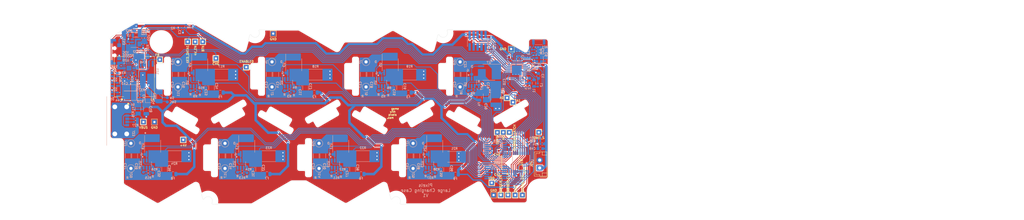
<source format=kicad_pcb>
(kicad_pcb (version 20211014) (generator pcbnew)
  (layers (0 "F.Cu" signal) (31 "B.Cu" signal) (34 "B.Paste" user) (35 "F.Paste" user) (36 "B.SilkS" user "B.Silkscreen") (37 "F.SilkS" user "F.Silkscreen") (38 "B.Mask" user) (39 "F.Mask" user) (44 "Edge.Cuts" user))
  (net 0 "")
  (net 1 "GND")
  (net 2 "VBUS")
  (net 3 "Net-(AE1-Pad1)")
  (net 4 "Net-(C1-Pad1)")
  (net 5 "Net-(C3-Pad1)")
  (net 6 "VDD")
  (net 7 "Net-(C4-Pad1)")
  (net 8 "Net-(C6-Pad2)")
  (net 9 "+4V")
  (net 10 "Net-(C5-Pad2)")
  (net 11 "Net-(C7-Pad1)")
  (net 12 "+5V")
  (net 13 "Net-(R3-Pad1)")
  (net 14 "Net-(C8-Pad2)")
  (net 15 "Net-(C13-Pad1)")
  (net 16 "Net-(C17-Pad1)")
  (net 17 "Net-(C21-Pad1)")
  (net 18 "Net-(C25-Pad1)")
  (net 19 "Net-(C29-Pad1)")
  (net 20 "Net-(C33-Pad1)")
  (net 21 "Net-(U4-Pad2)")
  (net 22 "Net-(U6-Pad2)")
  (net 23 "Net-(C37-Pad1)")
  (net 24 "+VDC")
  (net 25 "/Power/VBAT_SENSE")
  (net 27 "Net-(D1-Pad1)")
  (net 28 "Net-(D2-Pad1)")
  (net 29 "Net-(D3-Pad1)")
  (net 30 "RXI")
  (net 31 "SWDIO")
  (net 32 "SWDCLK")
  (net 33 "SWO")
  (net 34 "RESET")
  (net 35 "TXO")
  (net 36 "Net-(J23-PadA5)")
  (net 37 "Net-(J23-PadB5)")
  (net 38 "+BATT")
  (net 39 "Net-(L1-Pad1)")
  (net 40 "Net-(L5-Pad1)")
  (net 41 "/Multiplexed Chargers/ENABLE1")
  (net 42 "Net-(R4-Pad2)")
  (net 43 "/Multiplexed Chargers/ENABLE2")
  (net 44 "/Multiplexed Chargers/ENABLE3")
  (net 45 "Net-(R10-Pad2)")
  (net 46 "/Multiplexed Chargers/ENABLE0")
  (net 47 "/Multiplexed Chargers/ENABLE5")
  (net 48 "Net-(R15-Pad1)")
  (net 49 "Net-(R16-Pad2)")
  (net 50 "/Multiplexed Chargers/ENABLE6")
  (net 51 "/Multiplexed Chargers/ENABLE7")
  (net 52 "Net-(R37-Pad1)")
  (net 53 "/Multiplexed Chargers/ENABLE4")
  (net 54 "/Power/4V_EN")
  (net 55 "/Multiplexed Chargers/SENSE_EN")
  (net 56 "/Multiplexed Chargers/SENSE_OUT")
  (net 57 "/Power/~{CHG}")
  (net 58 "/Multiplexed Chargers/CHARGER_ENL_D")
  (net 59 "/Multiplexed Chargers/~{CHARGER_ENL_EN}")
  (net 60 "/Multiplexed Chargers/~{CHARGER_ENL_CLR}")
  (net 61 "/Multiplexed Chargers/CHARGER_SELECT_A0")
  (net 62 "/Multiplexed Chargers/CHARGER_SELECT_A1")
  (net 63 "/Multiplexed Chargers/CHARGER_SELECT_A2")
  (net 65 "Net-(U2-Pad2)")
  (net 66 "Net-(U8-Pad2)")
  (net 67 "Net-(U10-Pad2)")
  (net 68 "Net-(U12-Pad2)")
  (net 69 "Net-(U14-Pad2)")
  (net 70 "/Multiplexed Chargers/SENSE0")
  (net 71 "/Multiplexed Chargers/SENSE1")
  (net 72 "/Multiplexed Chargers/SENSE2")
  (net 73 "/Multiplexed Chargers/SENSE3")
  (net 74 "/Multiplexed Chargers/SENSE5")
  (net 75 "/Multiplexed Chargers/SENSE7")
  (net 76 "/Multiplexed Chargers/SENSE6")
  (net 77 "/Multiplexed Chargers/SENSE4")
  (net 78 "Net-(C11-Pad1)")
  (net 79 "Net-(U23-Pad2)")
  (net 80 "Net-(C15-Pad1)")
  (net 81 "Net-(C51-Pad2)")
  (net 82 "Net-(C57-Pad1)")
  (net 83 "Net-(R2-Pad1)")
  (net 84 "Net-(R5-Pad1)")
  (net 85 "Net-(R6-Pad2)")
  (net 86 "Net-(C19-Pad1)")
  (net 87 "Net-(R8-Pad2)")
  (net 88 "Net-(C23-Pad1)")
  (net 89 "Net-(R11-Pad1)")
  (net 90 "Net-(R12-Pad2)")
  (net 91 "Net-(R13-Pad1)")
  (net 92 "Net-(R14-Pad2)")
  (net 93 "Net-(R25-Pad2)")
  (net 94 "Net-(R28-Pad1)")
  (net 95 "Net-(R29-Pad1)")
  (net 96 "Net-(C27-Pad1)")
  (net 97 "Net-(R31-Pad1)")
  (net 98 "Net-(R38-Pad2)")
  (net 99 "Net-(U20-Pad7)")
  (net 100 "Net-(C31-Pad1)")
  (net 101 "Net-(C35-Pad1)")
  (net 102 "Net-(C50-Pad1)")
  (net 103 "Net-(C50-Pad2)")
  (net 104 "Net-(C55-Pad1)")
  (net 105 "Net-(R7-Pad1)")
  (net 106 "Net-(R10-Pad1)")
  (net 107 "Net-(R30-Pad1)")
  (net 108 "/Multiplexed Chargers/Charger 2/CHARGER_GND")
  (net 109 "/Multiplexed Chargers/Charger 3/CHARGER_GND")
  (net 110 "/Multiplexed Chargers/Charger 4/CHARGER_GND")
  (net 111 "/Multiplexed Chargers/Charger 1/CHARGER_GND")
  (net 112 "/Multiplexed Chargers/Charger 6/CHARGER_GND")
  (net 113 "/Multiplexed Chargers/Charger 7/CHARGER_GND")
  (net 114 "/Multiplexed Chargers/Charger 8/CHARGER_GND")
  (net 115 "/Multiplexed Chargers/Charger 5/CHARGER_GND")
  (net 116 "Net-(L1-Pad2)")
  (footprint "Pixels-dice:TestPoint_THTPad_1.5x1.5mm_Drill0.7mm" (layer "F.Cu") (at 181 119)
    (fp_text reference "W57" hide)
    (fp_text value "CHARGER_EN")
  )
  (footprint "Capacitor_SMD:C_0402_1005Metric" (layer "F.Cu") (at 179.8 111.1 180)
    (fp_text reference "C41")
    (fp_text value "0.1uF 10V 20%")
  )
  (footprint "Connector_JST:JST_EH_B2B-EH-A_1x02_P2.50mm_Vertical" (layer "F.Cu") (at 193.4 110.35 90)
    (fp_text reference "J24")
    (fp_text value "Conn_01x02")
  )
  (footprint "Pixels-dice:TX Coil" (layer "F.Cu") (at 132.8 107.1)
    (fp_text reference "J15" hide)
    (fp_text value "TX_Coil")
  )
  (footprint "Pixels-dice:TestPoint_THTPad_1.5x1.5mm_Drill0.7mm" (layer "F.Cu") (at 178.1 115.1)
    (fp_text reference "W68" hide)
    (fp_text value "VDD")
  )
  (footprint "Pixels-dice:TX Coil" (layer "F.Cu") (at 72.79 107.09)
    (fp_text reference "J21" hide)
    (fp_text value "TX_Coil")
  )
  (footprint "Pixels-dice:TX Coil" (layer "F.Cu") (at 162.8 107.1)
    (fp_text reference "J26" hide)
    (fp_text value "TX_Coil")
  )
  (footprint "Pixels-dice:TestPoint_THTPad_1.5x1.5mm_Drill0.7mm" (layer "F.Cu") (at 70.5 95.7)
    (fp_text reference "W45" hide)
    (fp_text value "GND")
  )
  (footprint "Pixels-dice:TestPoint_THTPad_1.5x1.5mm_Drill0.7mm" (layer "F.Cu") (at 85.9 70.1)
    (fp_text reference "W76" hide)
    (fp_text value "BTN")
  )
  (footprint "Pixels-dice:TestPoint_THTPad_1.5x1.5mm_Drill0.7mm" (layer "F.Cu") (at 90.1 75.4)
    (fp_text reference "W78" hide)
    (fp_text value "~{CHG}")
  )
  (footprint "Pixels-dice:TestPoint_THTPad_1.5x1.5mm_Drill0.7mm" (layer "F.Cu") (at 178.7 119)
    (fp_text reference "W3" hide)
    (fp_text value "GND")
  )
  (footprint "Pixels-dice:TestPoint_THTPad_1.5x1.5mm_Drill0.7mm" (layer "F.Cu") (at 79.7 101.4)
    (fp_text reference "W65" hide)
    (fp_text value "+4V")
  )
  (footprint "Pixels-dice:TestPoint_THTPad_1.5x1.5mm_Drill0.7mm" (layer "F.Cu") (at 185.6 119)
    (fp_text reference "W47" hide)
    (fp_text value "OUT")
  )
  (footprint "Pixels-dice:TestPoint_THTPad_1.5x1.5mm_Drill0.7mm" (layer "F.Cu") (at 187.9 119)
    (fp_text reference "W48" hide)
    (fp_text value "SENSE_EN")
  )
  (footprint "Pixels-dice:TestPoint_THTPad_1.5x1.5mm_Drill0.7mm" (layer "F.Cu") (at 108.4 67.5)
    (fp_text reference "W2" hide)
    (fp_text value "GND")
  )
  (footprint "Capacitor_SMD:C_0402_1005Metric" (layer "F.Cu") (at 187.7 111 90)
    (fp_text reference "C42")
    (fp_text value "0.1uF 10V 20%")
  )
  (footprint "Pixels-dice:Murata 4700" (layer "F.Cu") (at 64.1 81.2 90)
    (fp_text reference "L4")
    (fp_text value "22uH 2A 20%")
  )
  (footprint "Pixels-dice:TestPoint_THTPad_1.5x1.5mm_Drill0.7mm" (layer "F.Cu") (at 183 88)
    (fp_text reference "W43" hide)
    (fp_text value "A0")
  )
  (footprint "Pixels-dice:TestPoint_THTPad_1.5x1.5mm_Drill0.7mm" (layer "F.Cu") (at 193.1 99)
    (fp_text reference "W70" hide)
    (fp_text value "VBAT_S")
  )
  (footprint "Pixels-dice:TestPoint_THTPad_1.5x1.5mm_Drill0.7mm" (layer "F.Cu") (at 83.5 70.1)
    (fp_text reference "W79" hide)
    (fp_text value "4V_EN")
  )
  (footprint "Capacitor_SMD:C_0402_1005Metric" (layer "F.Cu") (at 179.8 104.9 180)
    (fp_text reference "C40")
    (fp_text value "0.1uF 10V 20%")
  )
  (footprint "Pixels-dice:TestPoint_THTPad_1.5x1.5mm_Drill0.7mm" (layer "F.Cu") (at 81.1 70.1)
    (fp_text reference "W1" hide)
    (fp_text value "LED_DATA1")
  )
  (footprint "Pixels-dice:TX Coil" (layer "F.Cu") (at 117.8 81.1)
    (fp_text reference "J3" hide)
    (fp_text value "TX_Coil")
  )
  (footprint "Pixels-dice:TX Coil" (layer "F.Cu") (at 147.8 81.1)
    (fp_text reference "J6" hide)
    (fp_text value "TX_Coil")
  )
  (footprint "Pixels-dice:TestPoint_THTPad_1.5x1.5mm_Drill0.7mm" (layer "F.Cu") (at 181.8 99)
    (fp_text reference "W41" hide)
    (fp_text value "A2")
  )
  (footprint "Pixels-dice:TestPoint_THTPad_1.5x1.5mm_Drill0.7mm" (layer "F.Cu") (at 183.3 119)
    (fp_text reference "W59" hide)
    (fp_text value "CHARGER_CLR")
  )
  (footprint "Pixels-dice:TestPoint_THTPad_1.5x1.5mm_Drill0.7mm" (layer "F.Cu") (at 99.8 78.2)
    (fp_text reference "W39" hide)
    (fp_text value "ENABLE0")
  )
  (footprint "Pixels-dice:TestPoint_THTPad_1.5x1.5mm_Drill0.7mm" (layer "F.Cu") (at 72.2 75.8)
    (fp_text reference "W67" hide)
    (fp_text value "FB")
  )
  (footprint "Pixels-dice:TX Coil" (layer "F.Cu") (at 87.8 81.1)
    (fp_text reference "J12" hide)
    (fp_text value "TX_Coil")
  )
  (footprint "Package_SO:SSOP-16_4.4x5.2mm_P0.65mm" (layer "F.Cu") (at 184 108.6 -90)
    (fp_text reference "U19")
    (fp_text value "74HCT259")
  )
  (footprint "Pixels-dice:TestPoint_THTPad_1.5x1.5mm_Drill0.7mm" (layer "F.Cu") (at 184.3 72.4)
    (fp_text reference "W44" hide)
    (fp_text value "GND")
  )
  (footprint "Pixels-dice:TestPoint_THTPad_1.5x1.5mm_Drill0.7mm" (layer "F.Cu") (at 184.9 89.4)
    (fp_text reference "W42" hide)
    (fp_text value "A1")
  )
  (footprint "Pixels-dice:TestPoint_THTPad_1.5x1.5mm_Drill0.7mm" (layer "F.Cu") (at 67 95.7)
    (fp_text reference "W61" hide)
    (fp_text value "VBUS")
  )
  (footprint "Pixels-dice:TestPoint_THTPad_1.5x1.5mm_Drill0.7mm" (layer "F.Cu") (at 179.9 99)
    (fp_text reference "W40" hide)
    (fp_text value "OUT0")
  )
  (footprint "Pixels-dice:TestPoint_THTPad_1.5x1.5mm_Drill0.7mm" (layer "F.Cu") (at 183.7 99)
    (fp_text reference "W58" hide)
    (fp_text value "CHARGER_LATCH")
  )
  (footprint "Pixels-dice:TX Coil" (layer "F.Cu") (at 177.8 81.1)
    (fp_text reference "J9" hide)
    (fp_text value "TX_Coil")
  )
  (footprint "Pixels-dice:TX Coil" (layer "F.Cu") (at 102.8 107.1)
    (fp_text reference "J18" hide)
    (fp_text value "TX_Coil")
  )
  (footprint "TestPoint:TestPoint_THTPad_D2.0mm_Drill1.0mm" (layer "B.Cu") (at 93.01 110.51 180)
    (fp_text reference "J17")
    (fp_text value "Coil B")
  )
  (footprint "Pixels-dice:TEST_PIN" (layer "B.Cu") (at 140 76.5 180)
    (fp_text reference "W12" hide)
    (fp_text value "D")
  )
  (footprint "Resistor_SMD:R_0402_1005Metric" (layer "B.Cu") (at 98.525 112.435 180)
    (fp_text reference "R13")
    (fp_text value "200k 1%")
  )
  (footprint "Pixels-dice:TEST_PIN" (layer "B.Cu") (at 67.9 70.4 180)
    (fp_text reference "W69" hide)
    (fp_text value "FB_VDD")
  )
  (footprint "Resistor_SMD:R_2512_6332Metric" (layer "B.Cu") (at 137 106.6 180)
    (fp_text reference "R22")
    (fp_text value "30mR 2W 1%")
  )
  (footprint "Package_SO:TSSOP-14_4.4x5mm_P0.65mm" (layer "B.Cu") (at 179.35 111.8 180)
    (fp_text reference "U18")
    (fp_text value "INA4180A4")
  )
  (footprint "Capacitor_SMD:C_1206_3216Metric" (layer "B.Cu") (at 163.730001 110.9 90)
    (fp_text reference "C56")
    (fp_text value "47uF 10V 20%")
  )
  (footprint "TestPoint:TestPoint_THTPad_D2.0mm_Drill1.0mm" (layer "B.Cu") (at 63 110.5 180)
    (fp_text reference "J20")
    (fp_text value "Coil B")
  )
  (footprint "Pixels-dice:TEST_PIN" (layer "B.Cu") (at 142.01 85.71 180)
    (fp_text reference "W10" hide)
    (fp_text value "R")
  )
  (footprint "Resistor_SMD:R_2512_6332Metric" (layer "B.Cu") (at 166.2 106.8 180)
    (fp_text reference "R21")
    (fp_text value "30mR 2W 1%")
  )
  (footprint "Pixels-dice:TEST_PIN" (layer "B.Cu") (at 112.41 80.01 180)
    (fp_text reference "W6" hide)
    (fp_text value "G")
  )
  (footprint "Pixels-dice:SOIC-8_3.9x4.9mm_P1.27mm" (layer "B.Cu") (at 68.05 79.55)
    (fp_text reference "U21")
    (fp_text value "XL6007E1")
  )
  (footprint "Resistor_SMD:R_0402_1005Metric" (layer "B.Cu") (at 80.6 65.2 90)
    (fp_text reference "R1")
    (fp_text value "10k 5%")
  )
  (footprint "TestPoint:TestPoint_THTPad_D2.0mm_Drill1.0mm" (layer "B.Cu") (at 138.01 84.51 180)
    (fp_text reference "J5")
    (fp_text value "Coil B")
  )
  (footprint "Package_TO_SOT_SMD:SOT-23-6" (layer "B.Cu") (at 128.025001 109.135 -90)
    (fp_text reference "U10")
    (fp_text value "XKT001")
  )
  (footprint "Resistor_SMD:R_0402_1005Metric" (layer "B.Cu") (at 113.525 85.535 180)
    (fp_text reference "R4")
    (fp_text value "84.5k 1%")
  )
  (footprint "TestPoint:TestPoint_THTPad_D2.0mm_Drill1.0mm" (layer "B.Cu") (at 123.01 110.51 180)
    (fp_text reference "J14")
    (fp_text value "Coil B")
  )
  (footprint "Capacitor_SMD:C_0603_1608Metric" (layer "B.Cu") (at 193 81 90)
    (fp_text reference "C1")
    (fp_text value "4.7uF 6.3V 20%")
  )
  (footprint "Capacitor_SMD:C_0402_1005Metric" (layer "B.Cu") (at 193.1 100.7 180)
    (fp_text reference "C54")
    (fp_text value "10nF 25V 10%")
  )
  (footprint "Pixels-dice:TX1812Z_2020" (layer "B.Cu") (at 57.77 80.59 90)
    (fp_text reference "D3")
    (fp_text value "TX1812Z_2020")
  )
  (footprint "Capacitor_SMD:C_1206_3216Metric" (layer "B.Cu") (at 66.85 74.75)
    (fp_text reference "C46")
    (fp_text value "47uF 10V 20%")
  )
  (footprint "Resistor_SMD:R_0402_1005Metric" (layer "B.Cu") (at 158.525 112.435 180)
    (fp_text reference "R37")
    (fp_text value "200k 1%")
  )
  (footprint "Pixels-dice:TEST_PIN" (layer "B.Cu") (at 155.1 102.5 180)
    (fp_text reference "W74" hide)
    (fp_text value "D")
  )
  (footprint "Capacitor_SMD:C_0402_1005Metric" (layer "B.Cu") (at 72 110.16 90)
    (fp_text reference "C35")
    (fp_text value "0.1uF 10V 20%")
  )
  (footprint "Capacitor_SMD:C_1206_3216Metric" (layer "B.Cu") (at 139.21 80.51 -90)
    (fp_text reference "C18")
    (fp_text value "56nF 50V NP0")
  )
  (footprint "Pixels-dice:USB-C-SMD_10P-P1.00-L6.8-W8.9" (layer "B.Cu") (at 59.76 95.18 180)
    (fp_text reference "J23")
    (fp_text value "USB_C_Receptacle_USB2.0")
  )
  (footprint "Capacitor_SMD:C_1206_3216Metric" (layer "B.Cu") (at 137.11 80.51 -90)
    (fp_text reference "C17")
    (fp_text value "100nF 50V NP0")
  )
  (footprint "Capacitor_SMD:C_1206_3216Metric" (layer "B.Cu") (at 64.2 106.5 -90)
    (fp_text reference "C38")
    (fp_text value "56nF 50V NP0")
  )
  (footprint "Capacitor_SMD:C_1206_3216Metric" (layer "B.Cu") (at 148.730001 84.77 90)
    (fp_text reference "C16")
    (fp_text value "47uF 10V 20%")
  )
  (footprint "Resistor_SMD:R_2512_6332Metric" (layer "B.Cu") (at 77 106.6 180)
    (fp_text reference "R24")
    (fp_text value "30mR 2W 1%")
  )
  (footprint "Pixels-dice:TX1812Z_2020" (layer "B.Cu") (at 57.87 86.79 90)
    (fp_text reference "D1")
    (fp_text value "TX1812Z_2020")
  )
  (footprint "Diode_SMD:D_SOD-123F" (layer "B.Cu") (at 68.6 87.3 90)
    (fp_text reference "D4")
    (fp_text value "30V 2A")
  )
  (footprint "Pixels-dice:TEST_PIN" (layer "B.Cu") (at 67 111.7 180)
    (fp_text reference "W35" hide)
    (fp_text value "R")
  )
  (footprint "Package_DFN_QFN:QFN-32-1EP_5x5mm_P0.5mm_EP3.1x3.1mm" (layer "B.Cu") (at 186.1 79.2 90)
    (fp_text reference "U1")
    (fp_text value "N52810_QFN32")
  )
  (footprint "Pixels-dice:TEST_PIN" (layer "B.Cu") (at 63 73 180)
    (fp_text reference "W63" hide)
    (fp_text value "VDC")
  )
  (footprint "Resistor_SMD:R_0402_1005Metric" (layer "B.Cu") (at 83.525 86.435 180)
    (fp_text reference "R9")
    (fp_text value "200k 1%")
  )
  (footprint "Resistor_SMD:R_0402_1005Metric" (layer "B.Cu") (at 61.45 81.5 -90)
    (fp_text reference "R31")
    (fp_text value "1.8k 1%")
  )
  (footprint "Package_TO_SOT_SMD:SOT-23-6" (layer "B.Cu") (at 83.025001 83.135 -90)
    (fp_text reference "U8")
    (fp_text value "XKT001")
  )
  (footprint "Fuse:Fuse_0805_2012Metric" (layer "B.Cu") (at 166.5 112.4 180)
    (fp_text reference "F9")
    (fp_text value "500mA ~150mR")
  )
  (footprint "Pixels-dice:TEST_PIN" (layer "B.Cu") (at 121.91 112.31 -90)
    (fp_text reference "W24" hide)
    (fp_text value "R")
  )
  (footprint "Capacitor_SMD:C_1206_3216Metric" (layer "B.Cu") (at 107.11 80.51 -90)
    (fp_text reference "C13")
    (fp_text value "100nF 50V NP0")
  )
  (footprint "Pixels-dice:CHIP_ANT" (layer "B.Cu") (at 191.4 70.2 90)
    (fp_text reference "AE1")
    (fp_text value "ChipAnt" hide)
  )
  (footprint "Inductor_SMD:L_0805_2012Metric" (layer "B.Cu") (at 191.6 83.3 -90)
    (fp_text reference "L1")
    (fp_text value "10uH 100mA 10%")
  )
  (footprint "Capacitor_SMD:C_0402_1005Metric" (layer "B.Cu") (at 176 84.1 90)
    (fp_text reference "C19")
    (fp_text value "0.1uF 10V 20%")
  )
  (footprint "Resistor_SMD:R_0402_1005Metric" (layer "B.Cu") (at 98.525 111.535 180)
    (fp_text reference "R14")
    (fp_text value "84.5k 1%")
  )
  (footprint "Capacitor_SMD:C_0402_1005Metric" (layer "B.Cu") (at 66.4 87.9 90)
    (fp_text reference "C47")
    (fp_text value "0.1uF 10V 20%")
  )
  (footprint "Resistor_SMD:R_2512_6332Metric" (layer "B.Cu") (at 179.4 87.3 90)
    (fp_text reference "R20")
    (fp_text value "30mR 2W 1%")
  )
  (footprint "Resistor_SMD:R_2512_6332Metric" (layer "B.Cu") (at 91.9 80.6 180)
    (fp_text reference "R17")
    (fp_text value "30mR 2W 1%")
  )
  (footprint "Pixels-dice:TEST_PIN" (layer "B.Cu") (at 170.7 78 180)
    (fp_text reference "W17" hide)
    (fp_text value "D")
  )
  (footprint "TestPoint:TestPoint_THTPad_D2.0mm_Drill1.0mm" (layer "B.Cu") (at 78.01 76.51 180)
    (fp_text reference "J13")
    (fp_text value "Coil A")
  )
  (footprint "TestPoint:TestPoint_THTPad_D2.0mm_Drill1.0mm" (layer "B.Cu") (at 78.01 84.51 180)
    (fp_text reference "J11")
    (fp_text value "Coil B")
  )
  (footprint "Capacitor_SMD:C_0402_1005Metric" (layer "B.Cu") (at 189.425 102.175 90)
    (fp_text reference "C39")
    (fp_text value "0.1uF 10V 20%")
  )
  (footprint "Capacitor_SMD:C_1206_3216Metric" (layer "B.Cu") (at 169.21 80.51 -90)
    (fp_text reference "C22")
    (fp_text value "56nF 50V NP0")
  )
  (footprint "Resistor_SMD:R_0402_1005Metric" (layer "B.Cu") (at 128.525 111.535 180)
    (fp_text reference "R12")
    (fp_text value "84.5k 1%")
  )
  (footprint "Pixels-dice:TEST_PIN" (layer "B.Cu") (at 74.6 89.3 180)
    (fp_text reference "W64" hide)
    (fp_text value "SWC")
  )
  (footprint "Resistor_SMD:R_0402_1005Metric" (layer "B.Cu") (at 64.47 95.7 180)
    (fp_text reference "R27")
    (fp_text value "5.1k 1%")
  )
  (footprint "Capacitor_SMD:C_1206_3216Metric" (layer "B.Cu") (at 88.730001 84.77 90)
    (fp_text reference "C24")
    (fp_text value "47uF 10V 20%")
  )
  (footprint "Capacitor_Tantalum_SMD:CP_EIA-3528-21_Kemet-B" (layer "B.Cu") (at 62.5 87.3 180)
    (fp_text reference "C44")
    (fp_text value "220uF 10V 20% Tantalum")
  )
  (footprint "Capacitor_SMD:C_1206_3216Metric" (layer "B.Cu") (at 73.720001 110.76 90)
    (fp_text reference "C36")
    (fp_text value "47uF 10V 20%")
  )
  (footprint "Package_DFN_QFN:VQFN-16-1EP_3x3mm_P0.5mm_EP1.6x1.6mm" (layer "B.Cu") (at 62.4 78.5)
    (fp_text reference "U20")
    (fp_text value "BQ24232H")
  )
  (footprint "Pixels-dice:SOIC-8_3.9x4.9mm_P1.27mm" (layer "B.Cu") (at 99.925 103.435001)
    (fp_text reference "U13")
    (fp_text value "XKT335")
  )
  (footprint "TestPoint:TestPoint_THTPad_D2.0mm_Drill1.0mm" (layer "B.Cu") (at 168.01 76.51 180)
    (fp_text reference "J10")
    (fp_text value "Coil A")
  )
  (footprint "Pixels-dice:TEST_PIN" (layer "B.Cu") (at 106.91 86.31 -90)
    (fp_text reference "W4" hide)
    (fp_text value "R")
  )
  (footprint "Pixels-dice:TEST_PIN" (layer "B.Cu") (at 67.4 106 180)
    (fp_text reference "W36" hide)
    (fp_text value "G")
  )
  (footprint "Pixels-dice:SOIC-8_3.9x4.9mm_P1.27mm" (layer "B.Cu") (at 114.925 77.435001)
    (fp_text reference "U3")
    (fp_text value "XKT335")
  )
  (footprint "Diode_SMD:D_SOD-123" (layer "B.Cu") (at 62.5 84.8 180)
    (fp_text reference "D5")
    (fp_text value "5.1V 1500mW")
  )
  (footprint "Resistor_SMD:R_0402_1005Metric" (layer "B.Cu") (at 172.149999 85.535 180)
    (fp_text reference "R8")
    (fp_text value "84.5k 1%")
  )
  (footprint "Pixels-dice:SOIC-8_3.9x4.9mm_P1.27mm" (layer "B.Cu") (at 159.925 103.435001)
    (fp_text reference "U24")
    (fp_text value "XKT335")
  )
  (footprint "Pixels-dice:TEST_PIN" (layer "B.Cu") (at 91.91 112.31 -90)
    (fp_text reference "W29" hide)
    (fp_text value "R")
  )
  (footprint "Capacitor_SMD:C_0402_1005Metric" (layer "B.Cu") (at 186.9 75.1 90)
    (fp_text reference "C7")
    (fp_text value "100pF NP0 10V 5%")
  )
  (footprint "Resistor_SMD:R_0402_1005Metric" (layer "B.Cu") (at 65.9 86.5)
    (fp_text reference "R32")
    (fp_text value "3.32k 1%")
  )
  (footprint "Capacitor_SMD:C_1206_3216Metric" (layer "B.Cu") (at 152.11 106.51 -90)
    (fp_text reference "C57")
    (fp_text value "100nF 50V NP0")
  )
  (footprint "Resistor_SMD:R_0402_1005Metric" (layer "B.Cu") (at 60.45 81.5 -90)
    (fp_text reference "R28")
    (fp_text value "10k 5%")
  )
  (footprint "Capacitor_SMD:C_0402_1005Metric" (layer "B.Cu") (at 117.01 84.17 90)
    (fp_text reference "C11")
    (fp_text value "0.1uF 10V 20%")
  )
  (footprint "Fuse:Fuse_0805_2012Metric" (layer "B.Cu") (at 136.4 112.3 180)
    (fp_text reference "F6")
    (fp_text value "500mA ~150mR")
  )
  (footprint "Pixels-dice:TEST_PIN" (layer "B.Cu") (at 157.01 111.71 180)
    (fp_text reference "W72" hide)
    (fp_text value "R")
  )
  (footprint "Pixels-dice:TEST_PIN" (layer "B.Cu") (at 171.7 80.5 180)
    (fp_text reference "W16" hide)
    (fp_text value "G")
  )
  (footprint "Pixels-dice:TEST_PIN" (layer "B.Cu") (at 110 76.5 180)
    (fp_text reference "W7" hide)
    (fp_text value "D")
  )
  (footprint "Capacitor_SMD:C_1206_3216Metric" (layer "B.Cu") (at 67.9 91.6 -90)
    (fp_text reference "C48")
    (fp_text value "47uF 10V 20%")
  )
  (footprint "Pixels-dice:TEST_PIN" (layer "B.Cu") (at 97.01 111.71 180)
    (fp_text reference "W30" hide)
    (fp_text value "R")
  )
  (footprint "Capacitor_SMD:C_1206_3216Metric" (layer "B.Cu") (at 79.21 80.51 -90)
    (fp_text reference "C26")
    (fp_text value "56nF 50V NP0")
  )
  (footprint "Pixels-dice:TEST_PIN" (layer "B.Cu") (at 64.1 89.1 180)
    (fp_text reference "W62" hide)
    (fp_text value "5V")
  )
  (footprint "Resistor_SMD:R_0402_1005Metric" (layer "B.Cu") (at 113.525 86.435 180)
    (fp_text reference "R3")
    (fp_text value "200k 1%")
  )
  (footprint "Capacitor_SMD:C_0402_1005Metric" (layer "B.Cu") (at 79.6 66.2 -90)
    (fp_text reference "C3")
    (fp_text value "0.1uF 10V 20%")
  )
  (footprint "Fuse:Fuse_0805_2012Metric" (layer "B.Cu") (at 121.5 86.3 180)
    (fp_text reference "F2")
    (fp_text value "500mA ~150mR")
  )
  (footprint "Resistor_SMD:R_0402_1005Metric" (layer "B.Cu") (at 78.1 65.7)
    (fp_text reference "R2")
    (fp_text value "1k 1%")
  )
  (footprint "Package_TO_SOT_SMD:SOT-23-6" (layer "B.Cu") (at 171.7 83.0375 -90)
    (fp_text reference "U6")
    (fp_text value "XKT001")
  )
  (footprint "TestPoint:TestPoint_THTPad_D2.0mm_Drill1.0mm" (layer "B.Cu") (at 93.01 102.51 180)
    (fp_text reference "J19")
    (fp_text value "Coil A")
  )
  (footprint "Pixels-dice:SOIC-8_3.9x4.9mm_P1.27mm" (layer "B.Cu") (at 69.915 103.425001)
    (fp_text reference "U15")
    (fp_text value "XKT335")
  )
  (footprint "Fuse:Fuse_0805_2012Metric" (layer "B.Cu") (at 76.4 112.3 180)
    (fp_text reference "F8")
    (fp_text value "500mA ~150mR")
  )
  (footprint "Resistor_SMD:R_0402_1005Metric" (layer "B.Cu") (at 128.525 112.435 180)
    (fp_text reference "R11")
    (fp_text value "200k 1%")
  )
  (footprint "Fuse:Fuse_0805_2012Metric" (layer "B.Cu") (at 174.1 87.8 90)
    (fp_text reference "F4")
    (fp_text value "500mA ~150mR")
  )
  (footprint "Pixels-dice:TEST_PIN" (layer "B.Cu") (at 142.41 80.01 180)
    (fp_text reference "W11" hide)
    (fp_text value "G")
  )
  (footprint "Resistor_SMD:R_0402_1005Metric" (layer "B.Cu") (at 64.5 81.1 -90)
    (fp_text reference "R30")
    (fp_text value "1k 1%")
  )
  (footprint "Resistor_SMD:R_2512_6332Metric" (layer "B.Cu") (at 107 106.6 180)
    (fp_text reference "R23")
    (fp_text value "30mR 2W 1%")
  )
  (footprint "Capacitor_SMD:C_0603_1608Metric" (layer "B.Cu") (at 64.9125 66.58 180)
    (fp_text reference "C52")
    (fp_text value "4.7uF 6.3V 20%")
  )
  (footprint "Capacitor_SMD:C_0402_1005Metric" (layer "B.Cu") (at 62.9 83.4 180)
    (fp_text reference "C43")
    (fp_text value "0.1uF 10V 20%")
  )
  (footprint "Pixels-dice:TEST_PIN" (layer "B.Cu") (at 82.41 80.01 180)
    (fp_text reference "W21" hide)
    (fp_text value "G")
  )
  (footprint "Capacitor_SMD:C_0402_1005Metric" (layer "B.Cu") (at 191.355 75.8 90)
    (fp_text reference "C6")
    (fp_text value "6pF 10V 10%")
  )
  (footprint "Capacitor_SMD:C_0402_1005Metric" (layer "B.Cu") (at 67.75 68.92 -90)
    (fp_text reference "C51")
    (fp_text value "22pF 10V 5%")
  )
  (footprint "Resistor_SMD:R_0402_1005Metric" (layer "B.Cu") (at 143.525 85.535 180)
    (fp_text reference "R6")
    (fp_text value "84.5k 1%")
  )
  (footprint "Pixels-dice:TEST_PIN" (layer "B.Cu") (at 174 83.9 180)
    (fp_text reference "W18" hide)
    (fp_text value "R")
  )
  (footprint "Pixels-dice:TEST_PIN" (layer "B.Cu") (at 63.11 75.83 180)
    (fp_text reference "W60" hide)
    (fp_text value "~{PGOOD}")
  )
  (footprint "Pixels-dice:SOT-23-5" (layer "B.Cu") (at 64.53 70.28)
    (fp_text reference "U22")
    (fp_text value "LN3406" hide)
  )
  (footprint "Capacitor_SMD:C_0402_1005Metric" (layer "B.Cu") (at 195.055 75.755 -90)
    (fp_text reference "C5")
    (fp_text value "6pF 10V 10%")
  )
  (footprint "Pixels-dice:TEST_PIN" (layer "B.Cu") (at 157.41 106.01 180)
    (fp_text reference "W73" hide)
    (fp_text value "G")
  )
  (footprint "Pixels-dice:TEST_PIN" (layer "B.Cu") (at 82.01 85.71 180)
    (fp_text reference "W20" hide)
    (fp_text value "R")
  )
  (footprint "Resistor_SMD:R_2512_6332Metric" (layer "B.Cu") (at 121.9 80.6 180)
    (fp_text reference "R18")
    (fp_text value "30mR 2W 1%")
  )
  (footprint "Pixels-dice:TSB001" (layer "B.Cu") (at 57.785 73.3 -90)
    (fp_text reference "SW1")
    (fp_text value "SW_Push")
  )
  (footprint "Capacitor_SMD:C_1206_3216Metric" (layer "B.Cu") (at 122.11 106.51 -90)
    (fp_text reference "C29")
    (fp_text value "100nF 50V NP0")
  )
  (footprint "Capacitor_SMD:C_0402_1005Metric" (layer "B.Cu") (at 183.3 82.9 -90)
    (fp_text reference "C10")
    (fp_text value "0.1uF 10V 20%")
  )
  (footprint "TestPoint:TestPoint_THTPad_D2.0mm_Drill1.0mm" (layer "B.Cu") (at 123.01 102.51 180)
    (fp_text reference "J16")
    (fp_text value "Coil A")
  )
  (footprint "Resistor_SMD:R_0402_1005Metric" (layer "B.Cu") (at 83.525 85.535 180)
    (fp_text reference "R10")
    (fp_text value "84.5k 1%")
  )
  (footprint "Pixels-dice:TEST_PIN" (layer "B.Cu") (at 125 102.5 180)
    (fp_text reference "W27" hide)
    (fp_text value "D")
  )
  (footprint "Pixels-dice:TEST_PIN" (layer "B.Cu") (at 127.41 106.01 180)
    (fp_text reference "W26" hide)
    (fp_text value "G")
  )
  (footprint "Capacitor_SMD:C_1206_3216Metric" (layer "B.Cu") (at 118.730001 84.77 90)
    (fp_text reference "C12")
    (fp_text value "47uF 10V 20%")
  )
  (footprint "Pixels-dice:TEST_PIN" (layer "B.Cu") (at 160.01 111.91 180)
    (fp_text reference "W75" hide)
    (fp_text value "R")
  )
  (footprint "Capacitor_SMD:C_1206_3216Metric" (layer "B.Cu") (at 154.21 106.51 -90)
    (fp_text reference "C58")
    (fp_text value "56nF 50V NP0")
  )
  (footprint "Capacitor_SMD:C_0603_1608Metric" (layer "B.Cu") (at 62 70.8 90)
    (fp_text reference "C53")
    (fp_text value "4.7uF 6.3V 20%")
  )
  (footprint "Package_TO_SOT_SMD:SOT-23-6" (layer "B.Cu") (at 158.025001 109.135 -90)
    (fp_text reference "U23")
    (fp_text value "XKT001")
  )
  (footprint "Capacitor_SMD:C_0402_1005Metric" (layer "B.Cu") (at 102.01 110.17 90)
    (fp_text reference "C31")
    (fp_text value "0.1uF 10V 20%")
  )
  (footprint "Pixels-dice:TEST_PIN" (layer "B.Cu") (at 136.91 86.31 -90)
    (fp_text reference "W9" hide)
    (fp_text value "R")
  )
  (footprint "Capacitor_SMD:C_1206_3216Metric" (layer "B.Cu") (at 92.11 106.51 -90)
    (fp_text reference "C33")
    (fp_text value "100nF 50V NP0")
  )
  (footprint "TestPoint:TestPoint_THTPad_D2.0mm_Drill1.0mm" (layer "B.Cu") (at 153.01 102.51 180)
    (fp_text reference "J27")
    (fp_text value "Coil A")
  )
  (footprint "TestPoint:TestPoint_THTPad_D2.0mm_Drill1.0mm" (layer "B.Cu") (at 138.01 76.51 180)
    (fp_text reference "J7")
    (fp_text value "Coil A")
  )
  (footprint "Capacitor_SMD:C_1206_3216Metric" (layer "B.Cu") (at 103.730001 110.77 90)
    (fp_text reference "C32")
    (fp_text value "47uF 10V 20%")
  )
  (footprint "Pixels-dice:TEST_PIN" (layer "B.Cu") (at 145.01 85.91 180)
    (fp_text reference "W13" hide)
    (fp_text value "R")
  )
  (footprint "Resistor_SMD:R_0402_1005Metric" (layer "B.Cu") (at 158.525 111.535 180)
    (fp_text reference "R38")
    (fp_text value "84.5k 1%")
  )
  (footprint "Pixels-dice:SOIC-8_3.9x4.9mm_P1.27mm" (layer "B.Cu") (at 84.925 77.435001)
    (fp_text reference "U9")
    (fp_text value "XKT335")
  )
  (footprint "Pixels-dice:TEST_PIN" (layer "B.Cu") (at 97.41 106.01 180)
    (fp_text reference "W31" hide)
    (fp_text value "G")
  )
  (footprint "Capacitor_SMD:C_0402_1005Metric" (layer "B.Cu") (at 87.01 84.17 90)
    (fp_text reference "C23")
    (fp_text value "0.1uF 10V 20%")
  )
  (footprint "Pixels-dice:TX1812Z_2020" (layer "B.Cu") (at 57.834098 83.69 90)
    (fp_text reference "D2")
    (fp_text value "TX1812Z_2020")
  )
  (footprint "Resistor_SMD:R_2512_6332Metric" (layer "B.Cu") (at 151.9 80.6 180)
    (fp_text reference "R19")
    (fp_text value "30mR 2W 1%")
  )
  (footprint "Pixels-dice:TEST_PIN" (layer "B.Cu") (at 166.91 86.31 -90)
    (fp_text reference "W14" hide)
    (fp_text value "R")
  )
  (footprint "Inductor_SMD:L_0402_1005Metric" (layer "B.Cu") (at 192.8 83.9 90)
    (fp_text reference "L2")
    (fp_text value "15nH")
  )
  (footprint "Resistor_SMD:R_0402_1005Metric" (layer "B.Cu") (at 194.2 102.7 180)
    (fp_text reference "R34")
    (fp_text value "4.02M 1%")
  )
  (footprint "Pixels-dice:TEST_PIN" (layer "B.Cu") (at 115.01 85.91 180)
    (fp_text reference "W8" hide)
    (fp_text value "R")
  )
  (footprint "Pixels-dice:TEST_PIN" (layer "B.Cu") (at 170.6 85.7 180)
    (fp_text reference "W15" hide)
    (fp_text value "R")
  )
  (footprint "Resistor_SMD:R_0402_1005Metric" (layer "B.Cu") (at 66.85 68.92 90)
    (fp_text reference "R33")
    (fp_text value "402k 1%")
  )
  (footprint "Package_SO:TSSOP-14_4.4x5mm_P0.65mm" (layer "B.Cu") (at 179.35 104.9 180)
    (fp_text reference "U16")
    (fp_text value "INA4180A4")
  )
  (footprint "Pixels-dice:SOIC-8_3.9x4.9mm_P1.27mm" (layer "B.Cu") (at 129.925 103.435001)
    (fp_text reference "U11")
    (fp_text value "XKT335")
  )
  (footprint "Resistor_SMD:R_0402_1005Metric" (layer "B.Cu") (at 193.1 101.7 180)
    (fp_text reference "R36")
    (fp_text value "10M 1%")
  )
  (footprint "Capacitor_SMD:C_1206_3216Metric" (layer "B.Cu") (at 62.1 106.5 -90)
    (fp_text reference "C37")
    (fp_text value "100nF 50V NP0")
  )
  (footprint "Pixels-dice:TEST_PIN" (layer "B.Cu") (at 74.6 87.9 180)
    (fp_text reference "W66" hide)
    (fp_text value "SW")
  )
  (footprint "Resistor_SMD:R_0402_1005Metric" (layer "B.Cu") (at 65.35 87.9 90)
    (fp_text reference "R25")
    (fp_text value "8.66k 1%")
  )
  (footprint "Capacitor_SMD:C_1206_3216Metric" (layer "B.Cu") (at 77.11 80.51 -90)
    (fp_text reference "C25")
    (fp_text value "100nF 50V NP0")
  )
  (footprint "Package_TO_SOT_SMD:SOT-23-6" (layer "B.Cu") (at 98.025001 109.135 -90)
    (fp_text reference "U12")
    (fp_text value "XKT001")
  )
  (footprint "Pixels-dice:TEST_PIN" (layer "B.Cu") (at 70 111.9 180)
    (fp_text reference "W38" hide)
    (fp_text value "R")
  )
  (footprint "Capacitor_SMD:C_1206_3216Metric" (layer "B.Cu") (at 167.11 80.51 -90)
    (fp_text reference "C21")
    (fp_text value "100nF 50V NP0")
  )
  (footprint "Package_TO_SOT_SMD:SOT-23-6" (layer "B.Cu") (at 68.015001 109.125 -90)
    (fp_text reference "U14")
    (fp_text value "XKT001")
  )
  (footprint "Resistor_SMD:R_0402_1005Metric" (layer "B.Cu") (at 68.515 111.525 180)
    (fp_text reference "R16")
    (fp_text value "84.5k 1%")
  )
  (footprint "Pixels-dice:TEST_PIN" (layer "B.Cu") (at 64.9 102.4 180)
    (fp_text reference "W37" hide)
    (fp_text value "D")
  )
  (footprint "Capacitor_SMD:C_0402_1005Metric" (layer "B.Cu") (at 147.01 84.17 90)
    (fp_text reference "C15")
    (fp_text value "0.1uF 10V 20%")
  )
  (footprint "Capacitor_SMD:C_0603_1608Metric" (layer "B.Cu") (at 190.2 82.5 -90)
    (fp_text reference "C2")
    (fp_text value "4.7uF 6.3V 20%")
  )
  (footprint "Fuse:Fuse_0805_2012Metric" (layer "B.Cu") (at 151.5 86.3 180)
    (fp_text reference "F3")
    (fp_text value "500mA ~150mR")
  )
  (footprint "Pixels-dice:TEST_PIN" (layer "B.Cu") (at 85.01 85.91 180)
    (fp_text reference "W23" hide)
    (fp_text value "R")
  )
  (footprint "Inductor_SMD:L_0805_2012Metric" (layer "B.Cu") (at 64.65 67.98)
    (fp_text reference "L5")
    (fp_text value "2.2uH 20mA 10%")
  )
  (footprint "Fuse:Fuse_1206_3216Metric" (layer "B.Cu") (at 65.27 91.6 90)
    (fp_text reference "F1")
    (fp_text value "1500mA <150mR")
  )
  (footprint "Pixels-dice:TEST_PIN" (layer "B.Cu") (at 151.91 112.31 -90)
    (fp_text reference "W71" hide)
    (fp_text value "R")
  )
  (footprint "Resistor_SMD:R_0402_1005Metric" (layer "B.Cu") (at 64.47 94.7 180)
    (fp_text reference "R26")
    (fp_text value "5.1k 1%")
  )
  (footprint "Capacitor_SMD:C_1206_3216Metric" (layer "B.Cu") (at 72.1 87.6 -90)
    (fp_text reference "C50")
    (fp_text value "47uF 10V 20%")
  )
  (footprint "Resistor_SMD:R_0402_1005Metric" (layer "B.Cu") (at 68.515 112.425 180)
    (fp_text reference "R15")
    (fp_text value "200k 1%")
  )
  (footprint "Resistor_SMD:R_0402_1005Metric" (layer "B.Cu") (at 143.525 86.435 180)
    (fp_text reference "R5")
    (fp_text value "200k 1%")
  )
  (footprint "Package_TO_SOT_SMD:SOT-23-6" (layer "B.Cu") (at 143.025001 83.135 -90)
    (fp_text reference "U4")
    (fp_text value "XKT001")
  )
  (footprint "Resistor_SMD:R_0402_1005Metric" (layer "B.Cu") (at 62.35 82 -90)
    (fp_text reference "R29")
    (fp_text value "3k 1%")
  )
  (footprint "TestPoint:TestPoint_THTPad_D2.0mm_Drill1.0mm" (layer "B.Cu") (at 108.01 84.51 180)
    (fp_text reference "J2")
    (fp_text value "Coil B")
  )
  (footprint "Pixels-dice:Crystal_SMD_2016-4Pin_2.0x1.6mm" (layer "B.Cu") (at 193.2 75.8 180)
    (fp_text reference "Y1")
    (fp_text value "32MHz 40ppm")
  )
  (footprint "Connector_PinHeader_1.27mm:PinHeader_2x05_P1.27mm_Vertical_SMD" (layer "B.Cu") (at 173.6 69.8 90)
    (fp_text reference "J1")
    (fp_text value "Conn_02x05_Odd_Even")
  )
  (footprint "Capacitor_SMD:C_0603_1608Metric" (layer "B.Cu") (at 193.6 104.2 180)
    (fp_text reference "C49")
    (fp_text value "4.7uF 6.3V 20%")
  )
  (footprint "Capacitor_SMD:C_0402_1005Metric" (layer "B.Cu") (at 189 83 -90)
    (fp_text reference "C4")
    (fp_text value "0.1uF 10V 20%")
  )
  (footprint "Pixels-dice:TEST_PIN" (layer "B.Cu") (at 61.9 112.3 -90)
    (fp_text reference "W34" hide)
    (fp_text value "R")
  )
  (footprint "Capacitor_SMD:C_1206_3216Metric" (layer "B.Cu") (at 133.730001 110.77 90)
    (fp_text reference "C28")
    (fp_text value "47uF 10V 20%")
  )
  (footprint "TestPoint:TestPoint_THTPad_D2.0mm_Drill1.0mm" (layer "B.Cu") (at 108.01 76.51 180)
    (fp_text reference "J4")
    (fp_text value "Coil A")
  )
  (footprint "Pixels-dice:SOIC-8_3.9x4.9mm_P1.27mm" (layer "B.Cu") (at 145.7 77.435001)
    (fp_text reference "U5")
    (fp_text value "XKT335")
  )
  (footprint "Pixels-dice:TEST_PIN" (layer "B.Cu") (at 127.01 111.71 180)
    (fp_text reference "W25" hide)
    (fp_text value "R")
  )
  (footprint "Capacitor_SMD:C_0402_1005Metric" (layer "B.Cu") (at 192.3 73.6 180)
    (fp_text reference "C8")
    (fp_text value "1.5pF 10V NP0")
  )
  (footprint "Package_TO_SOT_SMD:SOT-23-6" (layer "B.Cu") (at 113.025001 83.135 -90)
    (fp_text reference "U2")
    (fp_text value "XKT001")
  )
  (footprint "Fuse:Fuse_0805_2012Metric" (layer "B.Cu") (at 91.5 86.3 180)
    (fp_text reference "F5")
    (fp_text value "500mA ~150mR")
  )
  (footprint "Fuse:Fuse_0805_2012Metric" (layer "B.Cu") (at 106.4 112.3 180)
    (fp_text reference "F7")
    (fp_text value "500mA ~150mR")
  )
  (footprint "TestPoint:TestPoint_THTPad_D2.0mm_Drill1.0mm" (layer "B.Cu") (at 63 102.5 180)
    (fp_text reference "J22")
    (fp_text value "Coil A")
  )
  (footprint "Pixels-dice:TEST_PIN" (layer "B.Cu") (at 95 102.5 180)
    (fp_text reference "W32" hide)
    (fp_text value "D")
  )
  (footprint "Inductor_SMD:L_0402_1005Metric" (layer "B.Cu") (at 190.9 73.1 90)
    (fp_text reference "L3")
    (fp_text value "3.9nH")
  )
  (footprint "Pixels-dice:TEST_PIN" (layer "B.Cu") (at 76.91 86.31 -90)
    (fp_text reference "W19" hide)
    (fp_text value "R")
  )
  (footprint "Pixels-dice:TEST_PIN" (layer "B.Cu") (at 80 76.5 180)
    (fp_text reference "W22" hide)
    (fp_text value "D")
  )
  (footprint "TestPoint:TestPoint_THTPad_D2.0mm_Drill1.0mm" (layer "B.Cu") (at 168.01 84.51 180)
    (fp_text reference "J8")
    (fp_text value "Coil B")
  )
  (footprint "Pixels-dice:TEST_PIN" (layer "B.Cu") (at 130.01 111.91 180)
    (fp_text reference "W28" hide)
    (fp_text value "R")
  )
  (footprint "Capacitor_SMD:C_0402_1005Metric" (layer "B.Cu") (at 192.3 72.6)
    (fp_text reference "C9")
    (fp_text value "DNP")
  )
  (footprint "Capacitor_SMD:C_1206_3216Metric" (layer "B.Cu") (at 124.21 106.51 -90)
    (fp_text reference "C30")
    (fp_text value "56nF 50V NP0")
  )
  (footprint "Capacitor_SMD:C_0402_1005Metric" (layer "B.Cu") (at 65 72.3)
    (fp_text reference "C45")
    (fp_text value "0.1uF 10V 20%")
  )
  (footprint "Resistor_SMD:R_0402_1005Metric" (layer "B.Cu") (at 174 85.2 -90)
    (fp_text reference "R7")
    (fp_text value "200k 1%")
  )
  (footprint "Pixels-dice:TEST_PIN" (layer "B.Cu") (at 112.01 85.71 180)
    (fp_text reference "W5" hide)
    (fp_text value "R")
  )
  (footprint "Capacitor_SMD:C_0402_1005Metric" (layer "B.Cu") (at 132.01 110.17 90)
    (fp_text reference "C27")
    (fp_text value "0.1uF 10V 20%")
  )
  (footprint "Capacitor_SMD:C_1206_3216Metric" (layer "B.Cu") (at 94.21 106.51 -90)
    (fp_text reference "C34")
    (fp_text value "56nF 50V NP0")
  )
  (footprint "TestPoint:TestPoint_THTPad_D2.0mm_Drill1.0mm" (layer "B.Cu") (at 153.01 110.51 180)
    (fp_text reference "J25")
    (fp_text value "Coil B")
  )
  (footprint "Capacitor_SMD:C_1206_3216Metric" (layer "B.Cu") (at 109.21 80.51 -90)
    (fp_text reference "C14")
    (fp_text value "56nF 50V NP0")
  )
  (footprint "Pixels-dice:SOIC-8_3.9x4.9mm_P1.27mm" (layer "B.Cu") (at 177.2 79.8 -90)
    (fp_text reference "U7")
    (fp_text value "XKT335")
  )
  (footprint "Capacitor_SMD:C_1206_3216Metric" (layer "B.Cu") (at 176.3 87.4 -90)
    (fp_text reference "C20")
    (fp_text value "47uF 10V 20%")
  )
  (footprint "Resistor_SMD:R_0402_1005Metric" (layer "B.Cu") (at 66.8625 70.845 90)
    (fp_text reference "R35")
    (fp_text value "100k 1%")
  )
  (footprint "Package_SO:SSOP-16_4.4x5.2mm_P0.65mm" (layer "B.Cu") (at 187.45 108.6 90)
    (fp_text reference "U17")
    (fp_text value "DG4051E")
  )
  (footprint "Pixels-dice:TEST_PIN" (layer "B.Cu") (at 100.01 111.91 180)
    (fp_text reference "W33" hide)
    (fp_text value "R")
  )
  (footprint "Capacitor_SMD:C_0402_1005Metric" (layer "B.Cu") (at 162.01 110.17 90)
    (fp_text reference "C55")
    (fp_text value "0.1uF 10V 20%")
  )
  (gr_circle (center 170.7 80.7) (end 170.9 80.7) (layer "B.SilkS") (width 0.12) (fill solid))
  (gr_circle (center 67.6 99.2) (end 67.8 99.2) (layer "B.SilkS") (width 0.12) (fill solid))
  (gr_circle (center 156.71 106.81) (end 156.91 106.81) (layer "B.SilkS") (width 0.12) (fill solid))
  (gr_circle (center 111.71 80.81) (end 111.91 80.81) (layer "B.SilkS") (width 0.12) (fill solid))
  (gr_circle (center 66.7 106.8) (end 66.9 106.8) (layer "B.SilkS") (width 0.12) (fill solid))
  (gr_circle (center 126.71 106.81) (end 126.91 106.81) (layer "B.SilkS") (width 0.12) (fill solid))
  (gr_circle (center 81.71 80.81) (end 81.91 80.81) (layer "B.SilkS") (width 0.12) (fill solid))
  (gr_circle (center 141.9 80.81) (end 142.1 80.81) (layer "B.SilkS") (width 0.12) (fill solid))
  (gr_circle (center 96.71 106.81) (end 96.91 106.81) (layer "B.SilkS") (width 0.12) (fill solid))
  (gr_circle (center 60.1 88.5) (end 60.4 88.5) (layer "F.SilkS") (width 0.12) (fill solid))
  (gr_arc (start 114.023711 114.677546) (mid 114.265148 114.577397) (end 114.524291 114.543236) (layer "Edge.Cuts") (width 0.05))
  (gr_circle (center 72.69 70.125159) (end 69.19 70.125159) (layer "Edge.Cuts") (width 0.05) (fill none))
  (gr_arc (start 88.766246 101.571813) (mid 88.912693 101.21826) (end 89.266246 101.071813) (layer "Edge.Cuts") (width 0.05))
  (gr_line (start 143.553892 97.264197) (end 144.419918 97.764197) (layer "Edge.Cuts") (width 0.05))
  (gr_line (start 73.766246 75.591051) (end 73.766246 76.591051) (layer "Edge.Cuts") (width 0.05))
  (gr_line (start 179.114166 67.757724) (end 188.640032 73.257101) (layer "Edge.Cuts") (width 0.05))
  (gr_line (start 161.266246 84.591051) (end 161.266246 77.591051) (layer "Edge.Cuts") (width 0.05))
  (gr_line (start 116.804443 66.418153) (end 117.072354 66.573165) (layer "Edge.Cuts") (width 0.05))
  (gr_line (start 189.49299 120.581431) (end 189.49299 117.9941) (layer "Edge.Cuts") (width 0.05))
  (gr_line (start 60.544952 114.953483) (end 60.544952 102.071813) (layer "Edge.Cuts") (width 0.05))
  (gr_line (start 174.60293 98.44721) (end 174.213577 99.12159) (layer "Edge.Cuts") (width 0.05))
  (gr_line (start 178.101908 121.082009) (end 174.80509 115.380526) (layer "Edge.Cuts") (width 0.05))
  (gr_arc (start 89.266246 113.071477) (mid 88.912693 112.92503) (end 88.766246 112.571477) (layer "Edge.Cuts") (width 0.05))
  (gr_line (start 128.367815 91.586987) (end 129.117815 92.886025) (layer "Edge.Cuts") (width 0.05))
  (gr_line (start 73.266246 77.091051) (end 71.766246 77.091051) (layer "Edge.Cuts") (width 0.05))
  (gr_line (start 179.114166 67.757724) (end 177.072623 66.573945) (layer "Edge.Cuts") (width 0.05))
  (gr_arc (start 143.203719 115.151394) (mid 144.082989 115.091334) (end 144.6683 115.750222) (layer "Edge.Cuts") (width 0.05))
  (gr_line (start 164.893929 92.264365) (end 165.759664 92.764197) (layer "Edge.Cuts") (width 0.05))
  (gr_arc (start 104.266246 87.090715) (mid 103.912693 86.944268) (end 103.766246 86.590715) (layer "Edge.Cuts") (width 0.05))
  (gr_arc (start 103.851461 66.647758) (mid 103.860611 66.403349) (end 104.073932 66.283711) (layer "Edge.Cuts") (width 0.05))
  (gr_line (start 71.766246 85.091051) (end 73.266246 85.091051) (layer "Edge.Cuts") (width 0.05))
  (gr_arc (start 118.766246 101.571813) (mid 118.912693 101.21826) (end 119.266246 101.071813) (layer "Edge.Cuts") (width 0.05))
  (gr_arc (start 119.890574 95.903975) (mid 119.511164 95.953925) (end 119.207561 95.720962) (layer "Edge.Cuts") (width 0.05))
  (gr_line (start 77.875689 91.099134) (end 83.937867 94.599134) (layer "Edge.Cuts") (width 0.05))
  (gr_arc (start 146.360996 120.23934) (mid 146.113105 120.373997) (end 145.897582 120.191975) (layer "Edge.Cuts") (width 0.05))
  (gr_arc (start 106.442676 92.581184) (mid 106.139073 92.814147) (end 105.759664 92.764197) (layer "Edge.Cuts") (width 0.05))
  (gr_line (start 195.20129 69.081432) (end 190.779386 69.081432) (layer "Edge.Cuts") (width 0.05))
  (gr_arc (start 164.210917 92.447378) (mid 164.51452 92.214415) (end 164.893929 92.264365) (layer "Edge.Cuts") (width 0.05))
  (gr_line (start 75.044952 75.091051) (end 74.266246 75.091051) (layer "Edge.Cuts") (width 0.05))
  (gr_line (start 163.766246 76.591051) (end 163.766246 75.591051) (layer "Edge.Cuts") (width 0.05))
  (gr_line (start 56.802144 68.453011) (end 64.14189 64.215407) (layer "Edge.Cuts") (width 0.05))
  (gr_line (start 103.266246 85.091051) (end 101.766246 85.091051) (layer "Edge.Cuts") (width 0.05))
  (gr_line (start 137.875689 91.099134) (end 143.937867 94.599134) (layer "Edge.Cuts") (width 0.05))
  (gr_arc (start 89.078435 121.885091) (mid 88.865114 121.765452) (end 88.855964 121.521043) (layer "Edge.Cuts") (width 0.05))
  (gr_arc (start 83.937867 94.599134) (mid 84.17083 94.902737) (end 84.12088 95.282146) (layer "Edge.Cuts") (width 0.05))
  (gr_arc (start 92.872625 97.069038) (mid 92.493215 97.118988) (end 92.189612 96.886025) (layer "Edge.Cuts") (width 0.05))
  (gr_arc (start 104.004576 93.80477) (mid 103.771613 93.501167) (end 103.821563 93.121758) (layer "Edge.Cuts") (width 0.05))
  (gr_line (start 131.070038 121.589326) (end 123.280873 117.092263) (layer "Edge.Cuts") (width 0.05))
  (gr_line (start 120.544952 101.571813) (end 120.544952 112.571477) (layer "Edge.Cuts") (width 0.05))
  (gr_arc (start 144.213577 99.12159) (mid 143.909973 99.354552) (end 143.530564 99.304602) (layer "Edge.Cuts") (width 0.05))
  (gr_arc (start 83.553892 97.264197) (mid 83.320929 96.960594) (end 83.37088 96.581184) (layer "Edge.Cuts") (width 0.05))
  (gr_line (start 150.756599 95.403975) (end 149.890574 95.903975) (layer "Edge.Cuts") (width 0.05))
  (gr_arc (start 150.544952 112.571477) (mid 150.398505 112.92503) (end 150.044952 113.071477) (layer "Edge.Cuts") (width 0.05))
  (gr_arc (start 101.266246 77.591051) (mid 101.412693 77.237498) (end 101.766246 77.091051) (layer "Edge.Cuts") (width 0.05))
  (gr_line (start 113.20385 115.151627) (end 102.068813 121.5904) (layer "Edge.Cuts") (width 0.05))
  (gr_arc (start 146.360996 120.23934) (mid 148.245497 119.63217) (end 148.852666 121.516672) (layer "Edge.Cuts") (width 0.05))
  (gr_arc (start 131.766246 85.091051) (mid 131.412692 84.944605) (end 131.266246 84.591051) (layer "Edge.Cuts") (width 0.05))
  (gr_arc (start 144.419918 97.764197) (mid 144.652881 98.0678) (end 144.60293 98.44721) (layer "Edge.Cuts") (width 0.05))
  (gr_arc (start 120.044952 101.071813) (mid 120.398505 101.21826) (end 120.544952 101.571813) (layer "Edge.Cuts") (width 0.05))
  (gr_arc (start 103.851461 66.647758) (mid 103.244291 68.53226) (end 101.35979 67.92509) (layer "Edge.Cuts") (width 0.05))
  (gr_arc (start 166.442676 92.581184) (mid 166.139073 92.814147) (end 165.759664 92.764197) (layer "Edge.Cuts") (width 0.05))
  (gr_line (start 83.207017 115.155765) (end 72.051871 121.596192) (layer "Edge.Cuts") (width 0.05))
  (gr_arc (start 150.756599 95.403975) (mid 151.136009 95.354024) (end 151.439612 95.586987) (layer "Edge.Cuts") (width 0.05))
  (gr_line (start 120.756599 95.403975) (end 119.890574 95.903975) (layer "Edge.Cuts") (width 0.05))
  (gr_line (start 105.044952 87.090715) (end 104.266246 87.090715) (layer "Edge.Cuts") (width 0.05))
  (gr_line (start 159.210222 89.04675) (end 159.599575 89.72113) (layer "Edge.Cuts") (width 0.05))
  (gr_arc (start 114.419918 97.764197) (mid 114.652881 98.0678) (end 114.60293 98.44721) (layer "Edge.Cuts") (width 0.05))
  (gr_arc (start 146.266246 103.571813) (mid 146.412693 103.21826) (end 146.766246 103.071813) (layer "Edge.Cuts") (width 0.05))
  (gr_line (start 130.106736 71.716695) (end 130.76218 70.581432) (layer "Edge.Cuts") (width 0.05))
  (gr_line (start 98.367815 91.586987) (end 99.117815 92.886025) (layer "Edge.Cuts") (width 0.05))
  (gr_line (start 133.766246 76.591051) (end 133.766246 75.591051) (layer "Edge.Cuts") (width 0.05))
  (gr_line (start 119.001221 94.363569) (end 128.527209 88.863737) (layer "Edge.Cuts") (width 0.05))
  (gr_line (start 101.766246 77.091051) (end 103.266246 77.091051) (layer "Edge.Cuts") (width 0.05))
  (gr_arc (start 75.044952 75.091051) (mid 75.398505 75.237498) (end 75.544952 75.591051) (layer "Edge.Cuts") (width 0.05))
  (gr_line (start 71.051924 121.596222) (end 61.045005 115.819539) (layer "Edge.Cuts") (width 0.05))
  (gr_line (start 92.189612 96.886025) (end 91.439612 95.586987) (layer "Edge.Cuts") (width 0.05))
  (gr_line (start 100.896377 67.972455) (end 99.667094 72.414208) (layer "Edge.Cuts") (width 0.05))
  (gr_arc (start 149.075137 121.880719) (mid 148.861817 121.76108) (end 148.852666 121.516672) (layer "Edge.Cuts") (width 0.05))
  (gr_line (start 189.416562 90.404143) (end 188.550828 90.903975) (layer "Edge.Cuts") (width 0.05))
  (gr_arc (start 129.117815 92.886025) (mid 129.167766 93.265435) (end 128.934803 93.569038) (layer "Edge.Cuts") (width 0.05))
  (gr_line (start 90.756599 95.403975) (end 89.890574 95.903975) (layer "Edge.Cuts") (width 0.05))
  (gr_arc (start 116.303635 66.283711) (mid 116.562905 66.317906) (end 116.804443 66.418153) (layer "Edge.Cuts") (width 0.05))
  (gr_line (start 182.189612 96.886025) (end 181.439612 95.586987) (layer "Edge.Cuts") (width 0.05))
  (gr_arc (start 163.855836 66.641334) (mid 163.248667 68.525835) (end 161.364165 67.918666) (layer "Edge.Cuts") (width 0.05))
  (gr_line (start 131.766246 77.091051) (end 133.266246 77.091051) (layer "Edge.Cuts") (width 0.05))
  (gr_arc (start 149.266246 113.071477) (mid 148.912693 112.92503) (end 148.766246 112.571477) (layer "Edge.Cuts") (width 0.05))
  (gr_line (start 174.12088 95.282146) (end 173.37088 96.581184) (layer "Edge.Cuts") (width 0.05))
  (gr_arc (start 77.192676 91.282146) (mid 77.496279 91.049183) (end 77.875689 91.099134) (layer "Edge.Cuts") (width 0.05))
  (gr_arc (start 61.045005 115.819539) (mid 60.678942 115.45351) (end 60.544952 114.953483) (layer "Edge.Cuts") (width 0.05))
  (gr_arc (start 90.044952 101.071813) (mid 90.398505 101.21826) (end 90.544952 101.571813) (layer "Edge.Cuts") (width 0.05))
  (gr_line (start 180.756599 95.403975) (end 179.890574 95.903975) (layer "Edge.Cuts") (width 0.05))
  (gr_line (start 56.302144 100.071813) (end 56.302144 69.319036) (layer "Edge.Cuts") (width 0.05))
  (gr_arc (start 88.818208 95.046582) (mid 88.768258 94.667172) (end 89.001221 94.363569) (layer "Edge.Cuts") (width 0.05))
  (gr_line (start 196.20129 112.9941) (end 196.20129 77.387516) (layer "Edge.Cuts") (width 0.05))
  (gr_line (start 128.934803 93.569038) (end 122.872625 97.069038) (layer "Edge.Cuts") (width 0.05))
  (gr_line (start 146.266246 110.571813) (end 146.266246 103.571813) (layer "Edge.Cuts") (width 0.05))
  (gr_line (start 118.766246 112.571477) (end 118.766246 111.571813) (layer "Edge.Cuts") (width 0.05))
  (gr_line (start 144.12088 95.282146) (end 143.37088 96.581184) (layer "Edge.Cuts") (width 0.05))
  (gr_arc (start 133.266246 85.091051) (mid 133.619799 85.237498) (end 133.766246 85.591051) (layer "Edge.Cuts") (width 0.05))
  (gr_line (start 173.438821 115.015411) (end 162.0706 121.588957) (layer "Edge.Cuts") (width 0.05))
  (gr_line (start 165.044952 87.090715) (end 164.266246 87.090715) (layer "Edge.Cuts") (width 0.05))
  (gr_line (start 89.001221 94.363569) (end 98.527209 88.863737) (layer "Edge.Cuts") (width 0.05))
  (gr_line (start 179.001221 94.363569) (end 188.527209 88.863737) (layer "Edge.Cuts") (width 0.05))
  (gr_line (start 164.078306 66.277287) (end 165.437467 66.277287) (layer "Edge.Cuts") (width 0.05))
  (gr_line (start 84.60293 98.44721) (end 84.213577 99.12159) (layer "Edge.Cuts") (width 0.05))
  (gr_line (start 104.073932 66.283711) (end 116.303635 66.283711) (layer "Edge.Cuts") (width 0.05))
  (gr_arc (start 149.890574 95.903975) (mid 149.511164 95.953925) (end 149.207561 95.720962) (layer "Edge.Cuts") (width 0.05))
  (gr_line (start 116.266246 110.571813) (end 116.266246 103.571813) (layer "Edge.Cuts") (width 0.05))
  (gr_arc (start 146.766246 111.071813) (mid 146.412692 110.925367) (end 146.266246 110.571813) (layer "Edge.Cuts") (width 0.05))
  (gr_arc (start 188.367815 91.586987) (mid 188.317865 91.207578) (end 188.550828 90.903975) (layer "Edge.Cuts") (width 0.05))
  (gr_line (start 149.207561 95.720962) (end 148.818208 95.046582) (layer "Edge.Cuts") (width 0.05))
  (gr_arc (start 88.266246 111.071813) (mid 88.619799 111.21826) (end 88.766246 111.571813) (layer "Edge.Cuts") (width 0.05))
  (gr_line (start 120.044952 113.071477) (end 119.266246 113.071477) (layer "Edge.Cuts") (width 0.05))
  (gr_arc (start 167.192676 91.282146) (mid 167.496279 91.049183) (end 167.875689 91.099134) (layer "Edge.Cuts") (width 0.05))
  (gr_line (start 101.266246 84.591051) (end 101.266246 77.591051) (layer "Edge.Cuts") (width 0.05))
  (gr_line (start 150.544952 101.571813) (end 150.544952 112.571477) (layer "Edge.Cuts") (width 0.05))
  (gr_arc (start 152.872625 97.069038) (mid 152.493215 97.118988) (end 152.189612 96.886025) (layer "Edge.Cuts") (width 0.05))
  (gr_line (start 149.266246 101.071813) (end 150.044952 101.071813) (layer "Edge.Cuts") (width 0.05))
  (gr_arc (start 174.419918 97.764197) (mid 174.652881 98.0678) (end 174.60293 98.44721) (layer "Edge.Cuts") (width 0.05))
  (gr_line (start 114.12088 95.282146) (end 113.37088 96.581184) (layer "Edge.Cuts") (width 0.05))
  (gr_line (start 148.766246 102.571813) (end 148.766246 101.571813) (layer "Edge.Cuts") (width 0.05))
  (gr_arc (start 129.569348 72.647478) (mid 128.961691 73.113525) (end 128.202514 73.013036) (layer "Edge.Cuts") (width 0.05))
  (gr_line (start 143.203719 115.151394) (end 132.070614 121.588992) (layer "Edge.Cuts") (width 0.05))
  (gr_arc (start 113.937867 94.599134) (mid 114.17083 94.902737) (end 114.12088 95.282146) (layer "Edge.Cuts") (width 0.05))
  (gr_arc (start 98.367815 91.586987) (mid 98.317865 91.207578) (end 98.550828 90.903975) (layer "Edge.Cuts") (width 0.05))
  (gr_line (start 158.367815 91.586987) (end 159.117815 92.886025) (layer "Edge.Cuts") (width 0.05))
  (gr_arc (start 99.117815 92.886025) (mid 99.167766 93.265435) (end 98.934803 93.569038) (layer "Edge.Cuts") (width 0.05))
  (gr_arc (start 130.76218 70.581432) (mid 131.128206 70.215407) (end 131.628206 70.081432) (layer "Edge.Cuts") (width 0.05))
  (gr_arc (start 173.438821 115.015411) (mid 174.197573 114.915005) (end 174.80509 115.380526) (layer "Edge.Cuts") (width 0.05))
  (gr_arc (start 161.766246 85.091051) (mid 161.412692 84.944605) (end 161.266246 84.591051) (layer "Edge.Cuts") (width 0.05))
  (gr_line (start 146.766246 103.071813) (end 148.266246 103.071813) (layer "Edge.Cuts") (width 0.05))
  (gr_arc (start 118.266246 111.071813) (mid 118.619799 111.21826) (end 118.766246 111.571813) (layer "Edge.Cuts") (width 0.05))
  (gr_arc (start 101.800918 121.745309) (mid 101.559913 121.845342) (end 101.301233 121.879619) (layer "Edge.Cuts") (width 0.05))
  (gr_arc (start 128.367815 91.586987) (mid 128.317865 91.207578) (end 128.550828 90.903975) (layer "Edge.Cuts") (width 0.05))
  (gr_arc (start 135.044952 75.091051) (mid 135.398505 75.237498) (end 135.544952 75.591051) (layer "Edge.Cuts") (width 0.05))
  (gr_line (start 103.821563 93.121758) (end 104.210917 92.447378) (layer "Edge.Cuts") (width 0.05))
  (gr_arc (start 74.266246 87.090715) (mid 73.912693 86.944268) (end 73.766246 86.590715) (layer "Edge.Cuts") (width 0.05))
  (gr_line (start 135.544952 75.591051) (end 135.544952 86.590715) (layer "Edge.Cuts") (width 0.05))
  (gr_line (start 75.544952 86.590715) (end 75.544952 75.591051) (layer "Edge.Cuts") (width 0.05))
  (gr_line (start 167.875689 91.099134) (end 173.937867 94.599134) (layer "Edge.Cuts") (width 0.05))
  (gr_arc (start 71.266246 77.591051) (mid 71.412693 77.237498) (end 71.766246 77.091051) (layer "Edge.Cuts") (width 0.05))
  (gr_arc (start 116.266246 103.571813) (mid 116.412693 103.21826) (end 116.766246 103.071813) (layer "Edge.Cuts") (width 0.05))
  (gr_arc (start 195.20129 69.081432) (mid 195.908397 69.374325) (end 196.20129 70.081432) (layer "Edge.Cuts") (width 0.05))
  (gr_line (start 173.530564 99.304602) (end 164.004576 93.80477) (layer "Edge.Cuts") (width 0.05))
  (gr_line (start 89.078435 121.885091) (end 101.301233 121.879619) (layer "Edge.Cuts") (width 0.05))
  (gr_arc (start 86.364293 120.243711) (mid 86.116403 120.378368) (end 85.90088 120.196346) (layer "Edge.Cuts") (width 0.05))
  (gr_line (start 83.553892 97.264197) (end 84.419918 97.764197) (layer "Edge.Cuts") (width 0.05))
  (gr_arc (start 173.937867 94.599134) (mid 174.17083 94.902737) (end 174.12088 95.282146) (layer "Edge.Cuts") (width 0.05))
  (gr_line (start 189.210222 89.04675) (end 189.599575 89.72113) (layer "Edge.Cuts") (width 0.05))
  (gr_line (start 114.60293 98.44721) (end 114.213577 99.12159) (layer "Edge.Cuts") (width 0.05))
  (gr_line (start 85.90088 120.196346) (end 84.671597 115.754593) (layer "Edge.Cuts") (width 0.05))
  (gr_arc (start 84.213577 99.12159) (mid 83.909973 99.354552) (end 83.530564 99.304602) (layer "Edge.Cuts") (width 0.05))
  (gr_line (start 176.303133 66.283711) (end 165.437467 66.277287) (layer "Edge.Cuts") (width 0.05))
  (gr_line (start 89.207561 95.720962) (end 88.818208 95.046582) (layer "Edge.Cuts") (width 0.05))
  (gr_arc (start 189.49299 120.581431) (mid 189.200097 121.288538) (end 188.49299 121.581431) (layer "Edge.Cuts") (width 0.05))
  (gr_arc (start 131.266246 77.591051) (mid 131.412693 77.237498) (end 131.766246 77.091051) (layer "Edge.Cuts") (width 0.05))
  (gr_line (start 84.12088 95.282146) (end 83.37088 96.581184) (layer "Edge.Cuts") (width 0.05))
  (gr_arc (start 104.210917 92.447378) (mid 104.51452 92.214415) (end 104.893929 92.264365) (layer "Edge.Cuts") (width 0.05))
  (gr_arc (start 132.070614 121.588992) (mid 131.570371 121.7233) (end 131.070038 121.589326) (layer "Edge.Cuts") (width 0.05))
  (gr_line (start 147.072188 66.572683) (end 158.207888 73.00719) (layer "Edge.Cuts") (width 0.05))
  (gr_arc (start 105.544952 86.590715) (mid 105.398505 86.944268) (end 105.044952 87.090715) (layer "Edge.Cuts") (width 0.05))
  (gr_line (start 99.416562 90.404143) (end 98.550828 90.903975) (layer "Edge.Cuts") (width 0.05))
  (gr_line (start 76.442676 92.581184) (end 77.192676 91.282146) (layer "Edge.Cuts") (width 0.05))
  (gr_arc (start 148.766246 101.571813) (mid 148.912693 101.21826) (end 149.266246 101.071813) (layer "Edge.Cuts") (width 0.05))
  (gr_line (start 90.544952 101.571813) (end 90.544952 112.571477) (layer "Edge.Cuts") (width 0.05))
  (gr_arc (start 163.766246 76.591051) (mid 163.619799 76.944604) (end 163.266246 77.091051) (layer "Edge.Cuts") (width 0.05))
  (gr_line (start 89.266246 101.071813) (end 90.044952 101.071813) (layer "Edge.Cuts") (width 0.05))
  (gr_line (start 83.530564 99.304602) (end 74.004576 93.80477) (layer "Edge.Cuts") (width 0.05))
  (gr_line (start 176.804751 66.418621) (end 177.072623 66.573945) (layer "Edge.Cuts") (width 0.05))
  (gr_arc (start 118.766246 102.571813) (mid 118.619799 102.925366) (end 118.266246 103.071813) (layer "Edge.Cuts") (width 0.05))
  (gr_line (start 163.821563 93.121758) (end 164.210917 92.447378) (layer "Edge.Cuts") (width 0.05))
  (gr_arc (start 135.544952 86.590715) (mid 135.398505 86.944268) (end 135.044952 87.090715) (layer "Edge.Cuts") (width 0.05))
  (gr_line (start 160.900752 67.966031) (end 159.671469 72.407784) (layer "Edge.Cuts") (width 0.05))
  (gr_line (start 163.266246 85.091051) (end 161.766246 85.091051) (layer "Edge.Cuts") (width 0.05))
  (gr_arc (start 100.896377 67.972455) (mid 101.1119 67.790433) (end 101.35979 67.92509) (layer "Edge.Cuts") (width 0.05))
  (gr_arc (start 120.544952 112.571477) (mid 120.398505 112.92503) (end 120.044952 113.071477) (layer "Edge.Cuts") (width 0.05))
  (gr_arc (start 189.117815 92.886025) (mid 189.167766 93.265435) (end 188.934803 93.569038) (layer "Edge.Cuts") (width 0.05))
  (gr_line (start 164.266246 75.091051) (end 165.044952 75.091051) (layer "Edge.Cuts") (width 0.05))
  (gr_arc (start 137.192676 91.282146) (mid 137.496279 91.049183) (end 137.875689 91.099134) (layer "Edge.Cuts") (width 0.05))
  (gr_line (start 131.628206 70.081432) (end 139.726288 70.081432) (layer "Edge.Cuts") (width 0.05))
  (gr_line (start 64.64189 64.081432) (end 82.497392 64.081432) (layer "Edge.Cuts") (width 0.05))
  (gr_arc (start 158.367815 91.586987) (mid 158.317865 91.207578) (end 158.550828 90.903975) (layer "Edge.Cuts") (width 0.05))
  (gr_line (start 148.266246 111.071813) (end 146.766246 111.071813) (layer "Edge.Cuts") (width 0.05))
  (gr_arc (start 71.766246 85.091051) (mid 71.412692 84.944605) (end 71.266246 84.591051) (layer "Edge.Cuts") (width 0.05))
  (gr_line (start 196.20129 77.387516) (end 196.20129 70.081432) (layer "Edge.Cuts") (width 0.05))
  (gr_arc (start 128.527209 88.863737) (mid 128.906619 88.813787) (end 129.210222 89.04675) (layer "Edge.Cuts") (width 0.05))
  (gr_line (start 143.530564 99.304602) (end 134.004576 93.80477) (layer "Edge.Cuts") (width 0.05))
  (gr_arc (start 101.766246 85.091051) (mid 101.412692 84.944605) (end 101.266246 84.591051) (layer "Edge.Cuts") (width 0.05))
  (gr_line (start 129.416562 90.404143) (end 128.550828 90.903975) (layer "Edge.Cuts") (width 0.05))
  (gr_line (start 122.189612 96.886025) (end 121.439612 95.586987) (layer "Edge.Cuts") (width 0.05))
  (gr_arc (start 73.266246 85.091051) (mid 73.619799 85.237498) (end 73.766246 85.591051) (layer "Edge.Cuts") (width 0.05))
  (gr_arc (start 143.553892 97.264197) (mid 143.320929 96.960594) (end 143.37088 96.581184) (layer "Edge.Cuts") (width 0.05))
  (gr_line (start 135.044952 87.090715) (end 134.266246 87.090715) (layer "Edge.Cuts") (width 0.05))
  (gr_arc (start 134.266246 87.090715) (mid 133.912693 86.944268) (end 133.766246 86.590715) (layer "Edge.Cuts") (width 0.05))
  (gr_arc (start 146.071878 66.572505) (mid 146.572057 66.43853) (end 147.072188 66.572683) (layer "Edge.Cuts") (width 0.05))
  (gr_line (start 104.266246 75.091051) (end 105.044952 75.091051) (layer "Edge.Cuts") (width 0.05))
  (gr_line (start 105.544952 75.591051) (end 105.544952 86.590715) (layer "Edge.Cuts") (width 0.05))
  (gr_arc (start 103.266246 85.091051) (mid 103.619799 85.237498) (end 103.766246 85.591051) (layer "Edge.Cuts") (width 0.05))
  (gr_line (start 88.766246 102.571813) (end 88.766246 101.571813) (layer "Edge.Cuts") (width 0.05))
  (gr_arc (start 164.004576 93.80477) (mid 163.771613 93.501167) (end 163.821563 93.121758) (layer "Edge.Cuts") (width 0.05))
  (gr_line (start 90.044952 113.071477) (end 89.266246 113.071477) (layer "Edge.Cuts") (width 0.05))
  (gr_line (start 101.800918 121.745309) (end 102.068813 121.5904) (layer "Edge.Cuts") (width 0.05))
  (gr_arc (start 82.497392 64.081432) (mid 82.756662 64.115627) (end 82.998201 64.215874) (layer "Edge.Cuts") (width 0.05))
  (gr_arc (start 118.597869 114.543236) (mid 118.856687 114.57731) (end 119.097868 114.67721) (layer "Edge.Cuts") (width 0.05))
  (gr_line (start 134.893929 92.264365) (end 135.759664 92.764197) (layer "Edge.Cuts") (width 0.05))
  (gr_line (start 86.766246 103.071813) (end 88.266246 103.071813) (layer "Edge.Cuts") (width 0.05))
  (gr_line (start 118.266246 111.071813) (end 116.766246 111.071813) (layer "Edge.Cuts") (width 0.05))
  (gr_line (start 179.207561 95.720962) (end 178.818208 95.046582) (layer "Edge.Cuts") (width 0.05))
  (gr_arc (start 179.890574 95.903975) (mid 179.511164 95.953925) (end 179.207561 95.720962) (layer "Edge.Cuts") (width 0.05))
  (gr_arc (start 174.213577 99.12159) (mid 173.909973 99.354552) (end 173.530564 99.304602) (layer "Edge.Cuts") (width 0.05))
  (gr_line (start 74.893929 92.264365) (end 75.759664 92.764197) (layer "Edge.Cuts") (width 0.05))
  (gr_line (start 119.207561 95.720962) (end 118.818208 95.046582) (layer "Edge.Cuts") (width 0.05))
  (gr_arc (start 84.419918 97.764197) (mid 84.652881 98.0678) (end 84.60293 98.44721) (layer "Edge.Cuts") (width 0.05))
  (gr_arc (start 119.266246 113.071477) (mid 118.912693 112.92503) (end 118.766246 112.571477) (layer "Edge.Cuts") (width 0.05))
  (gr_arc (start 159.671469 72.407784) (mid 159.086692 73.066453) (end 158.207888 73.00719) (layer "Edge.Cuts") (width 0.05))
  (gr_line (start 88.266246 111.071813) (end 86.766246 111.071813) (layer "Edge.Cuts") (width 0.05))
  (gr_arc (start 113.553892 97.264197) (mid 113.320929 96.960594) (end 113.37088 96.581184) (layer "Edge.Cuts") (width 0.05))
  (gr_arc (start 88.766246 102.571813) (mid 88.619799 102.925366) (end 88.266246 103.071813) (layer "Edge.Cuts") (width 0.05))
  (gr_arc (start 134.004576 93.80477) (mid 133.771613 93.501167) (end 133.821563 93.121758) (layer "Edge.Cuts") (width 0.05))
  (gr_line (start 140.226288 69.947458) (end 146.071878 66.572505) (layer "Edge.Cuts") (width 0.05))
  (gr_line (start 161.802678 121.74388) (end 162.0706 121.588957) (layer "Edge.Cuts") (width 0.05))
  (gr_line (start 129.569348 72.647478) (end 130.106736 71.716695) (layer "Edge.Cuts") (width 0.05))
  (gr_line (start 123.280872 117.092262) (end 119.097868 114.67721) (layer "Edge.Cuts") (width 0.05))
  (gr_arc (start 107.192676 91.282146) (mid 107.496279 91.049183) (end 107.875689 91.099134) (layer "Edge.Cuts") (width 0.05))
  (gr_arc (start 164.266246 87.090715) (mid 163.912693 86.944268) (end 163.766246 86.590715) (layer "Edge.Cuts") (width 0.05))
  (gr_arc (start 178.9676 121.581432) (mid 178.467889 121.447624) (end 178.101908 121.082009) (layer "Edge.Cuts") (width 0.05))
  (gr_line (start 74.266246 87.090715) (end 75.044952 87.090715) (layer "Edge.Cuts") (width 0.05))
  (gr_arc (start 161.802678 121.74388) (mid 161.562564 121.843672) (end 161.30484 121.878187) (layer "Edge.Cuts") (width 0.05))
  (gr_arc (start 189.779386 70.081432) (mid 190.072279 69.374325) (end 190.779386 69.081432) (layer "Edge.Cuts") (width 0.05))
  (gr_arc (start 72.051871 121.596192) (mid 71.551902 121.730166) (end 71.051924 121.596222) (layer "Edge.Cuts") (width 0.05))
  (gr_arc (start 165.044952 75.091051) (mid 165.398505 75.237498) (end 165.544952 75.591051) (layer "Edge.Cuts") (width 0.05))
  (gr_arc (start 161.266246 77.591051) (mid 161.412693 77.237498) (end 161.766246 77.091051) (layer "Edge.Cuts") (width 0.05))
  (gr_line (start 131.266246 84.591051) (end 131.266246 77.591051) (layer "Edge.Cuts") (width 0.05))
  (gr_arc (start 99.667094 72.414208) (mid 99.081783 73.073095) (end 98.202514 73.013036) (layer "Edge.Cuts") (width 0.05))
  (gr_line (start 104.893929 92.264365) (end 105.759664 92.764197) (layer "Edge.Cuts") (width 0.05))
  (gr_line (start 117.072354 66.573165) (end 128.202514 73.013036) (layer "Edge.Cuts") (width 0.05))
  (gr_arc (start 148.766246 102.571813) (mid 148.619799 102.925366) (end 148.266246 103.071813) (layer "Edge.Cuts") (width 0.05))
  (gr_arc (start 129.599575 89.72113) (mid 129.649525 90.10054) (end 129.416562 90.404143) (layer "Edge.Cuts") (width 0.05))
  (gr_arc (start 105.044952 75.091051) (mid 105.398505 75.237498) (end 105.544952 75.591051) (layer "Edge.Cuts") (width 0.05))
  (gr_arc (start 189.49299 117.9941) (mid 190.664563 115.165673) (end 193.49299 113.9941) (layer "Edge.Cuts") (width 0.05))
  (gr_arc (start 133.766246 75.591051) (mid 133.912693 75.237498) (end 134.266246 75.091051) (layer "Edge.Cuts") (width 0.05))
  (gr_arc (start 188.527209 88.863737) (mid 188.906619 88.813787) (end 189.210222 89.04675) (layer "Edge.Cuts") (width 0.05))
  (gr_line (start 145.897582 120.191975) (end 144.6683 115.750222) (layer "Edge.Cuts") (width 0.05))
  (gr_arc (start 90.756599 95.403975) (mid 91.136009 95.354024) (end 91.439612 95.586987) (layer "Edge.Cuts") (width 0.05))
  (gr_arc (start 173.553892 97.264197) (mid 173.320929 96.960594) (end 173.37088 96.581184) (layer "Edge.Cuts") (width 0.05))
  (gr_line (start 133.821563 93.121758) (end 134.210917 92.447378) (layer "Edge.Cuts") (width 0.05))
  (gr_arc (start 180.756599 95.403975) (mid 181.136009 95.354024) (end 181.439612 95.586987) (layer "Edge.Cuts") (width 0.05))
  (gr_arc (start 120.756599 95.403975) (mid 121.136009 95.354024) (end 121.439612 95.586987) (layer "Edge.Cuts") (width 0.05))
  (gr_line (start 114.524291 114.543236) (end 118.597869 114.543236) (layer "Edge.Cuts") (width 0.05))
  (gr_line (start 159.416562 90.404143) (end 158.550828 90.903975) (layer "Edge.Cuts") (width 0.05))
  (gr_arc (start 196.20129 112.9941) (mid 195.908397 113.701207) (end 195.20129 113.9941) (layer "Edge.Cuts") (width 0.05))
  (gr_arc (start 114.213577 99.12159) (mid 113.909973 99.354552) (end 113.530564 99.304602) (layer "Edge.Cuts") (width 0.05))
  (gr_arc (start 64.14189 64.215407) (mid 64.383071 64.115506) (end 64.64189 64.081432) (layer "Edge.Cuts") (width 0.05))
  (gr_arc (start 90.544952 112.571477) (mid 90.398505 112.92503) (end 90.044952 113.071477) (layer "Edge.Cuts") (width 0.05))
  (gr_line (start 193.49299 113.9941) (end 195.20129 113.9941) (layer "Edge.Cuts") (width 0.05))
  (gr_line (start 134.266246 75.091051) (end 135.044952 75.091051) (layer "Edge.Cuts") (width 0.05))
  (gr_line (start 149.001221 94.363569) (end 158.527209 88.863737) (layer "Edge.Cuts") (width 0.05))
  (gr_arc (start 148.818208 95.046582) (mid 148.768258 94.667172) (end 149.001221 94.363569) (layer "Edge.Cuts") (width 0.05))
  (gr_arc (start 98.527209 88.863737) (mid 98.906619 88.813787) (end 99.210222 89.04675) (layer "Edge.Cuts") (width 0.05))
  (gr_arc (start 178.818208 95.046582) (mid 178.768258 94.667172) (end 179.001221 94.363569) (layer "Edge.Cuts") (width 0.05))
  (gr_arc (start 176.303133 66.283711) (mid 176.562855 66.318027) (end 176.804751 66.418621) (layer "Edge.Cuts") (width 0.05))
  (gr_arc (start 148.266246 111.071813) (mid 148.619799 111.21826) (end 148.766246 111.571813) (layer "Edge.Cuts") (width 0.05))
  (gr_line (start 173.553892 97.264197) (end 174.419918 97.764197) (layer "Edge.Cuts") (width 0.05))
  (gr_line (start 133.766246 86.590715) (end 133.766246 85.591051) (layer "Edge.Cuts") (width 0.05))
  (gr_arc (start 136.442676 92.581184) (mid 136.139073 92.814147) (end 135.759664 92.764197) (layer "Edge.Cuts") (width 0.05))
  (gr_line (start 113.553892 97.264197) (end 114.419918 97.764197) (layer "Edge.Cuts") (width 0.05))
  (gr_arc (start 74.004576 93.80477) (mid 73.771613 93.501167) (end 73.821563 93.121758) (layer "Edge.Cuts") (width 0.05))
  (gr_arc (start 158.527209 88.863737) (mid 158.906619 88.813787) (end 159.210222 89.04675) (layer "Edge.Cuts") (width 0.05))
  (gr_line (start 88.766246 112.571477) (end 88.766246 111.571813) (layer "Edge.Cuts") (width 0.05))
  (gr_arc (start 143.937867 94.599134) (mid 144.17083 94.902737) (end 144.12088 95.282146) (layer "Edge.Cuts") (width 0.05))
  (gr_line (start 113.530564 99.304602) (end 104.004576 93.80477) (layer "Edge.Cuts") (width 0.05))
  (gr_arc (start 73.766246 75.591051) (mid 73.912693 75.237498) (end 74.266246 75.091051) (layer "Edge.Cuts") (width 0.05))
  (gr_arc (start 116.766246 111.071813) (mid 116.412692 110.925367) (end 116.266246 110.571813) (layer "Edge.Cuts") (width 0.05))
  (gr_line (start 178.9676 121.581432) (end 188.49299 121.581431) (layer "Edge.Cuts") (width 0.05))
  (gr_line (start 103.766246 76.591051) (end 103.766246 75.591051) (layer "Edge.Cuts") (width 0.05))
  (gr_arc (start 74.210917 92.447378) (mid 74.51452 92.214415) (end 74.893929 92.264365) (layer "Edge.Cuts") (width 0.05))
  (gr_line (start 189.323045 73.074088) (end 189.712398 72.399708) (layer "Edge.Cuts") (width 0.05))
  (gr_line (start 71.266246 77.591051) (end 71.266246 84.591051) (layer "Edge.Cuts") (width 0.05))
  (gr_arc (start 99.599575 89.72113) (mid 99.649525 90.10054) (end 99.416562 90.404143) (layer "Edge.Cuts") (width 0.05))
  (gr_line (start 98.934803 93.569038) (end 92.872625 97.069038) (layer "Edge.Cuts") (width 0.05))
  (gr_arc (start 56.302144 69.319036) (mid 56.436119 68.819036) (end 56.802144 68.453011) (layer "Edge.Cuts") (width 0.05))
  (gr_arc (start 163.766246 75.591051) (mid 163.912693 75.237498) (end 164.266246 75.091051) (layer "Edge.Cuts") (width 0.05))
  (gr_line (start 144.60293 98.44721) (end 144.213577 99.12159) (layer "Edge.Cuts") (width 0.05))
  (gr_line (start 82.998201 64.215874) (end 98.202514 73.013036) (layer "Edge.Cuts") (width 0.05))
  (gr_arc (start 189.599575 89.72113) (mid 189.649525 90.10054) (end 189.416562 90.404143) (layer "Edge.Cuts") (width 0.05))
  (gr_line (start 73.766246 85.591051) (end 73.766246 86.590715) (layer "Edge.Cuts") (width 0.05))
  (gr_arc (start 86.364293 120.243711) (mid 88.248794 119.636542) (end 88.855964 121.521043) (layer "Edge.Cuts") (width 0.05))
  (gr_arc (start 83.207017 115.155765) (mid 84.086286 115.095706) (end 84.671597 115.754593) (layer "Edge.Cuts") (width 0.05))
  (gr_arc (start 165.544952 86.590715) (mid 165.398505 86.944268) (end 165.044952 87.090715) (layer "Edge.Cuts") (width 0.05))
  (gr_line (start 106.442676 92.581184) (end 107.192676 91.282146) (layer "Edge.Cuts") (width 0.05))
  (gr_arc (start 86.266246 103.571813) (mid 86.412693 103.21826) (end 86.766246 103.071813) (layer "Edge.Cuts") (width 0.05))
  (gr_line (start 73.821563 93.121758) (end 74.210917 92.447378) (layer "Edge.Cuts") (width 0.05))
  (gr_arc (start 189.779386 72.149708) (mid 189.762348 72.279117) (end 189.712398 72.399708) (layer "Edge.Cuts") (width 0.05))
  (gr_line (start 99.210222 89.04675) (end 99.599575 89.72113) (layer "Edge.Cuts") (width 0.05))
  (gr_arc (start 163.855836 66.641334) (mid 163.864985 66.396926) (end 164.078306 66.277287) (layer "Edge.Cuts") (width 0.05))
  (gr_arc (start 59.544952 101.071813) (mid 60.252059 101.364706) (end 60.544952 102.071813) (layer "Edge.Cuts") (width 0.05))
  (gr_line (start 148.766246 112.571477) (end 148.766246 111.571813) (layer "Edge.Cuts") (width 0.05))
  (gr_arc (start 160.900752 67.966031) (mid 161.116275 67.784009) (end 161.364165 67.918666) (layer "Edge.Cuts") (width 0.05))
  (gr_line (start 113.20385 115.151626) (end 114.023711 114.677546) (layer "Edge.Cuts") (width 0.05))
  (gr_line (start 163.766246 86.590715) (end 163.766246 85.591051) (layer "Edge.Cuts") (width 0.05))
  (gr_arc (start 150.044952 101.071813) (mid 150.398505 101.21826) (end 150.544952 101.571813) (layer "Edge.Cuts") (width 0.05))
  (gr_line (start 59.544952 101.071813) (end 57.302144 101.071813) (layer "Edge.Cuts") (width 0.05))
  (gr_arc (start 103.766246 76.591051) (mid 103.619799 76.944604) (end 103.266246 77.091051) (layer "Edge.Cuts") (width 0.05))
  (gr_line (start 152.189612 96.886025) (end 151.439612 95.586987) (layer "Edge.Cuts") (width 0.05))
  (gr_line (start 165.544952 75.591051) (end 165.544952 86.590715) (layer "Edge.Cuts") (width 0.05))
  (gr_line (start 188.934803 93.569038) (end 182.872625 97.069038) (layer "Edge.Cuts") (width 0.05))
  (gr_line (start 103.766246 86.590715) (end 103.766246 85.591051) (layer "Edge.Cuts") (width 0.05))
  (gr_line (start 133.266246 85.091051) (end 131.766246 85.091051) (layer "Edge.Cuts") (width 0.05))
  (gr_arc (start 89.890574 95.903975) (mid 89.511164 95.953925) (end 89.207561 95.720962) (layer "Edge.Cuts") (width 0.05))
  (gr_arc (start 134.210917 92.447378) (mid 134.51452 92.214415) (end 134.893929 92.264365) (layer "Edge.Cuts") (width 0.05))
  (gr_line (start 161.766246 77.091051) (end 163.266246 77.091051) (layer "Edge.Cuts") (width 0.05))
  (gr_line (start 189.779386 72.149708) (end 189.779386 70.081432) (layer "Edge.Cuts") (width 0.05))
  (gr_arc (start 76.442676 92.581184) (mid 76.139073 92.814147) (end 75.759664 92.764197) (layer "Edge.Cuts") (width 0.05))
  (gr_arc (start 75.544952 86.590715) (mid 75.398505 86.944268) (end 75.044952 87.090715) (layer "Edge.Cuts") (width 0.05))
  (gr_line (start 86.266246 110.571813) (end 86.266246 103.571813) (layer "Edge.Cuts") (width 0.05))
  (gr_arc (start 159.117815 92.886025) (mid 159.167766 93.265435) (end 158.934803 93.569038) (layer "Edge.Cuts") (width 0.05))
  (gr_line (start 149.075137 121.880719) (end 161.30484 121.878187) (layer "Edge.Cuts") (width 0.05))
  (gr_arc (start 122.872625 97.069038) (mid 122.493215 97.118988) (end 122.189612 96.886025) (layer "Edge.Cuts") (width 0.05))
  (gr_arc (start 163.266246 85.091051) (mid 163.619799 85.237498) (end 163.766246 85.591051) (layer "Edge.Cuts") (width 0.05))
  (gr_line (start 166.442676 92.581184) (end 167.192676 91.282146) (layer "Edge.Cuts") (width 0.05))
  (gr_arc (start 118.818208 95.046582) (mid 118.768258 94.667172) (end 119.001221 94.363569) (layer "Edge.Cuts") (width 0.05))
  (gr_arc (start 182.872625 97.069038) (mid 182.493215 97.118988) (end 182.189612 96.886025) (layer "Edge.Cuts") (width 0.05))
  (gr_arc (start 86.766246 111.071813) (mid 86.412692 110.925367) (end 86.266246 110.571813) (layer "Edge.Cuts") (width 0.05))
  (gr_arc (start 140.226288 69.947458) (mid 139.985107 70.047358) (end 139.726288 70.081432) (layer "Edge.Cuts") (width 0.05))
  (gr_line (start 158.934803 93.569038) (end 152.872625 97.069038) (layer "Edge.Cuts") (width 0.05))
  (gr_arc (start 159.599575 89.72113) (mid 159.649525 90.10054) (end 159.416562 90.404143) (layer "Edge.Cuts") (width 0.05))
  (gr_arc (start 103.766246 75.591051) (mid 103.912693 75.237498) (end 104.266246 75.091051) (layer "Edge.Cuts") (width 0.05))
  (gr_line (start 188.367815 91.586987) (end 189.117815 92.886025) (layer "Edge.Cuts") (width 0.05))
  (gr_line (start 118.766246 102.571813) (end 118.766246 101.571813) (layer "Edge.Cuts") (width 0.05))
  (gr_arc (start 133.766246 76.591051) (mid 133.619799 76.944604) (end 133.266246 77.091051) (layer "Edge.Cuts") (width 0.05))
  (gr_line (start 119.266246 101.071813) (end 120.044952 101.071813) (layer "Edge.Cuts") (width 0.05))
  (gr_arc (start 73.766246 76.591051) (mid 73.619799 76.944604) (end 73.266246 77.091051) (layer "Edge.Cuts") (width 0.05))
  (gr_line (start 136.442676 92.581184) (end 137.192676 91.282146) (layer "Edge.Cuts") (width 0.05))
  (gr_arc (start 57.302144 101.071813) (mid 56.595037 100.77892) (end 56.302144 100.071813) (layer "Edge.Cuts") (width 0.05))
  (gr_arc (start 189.323045 73.074088) (mid 189.019442 73.307051) (end 188.640032 73.257101) (layer "Edge.Cuts") (width 0.05))
  (gr_line (start 107.875689 91.099134) (end 113.937867 94.599134) (layer "Edge.Cuts") (width 0.05))
  (gr_line (start 129.210222 89.04675) (end 129.599575 89.72113) (layer "Edge.Cuts") (width 0.05))
  (gr_line (start 150.044952 113.071477) (end 149.266246 113.071477) (layer "Edge.Cuts") (width 0.05))
  (gr_line (start 116.766246 103.071813) (end 118.266246 103.071813) (layer "Edge.Cuts") (width 0.05))
  (gr_text "Pixels\nLarge Charging Case\nV1" (at 157 117.5) (layer "B.SilkS") (effects (font (size 1 1)) (justify mirror)))
  (gr_text "   game\n  with\n pixels\n.com" (at 144.6 92.9) (layer "F.SilkS") (effects (font (size 0.6 0.6)) (justify left)))
  (segment (start 181.725 105.7) (end 181.725 105.125) (width 0.4) (layer "F.Cu") (net 1))
  (segment (start 178.25 105.25) (end 178.25 104.9) (width 0.4) (layer "F.Cu") (net 1))
  (segment (start 181.725 104.625) (end 182.55 103.8) (width 0.4) (layer "F.Cu") (net 1))
  (segment (start 179.1 106.1) (end 178.25 105.25) (width 0.4) (layer "F.Cu") (net 1))
  (segment (start 181.725 105.125) (end 180.75 106.1) (width 0.4) (layer "F.Cu") (net 1))
  (segment (start 63.5 77) (end 62.9 77) (width 0.25) (layer "F.Cu") (net 1))
  (segment (start 182.55 103.8) (end 183.65 103.8) (width 0.4) (layer "F.Cu") (net 1))
  (segment (start 181.725 105.125) (end 181.725 104.625) (width 0.4) (layer "F.Cu") (net 1))
  (segment (start 180.75 106.1) (end 179.1 106.1) (width 0.4) (layer "F.Cu") (net 1))
  (via (at 190.3 75) (size 0.5) (drill 0.2) (layers "F.Cu" "B.Cu") (net 1))
  (via (at 192.2 79.9) (size 0.8) (drill 0.4) (layers "F.Cu" "B.Cu") (net 1))
  (via (at 189.425 101.075) (size 0.5) (drill 0.2) (layers "F.Cu" "B.Cu") (net 1))
  (via (at 190 73.8) (size 0.5) (drill 0.2) (layers "F.Cu" "B.Cu") (net 1))
  (via (at 167.6 106.8) (size 0.8) (drill 0.4) (layers "F.Cu" "B.Cu") (net 1))
  (via (at 96.4 81.7) (size 0.8) (drill 0.4) (layers "F.Cu" "B.Cu") (net 1))
  (via (at 167.6 107.9) (size 0.8) (drill 0.4) (layers "F.Cu" "B.Cu") (net 1))
  (via (at 187.9 75) (size 0.5) (drill 0.2) (layers "F.Cu" "B.Cu") (net 1))
  (via (at 193.3 73.6) (size 0.5) (drill 0.2) (layers "F.Cu" "B.Cu") (net 1))
  (via (at 96.4 79.5) (size 0.8) (drill 0.4) (layers "F.Cu" "B.Cu") (net 1))
  (via (at 65 96.4) (size 0.5) (drill 0.2) (layers "F.Cu" "B.Cu") (net 1))
  (via (at 174.2 71.7) (size 0.8) (drill 0.4) (layers "F.Cu" "B.Cu") (net 1))
  (via (at 66.9 72.1) (size 0.8) (drill 0.4) (layers "F.Cu" "B.Cu") (net 1))
  (via (at 186.7 80.5) (size 0.5) (drill 0.2) (layers "F.Cu" "B.Cu") (net 1))
  (via (at 192.9 71.8) (size 0.5) (drill 0.2) (layers "F.Cu" "B.Cu") (net 1))
  (via (at 81.5 106.6) (size 0.8) (drill 0.4) (layers "F.Cu" "B.Cu") (net 1))
  (via (at 180.5 91.4) (size 0.8) (drill 0.4) (layers "F.Cu" "B.Cu") (net 1))
  (via (at 156.4 79.5) (size 0.8) (drill 0.4) (layers "F.Cu" "B.Cu") (net 1))
  (via (at 62.2 69.2) (size 0.8) (drill 0.4) (layers "F.Cu" "B.Cu") (net 1))
  (via (at 185.3 73.4) (size 0.5) (drill 0.2) (layers "F.Cu" "B.Cu") (net 1))
  (via (at 96.4 80.6) (size 0.8) (drill 0.4) (layers "F.Cu" "B.Cu") (net 1))
  (via (at 167.6 105.7) (size 0.8) (drill 0.4) (layers "F.Cu" "B.Cu") (net 1))
  (via (at 57 85.5) (size 0.8) (drill 0.4) (layers "F.Cu" "B.Cu") (net 1))
  (via (at 186.1 73.2) (size 0.5) (drill 0.2) (layers "F.Cu" "B.Cu") (net 1))
  (via (at 186.9 73.2) (size 0.5) (drill 0.2) (layers "F.Cu" "B.Cu") (net 1))
  (via (at 81.5 107.7) (size 0.8) (drill 0.4) (layers "F.Cu" "B.Cu") (net 1))
  (via (at 185 85.4) (size 0.5) (drill 0.2) (layers "F.Cu" "B.Cu") (net 1))
  (via (at 192.3 74.4) (size 0.5) (drill 0.2) (layers "F.Cu" "B.Cu") (net 1))
  (via (at 111.5 105.5) (size 0.8) (drill 0.4) (layers "F.Cu" "B.Cu") (net 1))
  (via (at 191.4 74.4) (size 0.5) (drill 0.2) (layers "F.Cu" "B.Cu") (net 1))
  (via (at 178.15 111.8) (size 0.8) (drill 0.4) (layers "F.Cu" "B.Cu") (net 1))
  (via (at 187.8 73.4) (size 0.5) (drill 0.2) (layers "F.Cu" "B.Cu") (net 1))
  (via (at 141.5 107.7) (size 0.8) (drill 0.4) (layers "F.Cu" "B.Cu") (net 1))
  (via (at 183.6 103.8) (size 0.8) (drill 0.4) (layers "F.Cu" "B.Cu") (net 1))
  (via (at 184.7 74.7) (size 0.5) (drill 0.2) (layers "F.Cu" "B.Cu") (net 1))
  (via (at 184.8 80.5) (size 0.5) (drill 0.2) (layers "F.Cu" "B.Cu") (net 1))
  (via (at 126.5 81.7) (size 0.8) (drill 0.4) (layers "F.Cu" "B.Cu") (net 1))
  (via (at 141.5 106.6) (size 0.8) (drill 0.4) (layers "F.Cu" "B.Cu") (net 1))
  (via (at 64.5 82.1) (size 0.5) (drill 0.2) (layers "F.Cu" "B.Cu") (net 1))
  (via (at 81.5 105.5) (size 0.8) (drill 0.4) (layers "F.Cu" "B.Cu") (net 1))
  (via (at 184.7 73.9) (size 0.5) (drill 0.2) (layers "F.Cu" "B.Cu") (net 1))
  (via (at 190.3 71.8) (size 0.5) (drill 0.2) (layers "F.Cu" "B.Cu") (net 1))
  (via (at 193.2 74.4) (size 0.5) (drill 0.2) (layers "F.Cu" "B.Cu") (net 1))
  (via (at 190.2 84) (size 0.5) (drill 0.2) (layers "F.Cu" "B.Cu") (net 1))
  (via (at 186 112.875) (size 0.8) (drill 0.4) (layers "F.Cu" "B.Cu") (net 1))
  (via (at 126.5 80.6) (size 0.8) (drill 0.4) (layers "F.Cu" "B.Cu") (net 1))
  (via (at 188.7 75) (size 0.5) (drill 0.2) (layers "F.Cu" "B.Cu") (net 1))
  (via (at 189.2 73.8) (size 0.5) (drill 0.2) (layers "F.Cu" "B.Cu") (net 1))
  (via (at 188.4 73.8) (size 0.5) (drill 0.2) (layers "F.Cu" "B.Cu") (net 1))
  (via (at 156.4 80.6) (size 0.8) (drill 0.4) (layers "F.Cu" "B.Cu") (net 1))
  (via (at 57 79.3) (size 0.8) (drill 0.4) (layers "F.Cu" "B.Cu") (net 1))
  (via (at 67.9 94) (size 0.8) (drill 0.4) (layers "F.Cu" "B.Cu") (net 1))
  (via (at 190 73) (size 0.5) (drill 0.2) (layers "F.Cu" "B.Cu") (net 1))
  (via (at 186.1 74.8) (size 0.5) (drill 0.2) (layers "F.Cu" "B.Cu") (net 1))
  (via (at 189.5 75) (size 0.5) (drill 0.2) (layers "F.Cu" "B.Cu") (net 1))
  (via (at 178.25 104.9) (size 0.8) (drill 0.4) (layers "F.Cu" "B.Cu") (net 1))
  (via (at 179.4 91.4) (size 0.8) (drill 0.4) (layers "F.Cu" "B.Cu") (net 1))
  (via (at 61 82.6) (size 0.8) (drill 0.4) (layers "F.Cu" "B.Cu") (net 1))
  (via (at 63.17 74.74) (size 0.5) (drill 0.2) (layers "F.Cu" "B.Cu") (net 1))
  (via (at 59.3 74.5) (size 0.8) (drill 0.4) (layers "F.Cu" "B.Cu") (net 1))
  (via (at 192.6 102.6) (size 0.8) (drill 0.4) (layers "F.Cu" "B.Cu") (net 1))
  (via (at 191.8 76) (size 0.5) (drill 0.2) (layers "F.Cu" "B.Cu") (net 1))
  (via (at 126.5 79.5) (size 0.8) (drill 0.4) (layers "F.Cu" "B.Cu") (net 1))
  (via (at 69.3 74.8) (size 0.8) (drill 0.4) (layers "F.Cu" "B.Cu") (net 1))
  (via (at 185.8 80.5) (size 0.5) (drill 0.2) (layers "F.Cu" "B.Cu") (net 1))
  (via (at 63.5 77) (size 0.5) (drill 0.2) (layers "F.Cu" "B.Cu") (net 1))
  (via (at 192 71.8) (size 0.5) (drill 0.2) (layers "F.Cu" "B.Cu") (net 1))
  (via (at 59.85 77.75) (size 0.5) (drill 0.2) (layers "F.Cu" "B.Cu") (net 1))
  (via (at 183.65 112.9) (size 0.8) (drill 0.4) (layers "F.Cu" "B.Cu") (net 1))
  (via (at 156.4 81.7) (size 0.8) (drill 0.4) (layers "F.Cu" "B.Cu") (net 1))
  (via (at 195.055 74.655) (size 0.5) (drill 0.2) (layers "F.Cu" "B.Cu") (net 1))
  (via (at 62.8 80.8) (size 0.5) (drill 0.2) (layers "F.Cu" "B.Cu") (net 1))
  (via (at 186 75.55) (size 0.5) (drill 0.2) (layers "F.Cu" "B.Cu") (net 1))
  (via (at 79.6 67.2) (size 0.8) (drill 0.4) (layers "F.Cu" "B.Cu") (net 1))
  (via (at 57 82.4) (size 0.8) (drill 0.4) (layers "F.Cu" "B.Cu") (net 1))
  (via (at 141.5 105.5) (size 0.8) (drill 0.4) (layers "F.Cu" "B.Cu") (net 1))
  (via (at 66.8 80.7) (size 0.8) (drill 0.4) (layers "F.Cu" "B.Cu") (net 1))
  (via (at 111.5 106.6) (size 0.8) (drill 0.4) (layers "F.Cu" "B.Cu") (net 1))
  (via (at 193.3 72.6) (size 0.5) (drill 0.2) (layers "F.Cu" "B.Cu") (net 1))
  (via (at 111.5 107.7) (size 0.8) (drill 0.4) (layers "F.Cu" "B.Cu") (net 1))
  (segment (start 176.4875 111.8) (end 178.15 111.8) (width 0.4) (layer "B.Cu") (net 1))
  (segment (start 183.45 112.9) (end 183.65 112.9) (width 0.4) (layer "B.Cu") (net 1))
  (segment (start 67.9 93.075) (end 67.9 94) (width 0.4) (layer "B.Cu") (net 1))
  (segment (start 178.15 111) (end 178.15 111.8) (width 0.4) (layer "B.Cu") (net 1))
  (segment (start 182.2125 103.6) (end 183.45 103.6) (width 0.4) (layer "B.Cu") (net 1))
  (segment (start 62.255 70.28) (end 62 70.025) (width 0.4) (layer "B.Cu") (net 1))
  (segment (start 185.85 75.05) (end 186.1 74.8) (width 0.25) (layer "B.Cu") (net 1))
  (segment (start 154.8625 80.6) (end 156.4 80.6) (width 0.4) (layer "B.Cu") (net 1))
  (segment (start 66.145 81.355) (end 66.8 80.7) (width 0.4) (layer "B.Cu") (net 1))
  (segment (start 59.235 74.565) (end 59.3 74.5) (width 0.4) (layer "B.Cu") (net 1))
  (segment (start 62.15 77.0625) (end 62.15 75.39) (width 0.25) (layer "B.Cu") (net 1))
  (segment (start 178.25 104.9) (end 178.25 105.7) (width 0.4) (layer "B.Cu") (net 1))
  (segment (start 63.15 77.0625) (end 63.4375 77.0625) (width 0.25) (layer "B.Cu") (net 1))
  (segment (start 174.87 71.75) (end 174.25 71.75) (width 0.4) (layer "B.Cu") (net 1))
  (segment (start 176.4875 103.6) (end 177.85 103.6) (width 0.4) (layer "B.Cu") (net 1))
  (segment (start 189 83.48) (end 189.995 83.48) (width 0.4) (layer "B.Cu") (net 1))
  (segment (start 176.4875 104.9) (end 178.25 104.9) (width 0.4) (layer "B.Cu") (net 1))
  (segment (start 177.75 106.2) (end 176.4875 106.2) (width 0.4) (layer "B.Cu") (net 1))
  (segment (start 185.85 76.7625) (end 185.85 78.95) (width 0.25) (layer "B.Cu") (net 1))
  (segment (start 66.8625 72.0625) (end 66.9 72.1) (width 0.4) (layer "B.Cu") (net 1))
  (segment (start 189.425 101.695) (end 189.425 101.075) (width 0.4) (layer "B.Cu") (net 1))
  (segment (start 192.59 102.59) (end 192.6 102.6) (width 0.4) (layer "B.Cu") (net 1))
  (segment (start 66.8625 71.355) (end 66.8625 72.0625) (width 0.4) (layer "B.Cu") (net 1))
  (segment (start 176.4875 110.5) (end 177.65 110.5) (width 0.4) (layer "B.Cu") (net 1))
  (segment (start 62.35 82.51) (end 61.95 82.51) (width 0.4) (layer "B.Cu") (net 1))
  (segment (start 185.825 111.5) (end 185.825 112.7) (width 0.4) (layer "B.Cu") (net 1))
  (segment (start 191.75 79.45) (end 192.2 79.9) (width 0.25) (layer "B.Cu") (net 1))
  (segment (start 183.250001 106.2) (end 182.2125 106.2) (width 0.4) (layer "B.Cu") (net 1))
  (segment (start 64.1375 66.58) (end 63.434641 66.58) (width 0.4) (layer "B.Cu") (net 1))
  (segment (start 186.895 74.775) (end 186.125 74.775) (width 0.25) (layer "B.Cu") (net 1))
  (segment (start 178.15 112.6) (end 178.15 111.8) (width 0.4) (layer "B.Cu") (net 1))
  (segment (start 94.8625 80.6) (end 96.4 80.6) (width 0.4) (layer "B.Cu") (net 1))
  (segment (start 124.8625 80.6) (end 126.5 80.6) (width 0.4) (layer "B.Cu") (net 1))
  (segment (start 79.9625 106.6) (end 81.5 106.6) (width 0.4) (layer "B.Cu") (net 1))
  (segment (start 60.76 82.01) (end 60.75 82) (width 0.4) (layer "B.Cu") (net 1))
  (segment (start 183.3 83.9) (end 184.8 85.4) (width 0.25) (layer "B.Cu") (net 1))
  (segment (start 185.85 76.7625) (end 185.85 75.55) (width 0.25) (layer "B.Cu") (net 1))
  (segment (start 192.6 102.6) (end 192.825 102.825) (width 0.4) (layer "B.Cu") (net 1))
  (segment (start 183.15 110.5) (end 183.55 110.9) (width 0.4) (layer "B.Cu") (net 1))
  (segment (start 176.4875 113.1) (end 177.65 113.1) (width 0.4) (layer "B.Cu") (net 1))
  (segment (start 192.525 80.225) (end 192.2 79.9) (width 0.4) (layer "B.Cu") (net 1))
  (segment (start 178.25 105.7) (end 177.75 106.2) (width 0.4) (layer "B.Cu") (net 1))
  (segment (start 56.984098 82.415902) (end 57 82.4) (width 0.4) (layer "B.Cu") (net 1))
  (segment (start 109.9625 106.6) (end 111.5 106.6) (width 0.4) (layer "B.Cu") (net 1))
  (segment (start 57.02 86.29) (end 57.02 85.52) (width 0.4) (layer "B.Cu") (net 1))
  (segment (start 179.4 90.2625) (end 179.4 91.4) (width 0.4) (layer "B.Cu") (net 1))
  (segment (start 62.65 79.9375) (end 62.65 80.65) (width 0.25) (layer "B.Cu") (net 1))
  (segment (start 57.02 85.52) (end 57 85.5) (width 0.4) (layer "B.Cu") (net 1))
  (segment (start 185.85 75.55) (end 185.85 75.05) (width 0.25) (layer "B.Cu") (net 1))
  (segment (start 185.825 112.7) (end 186 112.875) (width 0.4) (layer "B.Cu") (net 1))
  (segment (start 192.62 100.7) (end 192.62 101.67) (width 0.4) (layer "B.Cu") (net 1))
  (segment (start 60.9625 77.75) (end 59.85 77.75) (width 0.25) (layer "B.Cu") (net 1))
  (segment (start 56.984098 83.19) (end 56.984098 82.415902) (width 0.4) (layer "B.Cu") (net 1))
  (segment (start 63.434641 66.58) (end 62.2 67.29282) (width 0.4) (layer "B.Cu") (net 1))
  (segment (start 62.2 67.29282) (end 62.2 69.2) (width 0.4) (layer "B.Cu") (net 1))
  (segment (start 183.55 105.9) (end 183.250001 106.2) (width 0.4) (layer "B.Cu") (net 1))
  (segment (start 186.125 74.775) (end 186.1 74.8) (width 0.25) (layer "B.Cu") (net 1))
  (segment (start 185.45 112.9) (end 185.975 112.9) (width 0.4) (layer "B.Cu") (net 1))
  (segment (start 195.055 75.275) (end 195.055 74.655) (width 0.25) (layer "B.Cu") (net 1))
  (segment (start 183.15 103.6) (end 183.55 104) (width 0.4) (layer "B.Cu") (net 1))
  (segment (start 177.65 110.5) (end 178.15 111) (width 0.4) (layer "B.Cu") (net 1))
  (segment (start 63.43 70.28) (end 62.255 70.28) (width 0.4) (layer "B.Cu") (net 1))
  (segment (start 185.825 111.475) (end 185.825 112.525) (width 0.4) (layer "B.Cu") (net 1))
  (segment (start 183.55 104) (end 183.55 105.9) (width 0.4) (layer "B.Cu") (net 1))
  (segment (start 62 69.4) (end 62.2 69.2) (width 0.4) (layer "B.Cu") (net 1))
  (segment (start 183.25 113.1) (end 183.55 112.8) (width 0.4) (layer "B.Cu") (net 1))
  (segment (start 192.78 72.6) (end 193.3 72.6) (width 0.25) (layer "B.Cu") (net 1))
  (segment (start 192.59 101.7) (end 192.59 102.59) (width 0.4) (layer "B.Cu") (net 1))
  (segment (start 79.6 66.68) (end 79.6 67.2) (width 0.4) (layer "B.Cu") (net 1))
  (segment (start 174.25 71.75) (end 174.2 71.7) (width 0.4) (layer "B.Cu") (net 1))
  (segment (start 188.5375 79.45) (end 186.35 79.45) (width 0.25) (layer "B.Cu") (net 1))
  (segment (start 185.175 112.625) (end 185.45 112.9) (width 0.4) (layer "B.Cu") (net 1))
  (segment (start 177.65 113.1) (end 178.15 112.6) (width 0.4) (layer "B.Cu") (net 1))
  (segment (start 63.4375 77.0625) (end 63.5 77) (width 0.25) (layer "B.Cu") (net 1))
  (segment (start 173.6 71.75) (end 174.15 71.75) (width 0.4) (layer "B.Cu") (net 1))
  (segment (start 183.3 83.38) (end 183.3 83.9) (width 0.25) (layer "B.Cu") (net 1))
  (segment (start 188.5375 79.45) (end 191.75 79.45) (width 0.25) (layer "B.Cu") (net 1))
  (segment (start 139.9625 106.6) (end 141.5 106.6) (width 0.4) (layer "B.Cu") (net 1))
  (segment (start 65.48 72.3) (end 66.7 72.3) (width 0.4) (layer "B.Cu") (net 1))
  (segment (start 62 70.025) (end 62 69.4) (width 0.4) (layer "B.Cu") (net 1))
  (segment (start 185.175 111.475) (end 185.175 112.625) (width 0.4) (layer "B.Cu") (net 1))
  (segment (start 192.5 76.35) (end 191.425 76.35) (width 0.25) (layer "B.Cu") (net 1))
  (segment (start 193 80.225) (end 192.525 80.225) (width 0.4) (layer "B.Cu") (net 1))
  (segment (start 66.7 72.3) (end 66.9 72.1) (width 0.4) (layer "B.Cu") (net 1))
  (segment (start 68.325 74.75) (end 69.25 74.75) (width 0.4) (layer "B.Cu") (net 1))
  (segment (start 190.2 83.275) (end 190.2 84) (width 0.4) (layer "B.Cu") (net 1))
  (segment (start 174.15 71.75) (end 174.2 71.7) (width 0.4) (layer "B.Cu") (net 1))
  (segment (start 183.65 103.8) (end 183.45 103.6) (width 0.4) (layer "B.Cu") (net 1))
  (segment (start 183.65 103.8) (end 183.55 104.1) (width 0.4) (layer "B.Cu") (net 1))
  (segment (start 62.65 80.65) (end 62.8 80.8) (width 0.25) (layer "B.Cu") (net 1))
  (segment (start 195.055 75.275) (end 193.925 75.275) (width 0.25) (layer "B.Cu") (net 1))
  (segment (start 185.975 112.9) (end 186 112.875) (width 0.4) (layer "B.Cu") (net 1))
  (segment (start 69.25 74.75) (end 69.3 74.8) (width 0.4) (layer "B.Cu") (net 1))
  (segment (start 182.2125 110.5) (end 183.15 110.5) (width 0.4) (layer "B.Cu") (net 1))
  (segment (start 56.92 80.09) (end 56.92 79.38) (width 0.4) (layer "B.Cu") (net 1))
  (segment (start 64.5 81.61) (end 64.5 82.1) (width 0.25) (layer "B.Cu") (net 1))
  (segment (start 178.25 104) (end 178.25 104.9) (width 0.4) (layer "B.Cu") (net 1))
  (segment (start 61.45 82.01) (end 60.76 82.01) (width 0.4) (layer "B.Cu") (net 1))
  (segment (start 67.415 81.315) (end 66.8 80.7) (width 0.4) (layer "B.Cu") (net 1))
  (segment (start 59.235 75.4) (end 59.235 74.565) (width 0.4) (layer "B.Cu") (net 1))
  (segment (start 192.78 73.6) (end 193.3 73.6) (width 0.25) (layer "B.Cu") (net 1))
  (segment (start 185.175 111.5) (end 185.175 112.625) (width 0.4) (layer "B.Cu") (net 1))
  (segment (start 184.8 85.4) (end 185 85.4) (width 0.25) (layer "B.Cu") (net 1))
  (segment (start 56.92 79.38) (end 57 79.3) (width 0.4) (layer "B.Cu") (net 1))
  (segment (start 183.55 110.9) (end 183.55 112.8) (width 0.4) (layer "B.Cu") (net 1))
  (segment (start 61.95 82.51) (end 61.45 82.01) (width 0.4) (layer "B.Cu") (net 1))
  (segment (start 182.2125 113.1) (end 183.45 113.1) (width 0.4) (layer "B.Cu") (net 1))
  (segment (start 177.85 103.6) (end 178.25 104) (width 0.4) (layer "B.Cu") (net 1))
  (segment (start 192.825 102.825) (end 192.825 104.2) (width 0.4) (layer "B.Cu") (net 1))
  (segment (start 62.8 74.74) (end 63.17 74.74) (width 0.25) (layer "B.Cu") (net 1))
  (segment (start 62.15 75.39) (end 62.8 74.74) (width 0.25) (layer "B.Cu") (net 1))
  (segment (start 183.45 113.1) (end 183.65 112.9) (width 0.4) (layer "B.Cu") (net 1))
  (segment (start 66.5 95.2) (end 67 95.7) (width 0.25) (layer "B.Cu") (net 2))
  (segment (start 60.6 96.5) (end 60.6 94) (width 0.4) (layer "B.Cu") (net 2))
  (segment (start 61.81 93.66) (end 64.61 93.66) (width 0.4) (layer "B.Cu") (net 2))
  (segment (start 60.6 94) (end 60.94 93.66) (width 0.4) (layer "B.Cu") (net 2))
  (segment (start 60.8 96.7) (end 60.6 96.5) (width 0.4) (layer "B.Cu") (net 2))
  (segment (start 65.27 93) (end 66.5 94.23) (width 0.25) (layer "B.Cu") (net 2))
  (segment (start 64.61 93.66) (end 65.27 93) (width 0.4) (layer "B.Cu") (net 2))
  (segment (start 61.81 96.7) (end 60.8 96.7) (width 0.4) (layer "B.Cu") (net 2))
  (segment (start 60.94 93.66) (end 61.81 93.66) (width 0.4) (layer "B.Cu") (net 2))
  (segment (start 66.5 94.23) (end 66.5 95.2) (width 0.25) (layer "B.Cu") (net 2))
  (segment (start 190.9 72.1) (end 191.4 71.6) (width 0.25) (layer "B.Cu") (net 3))
  (segment (start 190.9 72.615) (end 190.9 72.1) (width 0.25) (layer "B.Cu") (net 3))
  (segment (start 190.9 72.615) (end 191.805 72.615) (width 0.25) (layer "B.Cu") (net 3))
  (segment (start 191.4 71.6) (end 191.4 70.2) (width 0.25) (layer "B.Cu") (net 3))
  (segment (start 191.9 81.3) (end 192.525 81.3) (width 0.25) (layer "B.Cu") (net 4))
  (segment (start 192.8 83.415) (end 192.8 81.975) (width 0.25) (layer "B.Cu") (net 4))
  (segment (start 190.55 79.95) (end 191.9 81.3) (width 0.25) (layer "B.Cu") (net 4))
  (segment (start 192.525 81.3) (end 193 81.775) (width 0.25) (layer "B.Cu") (net 4))
  (segment (start 188.5375 79.95) (end 190.55 79.95) (width 0.25) (layer "B.Cu") (net 4))
  (segment (start 182.8 78.5) (end 190 78.5) (width 0.25) (layer "F.Cu") (net 5))
  (segment (start 85.9 69.2) (end 85.9 70.1) (width 0.25) (layer "F.Cu") (net 5))
  (segment (start 178.7 74.4) (end 178 74.4) (width 0.25) (layer "F.Cu") (net 5))
  (segment (start 190 78.5) (end 190.2 78.3) (width 0.25) (layer "F.Cu") (net 5))
  (segment (start 84.5 67.8) (end 85.9 69.2) (width 0.25) (layer "F.Cu") (net 5))
  (segment (start 182.8 78.5) (end 178.7 74.4) (width 0.25) (layer "F.Cu") (net 5))
  (via (at 190.2 78.3) (size 0.5) (drill 0.2) (layers "F.Cu" "B.Cu") (net 5))
  (via (at 84.5 67.8) (size 0.5) (drill 0.2) (layers "F.Cu" "B.Cu") (net 5))
  (via (at 178 74.4) (size 0.5) (drill 0.2) (layers "F.Cu" "B.Cu") (net 5))
  (segment (start 121.3 72.4) (end 124.6 75.7) (width 0.25) (layer "B.Cu") (net 5))
  (segment (start 160.1 76) (end 163.3 72.8) (width 0.25) (layer "B.Cu") (net 5))
  (segment (start 190.05 78.45) (end 190.2 78.3) (width 0.25) (layer "B.Cu") (net 5))
  (segment (start 80.6 66.6) (end 81.8 67.8) (width 0.25) (layer "B.Cu") (net 5))
  (segment (start 133.2 72.7) (end 142.2 72.7) (width 0.25) (layer "B.Cu") (net 5))
  (segment (start 130.2 75.7) (end 133.2 72.7) (width 0.25) (layer "B.Cu") (net 5))
  (segment (start 152 72.7) (end 155.3 76) (width 0.25) (layer "B.Cu") (net 5))
  (segment (start 170.1 74.6) (end 177.8 74.6) (width 0.25) (layer "B.Cu") (net 5))
  (segment (start 100.2 75.7) (end 102.4 73.5) (width 0.25) (layer "B.Cu") (net 5))
  (segment (start 144.1 70.8) (end 148.8 70.8) (width 0.25) (layer "B.Cu") (net 5))
  (segment (start 148.8 70.8) (end 150.7 72.7) (width 0.25) (layer "B.Cu") (net 5))
  (segment (start 105.5 73.5) (end 106.6 72.4) (width 0.25) (layer "B.Cu") (net 5))
  (segment (start 168.3 72.8) (end 170.1 74.6) (width 0.25) (layer "B.Cu") (net 5))
  (segment (start 87.8 70.1) (end 97.499485 75.7) (width 0.25) (layer "B.Cu") (net 5))
  (segment (start 80.6 65.71) (end 80.6 66.6) (width 0.25) (layer "B.Cu") (net 5))
  (segment (start 163.3 72.8) (end 168.3 72.8) (width 0.25) (layer "B.Cu") (net 5))
  (segment (start 150.7 72.7) (end 152 72.7) (width 0.25) (layer "B.Cu") (net 5))
  (segment (start 102.4 73.5) (end 105.5 73.5) (width 0.25) (layer "B.Cu") (net 5))
  (segment (start 142.2 72.7) (end 144.1 70.8) (width 0.25) (layer "B.Cu") (net 5))
  (segment (start 177.8 74.6) (end 178 74.4) (width 0.25) (layer "B.Cu") (net 5))
  (segment (start 78.61 65.7) (end 79.58 65.7) (width 0.25) (layer "B.Cu") (net 5))
  (segment (start 124.6 75.7) (end 130.2 75.7) (width 0.25) (layer "B.Cu") (net 5))
  (segment (start 106.6 72.4) (end 121.3 72.4) (width 0.25) (layer "B.Cu") (net 5))
  (segment (start 81.8 67.8) (end 84.5 67.8) (width 0.25) (layer "B.Cu") (net 5))
  (segment (start 87.8 70.1) (end 85.9 70.1) (width 0.25) (layer "B.Cu") (net 5))
  (segment (start 188.5375 78.45) (end 190.05 78.45) (width 0.25) (layer "B.Cu") (net 5))
  (segment (start 79.6 65.72) (end 80.59 65.72) (width 0.25) (layer "B.Cu") (net 5))
  (segment (start 97.499485 75.7) (end 100.2 75.7) (width 0.25) (layer "B.Cu") (net 5))
  (segment (start 155.3 76) (end 160.1 76) (width 0.25) (layer "B.Cu") (net 5))
  (segment (start 188.4 84.1) (end 187.6 84.1) (width 0.25) (layer "F.Cu") (net 6))
  (segment (start 189.475 102.225) (end 190.275 102.225) (width 0.25) (layer "F.Cu") (net 6))
  (segment (start 180.8 101.6) (end 181.125 101.925) (width 0.25) (layer "F.Cu") (net 6))
  (segment (start 189.2 81.7) (end 188.8 82.1) (width 0.25) (layer "F.Cu") (net 6))
  (segment (start 190.8 101.7) (end 191.6 101.7) (width 0.25) (layer "F.Cu") (net 6))
  (segment (start 180.28 104.9) (end 180.85 104.9) (width 0.25) (layer "F.Cu") (net 6))
  (segment (start 187.5 77.5) (end 183.4 77.5) (width 0.25) (layer "F.Cu") (net 6))
  (segment (start 189.6 76.9) (end 190 76.9) (width 0.25) (layer "F.Cu") (net 6))
  (segment (start 179.1 73.2) (end 176.7 73.2) (width 0.25) (layer "F.Cu") (net 6))
  (segment (start 190 76.9) (end 190.2 76.9) (width 0.25) (layer "F.Cu") (net 6))
  (segment (start 180.4 113.6) (end 179.525 114.475) (width 0.25) (layer "F.Cu") (net 6))
  (segment (start 187.025 99.775) (end 189.475 102.225) (width 0.25) (layer "F.Cu") (net 6))
  (segment (start 190.275 102.225) (end 189.4 103.1) (width 0.25) (layer "F.Cu") (net 6))
  (segment (start 189 77.5) (end 189.2 77.3) (width 0.25) (layer "F.Cu") (net 6))
  (segment (start 188.7 79.6) (end 188.7 81.2) (width 0.25) (layer "F.Cu") (net 6))
  (segment (start 188.8 82.1) (end 188.8 83.7) (width 0.25) (layer "F.Cu") (net 6))
  (segment (start 190.4 79) (end 189.3 79) (width 0.25) (layer "F.Cu") (net 6))
  (segment (start 183.4 77.5) (end 179.1 73.2) (width 0.25) (layer "F.Cu") (net 6))
  (segment (start 176.7 73.2) (end 176.5 73.4) (width 0.25) (layer "F.Cu") (net 6))
  (segment (start 181.125 104.325) (end 180.55 104.9) (width 0.25) (layer "F.Cu") (net 6))
  (segment (start 190.2 76.9) (end 190.9 77.6) (width 0.25) (layer "F.Cu") (net 6))
  (segment (start 188.7 81.2) (end 189.2 81.7) (width 0.25) (layer "F.Cu") (net 6))
  (segment (start 187.6 84.1) (end 185.4 81.9) (width 0.25) (layer "F.Cu") (net 6))
  (segment (start 185.4 81.9) (end 183.3 81.9) (width 0.25) (layer "F.Cu") (net 6))
  (segment (start 184.325 100.375) (end 184.925 99.775) (width 0.25) (layer "F.Cu") (net 6))
  (segment (start 188.8 83.7) (end 188.4 84.1) (width 0.25) (layer "F.Cu") (net 6))
  (segment (start 180 101.6) (end 180.8 101.6) (width 0.25) (layer "F.Cu") (net 6))
  (segment (start 190.275 102.225) (end 190.8 101.7) (width 0.25) (layer "F.Cu") (net 6))
  (segment (start 189.3 79) (end 188.7 79.6) (width 0.25) (layer "F.Cu") (net 6))
  (segment (start 181.125 104.325) (end 181.125 101.925) (width 0.25) (layer "F.Cu") (net 6))
  (segment (start 187.5 77.5) (end 189 77.5) (width 0.25) (layer "F.Cu") (net 6))
  (segment (start 180.4 111.22) (end 180.4 113.6) (width 0.25) (layer "F.Cu") (net 6))
  (segment (start 192.5 78.5) (end 190.9 78.5) (width 0.25) (layer "F.Cu") (net 6))
  (segment (start 190.9 78.5) (end 190.4 79) (width 0.25) (layer "F.Cu") (net 6))
  (segment (start 184.925 99.775) (end 187.025 99.775) (width 0.25) (layer "F.Cu") (net 6))
  (segment (start 189.2 77.3) (end 189.6 76.9) (width 0.25) (layer "F.Cu") (net 6))
  (segment (start 190.9 77.6) (end 190.9 78.5) (width 0.25) (layer "F.Cu") (net 6))
  (via (at 180 101.6) (size 0.5) (drill 0.2) (layers "F.Cu" "B.Cu") (net 6))
  (via (at 176.5 73.4) (size 0.5) (drill 0.2) (layers "F.Cu" "B.Cu") (net 6))
  (via (at 180.4 111.6) (size 0.5) (drill 0.2) (layers "F.Cu" "B.Cu") (net 6))
  (via (at 189.4 103.1) (size 0.5) (drill 0.2) (layers "F.Cu" "B.Cu") (net 6))
  (via (at 189.2 77.3) (size 0.5) (drill 0.2) (layers "F.Cu" "B.Cu") (net 6))
  (via (at 184.325 100.375) (size 0.5) (drill 0.2) (layers "F.Cu" "B.Cu") (net 6))
  (via (at 189.2 81.7) (size 0.5) (drill 0.2) (layers "F.Cu" "B.Cu") (net 6))
  (via (at 191.6 101.7) (size 0.5) (drill 0.2) (layers "F.Cu" "B.Cu") (net 6))
  (via (at 180.85 104.9) (size 0.5) (drill 0.2) (layers "F.Cu" "B.Cu") (net 6))
  (via (at 192.5 78.5) (size 0.5) (drill 0.2) (layers "F.Cu" "B.Cu") (net 6))
  (via (at 179.525 114.475) (size 0.5) (drill 0.2) (layers "F.Cu" "B.Cu") (net 6))
  (via (at 183.3 81.9) (size 0.5) (drill 0.2) (layers "F.Cu" "B.Cu") (net 6))
  (segment (start 178.9 115.1) (end 178.1 115.1) (width 0.25) (layer "B.Cu") (net 6))
  (segment (start 176.14 71.75) (end 176.14 73.06) (width 0.25) (layer "B.Cu") (net 6))
  (segment (start 191.6 101.4) (end 191.425 101.225) (width 0.25) (layer "B.Cu") (net 6))
  (segment (start 151.1 71.7) (end 149.2 69.8) (width 0.25) (layer "B.Cu") (net 6))
  (segment (start 155.7 75) (end 152.4 71.7) (width 0.25) (layer "B.Cu") (net 6))
  (segment (start 180 101.6) (end 180.6 101) (width 0.25) (layer "B.Cu") (net 6))
  (segment (start 188.5375 77.45) (end 189.05 77.45) (width 0.25) (layer "B.Cu") (net 6))
  (segment (start 183.3 82.42) (end 183.3 81.9) (width 0.25) (layer "B.Cu") (net 6))
  (segment (start 102 72.5) (end 99.8 74.7) (width 0.25) (layer "B.Cu") (net 6))
  (segment (start 149.2 69.8) (end 143.7 69.8) (width 0.25) (layer "B.Cu") (net 6))
  (segment (start 67.1675 65.1) (end 66.5 65.1) (width 0.25) (layer "B.Cu") (net 6))
  (segment (start 66.85 68.41) (end 67.72 68.41) (width 0.25) (layer "B.Cu") (net 6))
  (segment (start 66.5 65.7675) (end 66.5 65.1) (width 0.25) (layer "B.Cu") (net 6))
  (segment (start 99.8 74.7) (end 97.868841 74.7) (width 0.25) (layer "B.Cu") (net 6))
  (segment (start 183.3 81.9) (end 183.3 81.3125) (width 0.25) (layer "B.Cu") (net 6))
  (segment (start 191.425 98.275) (end 191.425 111.475) (width 0.25) (layer "B.Cu") (net 6))
  (segment (start 132.8 71.7) (end 129.8 74.7) (width 0.25) (layer "B.Cu") (net 6))
  (segment (start 180.6 101) (end 182 101) (width 0.25) (layer "B.Cu") (net 6))
  (segment (start 189.2 81.7) (end 190.175 81.7) (width 0.25) (layer "B.Cu") (net 6))
  (segment (start 143.7 69.8) (end 141.8 71.7) (width 0.25) (layer "B.Cu") (net 6))
  (segment (start 180.725 115.675) (end 179.525 114.475) (width 0.25) (layer "B.Cu") (net 6))
  (segment (start 170.5 73.6) (end 168.7 71.8) (width 0.25) (layer "B.Cu") (net 6))
  (segment (start 188.95 80.95) (end 189.2 81.2) (width 0.25) (layer "B.Cu") (net 6))
  (segment (start 97.868841 74.7) (end 80.582728 64.719858) (width 0.25) (layer "B.Cu") (net 6))
  (segment (start 152.4 71.7) (end 151.1 71.7) (width 0.25) (layer "B.Cu") (net 6))
  (segment (start 192.5 78.5) (end 193.1 78.5) (width 0.25) (layer "B.Cu") (net 6))
  (segment (start 189.2 81.2) (end 189.2 81.7) (width 0.25) (layer "B.Cu") (net 6))
  (segment (start 183.7 101) (end 182 101) (width 0.25) (layer "B.Cu") (net 6))
  (segment (start 106.2 71.4) (end 105.1 72.5) (width 0.25) (layer "B.Cu") (net 6))
  (segment (start 129.8 74.7) (end 125 74.7) (width 0.25) (layer "B.Cu") (net 6))
  (segment (start 179.525 114.475) (end 178.9 115.1) (width 0.25) (layer "B.Cu") (net 6))
  (segment (start 187.225 115.675) (end 180.725 115.675) (width 0.25) (layer "B.Cu") (net 6))
  (segment (start 67.6675 64.6) (end 80.51 64.6) (width 0.25) (layer "B.Cu") (net 6))
  (segment (start 191.6 101.7) (end 191.6 101.4) (width 0.25) (layer "B.Cu") (net 6))
  (segment (start 193.1 78.5) (end 194.2 79.6) (width 0.25) (layer "B.Cu") (net 6))
  (segment (start 176.48 73.4) (end 176.14 73.06) (width 0.25) (layer "B.Cu") (net 6))
  (segment (start 189.05 77.45) (end 189.2 77.3) (width 0.25) (layer "B.Cu") (net 6))
  (segment (start 182.2125 104.9) (end 180.85 104.9) (width 0.25) (layer "B.Cu") (net 6))
  (segment (start 168.7 71.8) (end 162.9 71.8) (width 0.25) (layer "B.Cu") (net 6))
  (segment (start 159.7 75) (end 155.7 75) (width 0.25) (layer "B.Cu") (net 6))
  (segment (start 176.14 73.06) (end 175.6 73.6) (width 0.25) (layer "B.Cu") (net 6))
  (segment (start 188.5375 80.95) (end 188.95 80.95) (width 0.25) (layer "B.Cu") (net 6))
  (segment (start 121.7 71.4) (end 106.2 71.4) (width 0.25) (layer "B.Cu") (net 6))
  (segment (start 105.1 72.5) (end 102 72.5) (width 0.25) (layer "B.Cu") (net 6))
  (segment (start 194.2 79.6) (end 194.2 95.5) (width 0.25) (layer "B.Cu") (net 6))
  (segment (start 65.6875 66.58) (end 66.5 65.7675) (width 0.25) (layer "B.Cu") (net 6))
  (segment (start 65.7125 67.98) (end 65.7125 66.605) (width 0.25) (layer "B.Cu") (net 6))
  (segment (start 141.8 71.7) (end 132.8 71.7) (width 0.25) (layer "B.Cu") (net 6))
  (segment (start 80.51 64.6) (end 80.6 64.69) (width 0.25) (layer "B.Cu") (net 6))
  (segment (start 175.6 73.6) (end 170.5 73.6) (width 0.25) (layer "B.Cu") (net 6))
  (segment (start 180.6 111.8) (end 180.4 111.6) (width 0.25) (layer "B.Cu") (net 6))
  (segment (start 125 74.7) (end 121.7 71.4) (width 0.25) (layer "B.Cu") (net 6))
  (segment (start 67.6675 64.6) (end 67.1675 65.1) (width 0.25) (layer "B.Cu") (net 6))
  (segment (start 184.325 100.375) (end 183.7 101) (width 0.25) (layer "B.Cu") (net 6))
  (segment (start 183.3 81.3125) (end 183.6625 80.95) (width 0.25) (layer "B.Cu") (net 6))
  (segment (start 189.725 103.425) (end 189.4 103.1) (width 0.4) (layer "B.Cu") (net 6))
  (segment (start 162.9 71.8) (end 159.7 75) (width 0.25) (layer "B.Cu") (net 6))
  (segment (start 180.6 111.8) (end 182.2125 111.8) (width 0.25) (layer "B.Cu") (net 6))
  (segment (start 189.725 105.725) (end 189.725 103.425) (width 0.4) (layer "B.Cu") (net 6))
  (segment (start 191.425 111.475) (end 187.225 115.675) (width 0.25) (layer "B.Cu") (net 6))
  (segment (start 194.2 95.5) (end 191.425 98.275) (width 0.25) (layer "B.Cu") (net 6))
  (segment (start 65.6875 66.58) (end 67.6675 64.6) (width 0.25) (layer "B.Cu") (net 6))
  (segment (start 187.85 81.6375) (end 188.1175 81.6375) (width 0.25) (layer "B.Cu") (net 7))
  (segment (start 188.1175 81.6375) (end 189 82.52) (width 0.25) (layer "B.Cu") (net 7))
  (segment (start 190.34 75.9) (end 190.92 75.32) (width 0.25) (layer "B.Cu") (net 8))
  (segment (start 187.35 76.15) (end 187.6 75.9) (width 0.25) (layer "B.Cu") (net 8))
  (segment (start 190.92 75.32) (end 191.355 75.32) (width 0.25) (layer "B.Cu") (net 8))
  (segment (start 187.6 75.9) (end 190.34 75.9) (width 0.25) (layer "B.Cu") (net 8))
  (segment (start 191.355 75.32) (end 192.43 75.32) (width 0.25) (layer "B.Cu") (net 8))
  (segment (start 187.35 76.7625) (end 187.35 76.15) (width 0.25) (layer "B.Cu") (net 8))
  (segment (start 154.2 86.2) (end 156.3 88.3) (width 0.8) (layer "F.Cu") (net 9))
  (segment (start 170.3 104.8) (end 172.9 102.2) (width 0.8) (layer "F.Cu") (net 9))
  (segment (start 169.95 89.15) (end 171.5 87.6) (width 0.8) (layer "F.Cu") (net 9))
  (segment (start 110.1 99.2) (end 110.1 99.1) (width 0.8) (layer "F.Cu") (net 9))
  (segment (start 153.8 86.2) (end 154.2 86.2) (width 0.8) (layer "F.Cu") (net 9))
  (segment (start 186.275 115.625) (end 187.7 114.2) (width 0.25) (layer "F.Cu") (net 9))
  (segment (start 185.95 115.95) (end 187.7 114.2) (width 0.4) (layer "F.Cu") (net 9))
  (segment (start 124 86.9) (end 125.5 88.4) (width 0.8) (layer "F.Cu") (net 9))
  (segment (start 186.275 111.5) (end 187.68 111.5) (width 0.4) (layer "F.Cu") (net 9))
  (segment (start 138.2 100.5) (end 140.9 103.2) (width 0.8) (layer "F.Cu") (net 9))
  (segment (start 83.2 102.5) (end 82.2 101.5) (width 0.8) (layer "F.Cu") (net 9))
  (segment (start 187.7 114.2) (end 187.7 111.48) (width 0.4) (layer "F.Cu") (net 9))
  (segment (start 186.275 115.625) (end 185.95 115.95) (width 0.4) (layer "F.Cu") (net 9))
  (segment (start 168.5 110.4) (end 170.3 108.6) (width 0.8) (layer "F.Cu") (net 9))
  (segment (start 164.85 89.15) (end 169.95 89.15) (width 0.8) (layer "F.Cu") (net 9))
  (segment (start 163.2 90.8) (end 164.85 89.15) (width 0.8) (layer "F.Cu") (net 9))
  (segment (start 83.2 104.1) (end 83.2 102.5) (width 0.8) (layer "F.Cu") (net 9))
  (segment (start 140.9 103.2) (end 142.9 103.2) (width 0.8) (layer "F.Cu") (net 9))
  (segment (start 113.1 102.2) (end 110.1 99.2) (width 0.8) (layer "F.Cu") (net 9))
  (segment (start 170.3 108.6) (end 170.3 104.8) (width 0.8) (layer "F.Cu") (net 9))
  (segment (start 185.95 115.95) (end 185.425 116.475) (width 0.4) (layer "F.Cu") (net 9))
  (segment (start 125.5 88.4) (end 126.2 88.4) (width 0.8) (layer "F.Cu") (net 9))
  (via (at 185.425 116.475) (size 0.8) (drill 0.4) (layers "F.Cu" "B.Cu") (net 9))
  (via (at 113.1 102.2) (size 0.8) (drill 0.4) (layers "F.Cu" "B.Cu") (net 9))
  (via (at 124 86.9) (size 0.8) (drill 0.4) (layers "F.Cu" "B.Cu") (net 9))
  (via (at 168.5 110.4) (size 0.8) (drill 0.4) (layers "F.Cu" "B.Cu") (net 9))
  (via (at 142.9 103.2) (size 0.8) (drill 0.4) (layers "F.Cu" "B.Cu") (net 9))
  (via (at 156.3 88.3) (size 0.8) (drill 0.4) (layers "F.Cu" "B.Cu") (net 9))
  (via (at 171.5 87.6) (size 0.8) (drill 0.4) (layers "F.Cu" "B.Cu") (net 9))
  (via (at 172.9 102.2) (size 0.8) (drill 0.4) (layers "F.Cu" "B.Cu") (net 9))
  (via (at 110.1 99.1) (size 0.8) (drill 0.4) (layers "F.Cu" "B.Cu") (net 9))
  (via (at 163.2 90.8) (size 0.8) (drill 0.4) (layers "F.Cu" "B.Cu") (net 9))
  (via (at 82.2 101.5) (size 0.8) (drill 0.4) (layers "F.Cu" "B.Cu") (net 9))
  (via (at 126.2 88.4) (size 0.8) (drill 0.4) (layers "F.Cu" "B.Cu") (net 9))
  (via (at 138.2 100.5) (size 0.8) (drill 0.4) (layers "F.Cu" "B.Cu") (net 9))
  (via (at 83.2 104.1) (size 0.8) (drill 0.4) (layers "F.Cu" "B.Cu") (net 9))
  (via (at 153.8 86.2) (size 0.8) (drill 0.4) (layers "F.Cu" "B.Cu") (net 9))
  (segment (start 122.4375 86.2) (end 123.3 86.2) (width 0.8) (layer "B.Cu") (net 9))
  (segment (start 59.36 84.19) (end 59.65 83.9) (width 0.4) (layer "B.Cu") (net 9))
  (segment (start 140.5 112.3) (end 142.9 109.9) (width 0.8) (layer "B.Cu") (net 9))
  (segment (start 58.72 87.29) (end 59.41 87.29) (width 0.4) (layer "B.Cu") (net 9))
  (segment (start 58.684098 84.19) (end 59.39 84.19) (width 0.4) (layer "B.Cu") (net 9))
  (segment (start 132.3 90.3) (end 134.5 90.3) (width 0.8) (layer "B.Cu") (net 9))
  (segment (start 101.6 89) (end 102.8 90.2) (width 0.8) (layer "B.Cu") (net 9))
  (segment (start 63.6 91.1) (end 64.1 91.6) (width 0.4) (layer "B.Cu") (net 9))
  (segment (start 64.1 91.6) (end 66.9 91.6) (width 0.4) (layer "B.Cu") (net 9))
  (segment (start 79.7 101.4) (end 82.1 101.4) (width 0.25) (layer "B.Cu") (net 9))
  (segment (start 59.29 81.09) (end 58.62 81.09) (width 0.4) (layer "B.Cu") (net 9))
  (segment (start 156.4 88.2) (end 159.5 88.2) (width 0.8) (layer "B.Cu") (net 9))
  (segment (start 142.9 109.9) (end 142.9 103.2) (width 0.8) (layer "B.Cu") (net 9))
  (segment (start 107.3375 112.3) (end 110.5 112.3) (width 0.8) (layer "B.Cu") (net 9))
  (segment (start 92.4375 86.3) (end 95 86.3) (width 0.8) (layer "B.Cu") (net 9))
  (segment (start 134.5 90.3) (end 132.7 92.1) (width 0.8) (layer "B.Cu") (net 9))
  (segment (start 126.7 87.9) (end 126.2 88.4) (width 0.8) (layer "B.Cu") (net 9))
  (segment (start 59.65 81.45) (end 59.29 81.09) (width 0.4) (layer "B.Cu") (net 9))
  (segment (start 167.4375 112.4) (end 167.4375 110.9625) (width 0.8) (layer "B.Cu") (net 9))
  (segment (start 63.6 90.2) (end 63.6 91.1) (width 0.4) (layer "B.Cu") (net 9))
  (segment (start 126.2 88.4) (end 125.65 88.95) (width 0.8) (layer "B.Cu") (net 9))
  (segment (start 129.9 87.9) (end 132.3 90.3) (width 0.8) (layer "B.Cu") (net 9))
  (segment (start 168.5 110.5) (end 168.5 110.4) (width 0.4) (layer "B.Cu") (net 9))
  (segment (start 77.6 96.9) (end 82.2 101.5) (width 0.8) (layer "B.Cu") (net 9))
  (segment (start 59.41 87.29) (end 59.7 87) (width 0.4) (layer "B.Cu") (net 9))
  (segment (start 102.8 95.1) (end 106.8 99.1) (width 0.8) (layer "B.Cu") (net 9))
  (segment (start 174.7 114.2) (end 176.975 116.475) (width 0.4) (layer "B.Cu") (net 9))
  (segment (start 89.8 89.1) (end 94 89.1) (width 0.8) (layer "B.Cu") (net 9))
  (segment (start 163.2 90.8) (end 162.1 90.8) (width 0.8) (layer "B.Cu") (net 9))
  (segment (start 73.1 92.5) (end 76.5 89.1) (width 0.8) (layer "B.Cu") (net 9))
  (segment (start 68.675 90.9) (end 67.9 90.125) (width 0.8) (layer "B.Cu") (net 9))
  (segment (start 59.7 84.5) (end 59.39 84.19) (width 0.4) (layer "B.Cu") (net 9))
  (segment (start 74.2 96.9) (end 77.6 96.9) (width 0.8) (layer "B.Cu") (net 9))
  (segment (start 77.3375 112.3) (end 80.9 112.3) (width 0.8) (layer "B.Cu") (net 9))
  (segment (start 168 110.4) (end 168.5 110.4) (width 0.8) (layer "B.Cu") (net 9))
  (segment (start 172.9 102.2) (end 170.3 99.6) (width 0.8) (layer "B.Cu") (net 9))
  (segment (start 123.3 86.2) (end 124 86.9) (width 0.8) (layer "B.Cu") (net 9))
  (segment (start 137.3 100.5) (end 138.2 100.5) (width 0.8) (layer "B.Cu") (net 9))
  (segment (start 137.3375 112.3) (end 140.5 112.3) (width 0.8) (layer "B.Cu") (net 9))
  (segment (start 156.3 88.3) (end 155.5 89.1) (width 0.8) (layer "B.Cu") (net 9))
  (segment (start 58.72 87.29) (end 58.72 88.12) (width 0.4) (layer "B.Cu") (net 9))
  (segment (start 170.4 112.4) (end 172.2 114.2) (width 0.4) (layer "B.Cu") (net 9))
  (segment (start 173.4 88.7) (end 174.2 88.7) (width 0.8) (layer "B.Cu") (net 9))
  (segment (start 95.9 87.2) (end 99.8 87.2) (width 0.8) (layer "B.Cu") (net 9))
  (segment (start 176.975 116.475) (end 185.425 116.475) (width 0.4) (layer "B.Cu") (net 9))
  (segment (start 162.1 90.8) (end 162.1 93.5) (width 0.8) (layer "B.Cu") (net 9))
  (segment (start 58.72 88.12) (end 59.6 89) (width 0.4) (layer "B.Cu") (net 9))
  (segment (start 76.5 89.1) (end 89.8 89.1) (width 0.8) (layer "B.Cu") (net 9))
  (segment (start 167.4375 112.4) (end 170.4 112.4) (width 0.4) (layer "B.Cu") (net 9))
  (segment (start 73.1 95.8) (end 74.2 96.9) (width 0.8) (layer "B.Cu") (net 9))
  (segment (start 95 86.3) (end 95.9 87.2) (width 0.8) (layer "B.Cu") (net 9))
  (segment (start 154.3 90.3) (end 134.5 90.3) (width 0.8) (layer "B.Cu") (net 9))
  (segment (start 167.3 99.6) (end 162.1 94.4) (width 0.8) (layer "B.Cu") (net 9))
  (segment (start 73.1 92.5) (end 71.5 90.9) (width 0.8) (layer "B.Cu") (net 9))
  (segment (start 126.7 87.9) (end 129.9 87.9) (width 0.8) (layer "B.Cu") (net 9))
  (segment (start 106.8 99.1) (end 110.1 99.1) (width 0.8) (layer "B.Cu") (net 9))
  (segment (start 172.2 114.2) (end 174.7 114.2) (width 0.4) (layer "B.Cu") (net 9))
  (segment (start 59.65 83.9) (end 59.65 81.45) (width 0.4) (layer "B.Cu") (net 9))
  (segment (start 99.8 87.2) (end 101.6 89) (width 0.8) (layer "B.Cu") (net 9))
  (segment (start 102.8 90.2) (end 102.8 95.1) (width 0.8) (layer "B.Cu") (net 9))
  (segment (start 80.9 112.3) (end 83.2 110) (width 0.8) (layer "B.Cu") (net 9))
  (segment (start 155.5 89.1) (end 156.4 88.2) (width 0.8) (layer "B.Cu") (net 9))
  (segment (start 171.5 87.6) (end 173.4 88.7) (width 0.8) (layer "B.Cu") (net 9))
  (segment (start 83.2 110) (end 83.2 104.1) (width 0.8) (layer "B.Cu") (net 9))
  (segment (start 94 89.1) (end 95.9 87.2) (width 0.8) (layer "B.Cu") (net 9))
  (segment (start 170.3 99.6) (end 167.3 99.6) (width 0.8) (layer "B.Cu") (net 9))
  (segment (start 66.9 91.6) (end 67.9 90.6) (width 0.4) (layer "B.Cu") (net 9))
  (segment (start 162.1 94.4) (end 162.1 93.5) (width 0.8) (layer "B.Cu") (net 9))
  (segment (start 152.4375 86.2) (end 153.8 86.2) (width 0.8) (layer "B.Cu") (net 9))
  (segment (start 110.5 112.3) (end 113.1 109.7) (width 0.8) (layer "B.Cu") (net 9))
  (segment (start 62.4 89) (end 63.6 90.2) (width 0.4) (layer "B.Cu") (net 9))
  (segment (start 124.9 89.7) (end 102.3 89.7) (width 0.8) (layer "B.Cu") (net 9))
  (segment (start 167.4375 110.9625) (end 168 110.4) (width 0.8) (layer "B.Cu") (net 9))
  (segment (start 159.5 88.2) (end 162.1 90.8) (width 0.8) (layer "B.Cu") (net 9))
  (segment (start 113.1 109.7) (end 113.1 102.2) (width 0.8) (layer "B.Cu") (net 9))
  (segment (start 132.7 95.9) (end 137.3 100.5) (width 0.8) (layer "B.Cu") (net 9))
  (segment (start 67.9 90.6) (end 67.9 90.125) (width 0.4) (layer "B.Cu") (net 9))
  (segment (start 102.3 89.7) (end 101.6 89) (width 0.8) (layer "B.Cu") (net 9))
  (segment (start 73.1 92.5) (end 73.1 95.8) (width 0.8) (layer "B.Cu") (net 9))
  (segment (start 59.7 87) (end 59.7 84.5) (width 0.4) (layer "B.Cu") (net 9))
  (segment (start 132.7 92.1) (end 132.7 95.9) (width 0.8) (layer "B.Cu") (net 9))
  (segment (start 82.1 101.4) (end 82.2 101.5) (width 0.25) (layer "B.Cu") (net 9))
  (segment (start 59.6 89) (end 62.4 89) (width 0.4) (layer "B.Cu") (net 9))
  (segment (start 125.65 88.95) (end 124.9 89.7) (width 0.8) (layer "B.Cu") (net 9))
  (segment (start 155.5 89.1) (end 154.3 90.3) (width 0.8) (layer "B.Cu") (net 9))
  (segment (start 71.5 90.9) (end 68.675 90.9) (width 0.8) (layer "B.Cu") (net 9))
  (segment (start 193.9 76.9) (end 193.9 76.35) (width 0.25) (layer "B.Cu") (net 10))
  (segment (start 187.85 76.7625) (end 188.6375 76.7625) (width 0.25) (layer "B.Cu") (net 10))
  (segment (start 193.6 77.2) (end 193.9 76.9) (width 0.25) (layer "B.Cu") (net 10))
  (segment (start 188.6375 76.7625) (end 188.9 76.5) (width 0.25) (layer "B.Cu") (net 10))
  (segment (start 190.1 76.5) (end 190.8 77.2) (width 0.25) (layer "B.Cu") (net 10))
  (segment (start 195.055 76.235) (end 194.015 76.235) (width 0.25) (layer "B.Cu") (net 10))
  (segment (start 188.9 76.5) (end 190.1 76.5) (width 0.25) (layer "B.Cu") (net 10))
  (segment (start 190.8 77.2) (end 193.6 77.2) (width 0.25) (layer "B.Cu") (net 10))
  (segment (start 186.85 76.7625) (end 186.85 75.63) (width 0.25) (layer "B.Cu") (net 11))
  (segment (start 113.975001 84.2725) (end 113.975001 85.475001) (width 0.25) (layer "B.Cu") (net 13))
  (segment (start 114.635 85.535) (end 115.01 85.91) (width 0.25) (layer "B.Cu") (net 13))
  (segment (start 114.035 85.535) (end 114.035 86.435) (width 0.25) (layer "B.Cu") (net 13))
  (segment (start 114.035 85.535) (end 114.635 85.535) (width 0.25) (layer "B.Cu") (net 13))
  (segment (start 190.3 74.4) (end 190.9 73.8) (width 0.25) (layer "B.Cu") (net 14))
  (segment (start 187.9 74.4) (end 190.3 74.4) (width 0.25) (layer "B.Cu") (net 14))
  (segment (start 190.9 73.8) (end 190.9 73.585) (width 0.25) (layer "B.Cu") (net 14))
  (segment (start 185.35 74.35) (end 185.9 73.8) (width 0.25) (layer "B.Cu") (net 14))
  (segment (start 185.9 73.8) (end 187.3 73.8) (width 0.25) (layer "B.Cu") (net 14))
  (segment (start 187.3 73.8) (end 187.9 74.4) (width 0.25) (layer "B.Cu") (net 14))
  (segment (start 185.35 76.7625) (end 185.35 74.35) (width 0.25) (layer "B.Cu") (net 14))
  (segment (start 190.9 73.585) (end 191.805 73.585) (width 0.25) (layer "B.Cu") (net 14))
  (segment (start 143.025001 80.174999) (end 143.025001 80.474999) (width 0.25) (layer "B.Cu") (net 21))
  (segment (start 143.289999 79.910001) (end 143.025001 80.174999) (width 0.25) (layer "B.Cu") (net 21))
  (segment (start 142.560002 80.01) (end 143.025001 80.474999) (width 0.25) (layer "B.Cu") (net 21))
  (segment (start 143.025001 81.9975) (end 143.025001 80.474999) (width 0.25) (layer "B.Cu") (net 21))
  (segment (start 143.795 79.910001) (end 143.289999 79.910001) (width 0.25) (layer "B.Cu") (net 21))
  (segment (start 142.41 80.01) (end 142.560002 80.01) (width 0.25) (layer "B.Cu") (net 21))
  (segment (start 171.7 81.841249) (end 171.7 78.7) (width 0.25) (layer "B.Cu") (net 22))
  (segment (start 171.7 78.7) (end 172.505 77.895) (width 0.25) (layer "B.Cu") (net 22))
  (segment (start 172.505 77.895) (end 174.725 77.895) (width 0.25) (layer "B.Cu") (net 22))
  (segment (start 65.85 75.95) (end 66.1 76.2) (width 0.4) (layer "F.Cu") (net 24))
  (segment (start 64.6 75.95) (end 65.85 75.95) (width 0.4) (layer "F.Cu") (net 24))
  (via (at 64.6 75.95) (size 0.8) (drill 0.4) (layers "F.Cu" "B.Cu") (net 24))
  (via (at 64.9 78.5) (size 0.5) (drill 0.2) (layers "F.Cu" "B.Cu") (net 24))
  (segment (start 64.77 69.33) (end 65.63 69.33) (width 0.4) (layer "B.Cu") (net 24))
  (segment (start 64.5 69.6) (end 64.77 69.33) (width 0.4) (layer "B.Cu") (net 24))
  (segment (start 65.375 75.175) (end 64.6 75.95) (width 0.4) (layer "B.Cu") (net 24))
  (segment (start 64.65 78.75) (end 64.9 78.5) (width 0.25) (layer "B.Cu") (net 24))
  (segment (start 63.8375 78.25) (end 64.65 78.25) (width 0.25) (layer "B.Cu") (net 24))
  (segment (start 63.8375 78.75) (end 64.65 78.75) (width 0.25) (layer "B.Cu") (net 24))
  (segment (start 64.65 78.25) (end 64.9 78.5) (width 0.25) (layer "B.Cu") (net 24))
  (segment (start 63.43 71.23) (end 64.17 71.23) (width 0.4) (layer "B.Cu") (net 24))
  (segment (start 65.375 74.75) (end 65.375 75.175) (width 0.4) (layer "B.Cu") (net 24))
  (segment (start 64.17 71.23) (end 64.5 70.9) (width 0.4) (layer "B.Cu") (net 24))
  (segment (start 62.425 71.575) (end 62.77 71.23) (width 0.4) (layer "B.Cu") (net 24))
  (segment (start 64.5 70.9) (end 64.5 69.6) (width 0.4) (layer "B.Cu") (net 24))
  (segment (start 62.77 71.23) (end 63.43 71.23) (width 0.4) (layer "B.Cu") (net 24))
  (segment (start 62 71.575) (end 62.425 71.575) (width 0.4) (layer "B.Cu") (net 24))
  (segment (start 194.7 98.3) (end 194.7 99.9) (width 0.25) (layer "B.Cu") (net 25))
  (segment (start 193.9 77.7) (end 194.7 78.5) (width 0.25) (layer "B.Cu") (net 25))
  (segment (start 193.9 100.7) (end 194.7 99.9) (width 0.25) (layer "B.Cu") (net 25))
  (segment (start 193.1 99) (end 194 99) (width 0.25) (layer "B.Cu") (net 25))
  (segment (start 191.9 77.7) (end 193.9 77.7) (width 0.25) (layer "B.Cu") (net 25))
  (segment (start 194.7 78.5) (end 194.7 98.3) (width 0.25) (layer "B.Cu") (net 25))
  (segment (start 193.58 100.7) (end 193.58 101.67) (width 0.25) (layer "B.Cu") (net 25))
  (segment (start 194 99) (end 194.7 98.3) (width 0.25) (layer "B.Cu") (net 25))
  (segment (start 193.58 100.7) (end 193.9 100.7) (width 0.25) (layer "B.Cu") (net 25))
  (segment (start 188.5375 78.95) (end 190.65 78.95) (width 0.25) (layer "B.Cu") (net 25))
  (segment (start 190.65 78.95) (end 191.9 77.7) (width 0.25) (layer "B.Cu") (net 25))
  (segment (start 193.61 101.7) (end 193.61 102.62) (width 0.25) (layer "B.Cu") (net 25))
  (segment (start 57.8 84.6) (end 57.8 86) (width 0.25) (layer "B.Cu") (net 27))
  (segment (start 57.8 86) (end 58.09 86.29) (width 0.25) (layer "B.Cu") (net 27))
  (segment (start 56.984098 84.19) (end 57.39 84.19) (width 0.25) (layer "B.Cu") (net 27))
  (segment (start 58.09 86.29) (end 58.72 86.29) (width 0.25) (layer "B.Cu") (net 27))
  (segment (start 57.39 84.19) (end 57.8 84.6) (width 0.25) (layer "B.Cu") (net 27))
  (segment (start 58.09 83.19) (end 58.684098 83.19) (width 0.25) (layer "B.Cu") (net 28))
  (segment (start 57.39 81.09) (end 57.8 81.5) (width 0.25) (layer "B.Cu") (net 28))
  (segment (start 57.8 82.9) (end 58.09 83.19) (width 0.25) (layer "B.Cu") (net 28))
  (segment (start 57.8 81.5) (end 57.8 82.9) (width 0.25) (layer "B.Cu") (net 28))
  (segment (start 56.92 81.09) (end 57.39 81.09) (width 0.25) (layer "B.Cu") (net 28))
  (segment (start 58.3 68) (end 60 68) (width 0.25) (layer "F.Cu") (net 29))
  (segment (start 189.5 78) (end 189.9 77.6) (width 0.25) (layer "F.Cu") (net 29))
  (segment (start 56.7 78.1) (end 56.7 69.6) (width 0.25) (layer "F.Cu") (net 29))
  (segment (start 59.3 80.1) (end 58.2 80.1) (width 0.25) (layer "F.Cu") (net 29))
  (segment (start 58.2 80.1) (end 57.9 79.8) (width 0.25) (layer "F.Cu") (net 29))
  (segment (start 190 77.6) (end 189.9 77.6) (width 0.25) (layer "F.Cu") (net 29))
  (segment (start 61.8 66.2) (end 68.2 66.2) (width 0.25) (layer "F.Cu") (net 29))
  (segment (start 56.7 69.6) (end 58.3 68) (width 0.25) (layer "F.Cu") (net 29))
  (segment (start 57.9 78.9) (end 57.5 78.5) (width 0.25) (layer "F.Cu") (net 29))
  (segment (start 57.1 78.5) (end 56.7 78.1) (width 0.25) (layer "F.Cu") (net 29))
  (segment (start 183.1 78) (end 189.5 78) (width 0.25) (layer "F.Cu") (net 29))
  (segment (start 183.1 78) (end 178.8 73.7) (width 0.25) (layer "F.Cu") (net 29))
  (segment (start 57.5 78.5) (end 57.1 78.5) (width 0.25) (layer "F.Cu") (net 29))
  (segment (start 68.6 66.6) (end 68.6 66.8) (width 0.25) (layer "F.Cu") (net 29))
  (segment (start 68.2 66.2) (end 68.6 66.6) (width 0.25) (layer "F.Cu") (net 29))
  (segment (start 57.9 79.8) (end 57.9 78.9) (width 0.25) (layer "F.Cu") (net 29))
  (segment (start 60 68) (end 61.8 66.2) (width 0.25) (layer "F.Cu") (net 29))
  (segment (start 178.8 73.7) (end 177.5 73.7) (width 0.25) (layer "F.Cu") (net 29))
  (segment (start 177.5 73.7) (end 177.3 73.9) (width 0.25) (layer "F.Cu") (net 29))
  (via (at 177.3 73.9) (size 0.5) (drill 0.2) (layers "F.Cu" "B.Cu") (net 29))
  (via (at 59.3 80.1) (size 0.5) (drill 0.2) (layers "F.Cu" "B.Cu") (net 29))
  (via (at 190 77.6) (size 0.5) (drill 0.2) (layers "F.Cu" "B.Cu") (net 29))
  (via (at 68.6 66.8) (size 0.5) (drill 0.2) (layers "F.Cu" "B.Cu") (net 29))
  (segment (start 170.3 74.1) (end 168.5 72.3) (width 0.25) (layer "B.Cu") (net 29))
  (segment (start 102.2 73) (end 100 75.2) (width 0.25) (layer "B.Cu") (net 29))
  (segment (start 130 75.2) (end 124.8 75.2) (width 0.25) (layer "B.Cu") (net 29))
  (segment (start 124.8 75.2) (end 121.5 71.9) (width 0.25) (layer "B.Cu") (net 29))
  (segment (start 143.9 70.3) (end 142 72.2) (width 0.25) (layer "B.Cu") (net 29))
  (segment (start 159.9 75.5) (end 155.5 75.5) (width 0.25) (layer "B.Cu") (net 29))
  (segment (start 149 70.3) (end 143.9 70.3) (width 0.25) (layer "B.Cu") (net 29))
  (segment (start 81.1 70.1) (end 81.1 69.2) (width 0.25) (layer "B.Cu") (net 29))
  (segment (start 68.6 66.8) (end 69.3 66.1) (width 0.25) (layer "B.Cu") (net 29))
  (segment (start 177.1 74.1) (end 170.3 74.1) (width 0.25) (layer "B.Cu") (net 29))
  (segment (start 81.8 68.5) (end 86.098074 68.5) (width 0.25) (layer "B.Cu") (net 29))
  (segment (start 58.62 80.09) (end 59.29 80.09) (width 0.25) (layer "B.Cu") (net 29))
  (segment (start 77.9 68.5) (end 81.8 68.5) (width 0.25) (layer "B.Cu") (net 29))
  (segment (start 75.5 66.1) (end 77.9 68.5) (width 0.25) (layer "B.Cu") (net 29))
  (segment (start 97.702816 75.2) (end 86.098074 68.5) (width 0.25) (layer "B.Cu") (net 29))
  (segment (start 155.5 75.5) (end 152.2 72.2) (width 0.25) (layer "B.Cu") (net 29))
  (segment (start 152.2 72.2) (end 150.9 72.2) (width 0.25) (layer "B.Cu") (net 29))
  (segment (start 142 72.2) (end 133 72.2) (width 0.25) (layer "B.Cu") (net 29))
  (segment (start 150.9 72.2) (end 149 70.3) (width 0.25) (layer "B.Cu") (net 29))
  (segment (start 189.55 77.95) (end 189.9 77.6) (width 0.25) (layer "B.Cu") (net 29))
  (segment (start 69.3 66.1) (end 75.5 66.1) (width 0.25) (layer "B.Cu") (net 29))
  (segment (start 163.1 72.3) (end 159.9 75.5) (width 0.25) (layer "B.Cu") (net 29))
  (segment (start 168.5 72.3) (end 163.1 72.3) (width 0.25) (layer "B.Cu") (net 29))
  (segment (start 121.5 71.9) (end 106.4 71.9) (width 0.25) (layer "B.Cu") (net 29))
  (segment (start 177.3 73.9) (end 177.1 74.1) (width 0.25) (layer "B.Cu") (net 29))
  (segment (start 81.1 69.2) (end 81.8 68.5) (width 0.25) (layer "B.Cu") (net 29))
  (segment (start 100 75.2) (end 97.702816 75.2) (width 0.25) (layer "B.Cu") (net 29))
  (segment (start 190 77.6) (end 189.9 77.6) (width 0.25) (layer "B.Cu") (net 29))
  (segment (start 133 72.2) (end 130 75.2) (width 0.25) (layer "B.Cu") (net 29))
  (segment (start 106.4 71.9) (end 105.3 73) (width 0.25) (layer "B.Cu") (net 29))
  (segment (start 188.5375 77.95) (end 189.55 77.95) (width 0.25) (layer "B.Cu") (net 29))
  (segment (start 59.29 80.09) (end 59.3 80.1) (width 0.25) (layer "B.Cu") (net 29))
  (segment (start 105.3 73) (end 102.2 73) (width 0.25) (layer "B.Cu") (net 29))
  (segment (start 177.6 70.7) (end 172.9 70.7) (width 0.25) (layer "F.Cu") (net 30))
  (segment (start 172.9 70.7) (end 172.4 70.2) (width 0.25) (layer "F.Cu") (net 30))
  (via (at 172.4 70.2) (size 0.5) (drill 0.2) (layers "F.Cu" "B.Cu") (net 30))
  (via (at 177.6 70.7) (size 0.5) (drill 0.2) (layers "F.Cu" "B.Cu") (net 30))
  (segment (start 178.3 72.4) (end 182.5 76.6) (width 0.25) (layer "B.Cu") (net 30))
  (segment (start 182.5 77.4) (end 183.05 77.95) (width 0.25) (layer "B.Cu") (net 30))
  (segment (start 172.33 71.75) (end 172.33 70.27) (width 0.25) (layer "B.Cu") (net 30))
  (segment (start 183.05 77.95) (end 183.6625 77.95) (width 0.25) (layer "B.Cu") (net 30))
  (segment (start 177.6 70.7) (end 178.3 71.4) (width 0.25) (layer "B.Cu") (net 30))
  (segment (start 182.5 76.6) (end 182.5 77.4) (width 0.25) (layer "B.Cu") (net 30))
  (segment (start 172.33 70.27) (end 172.4 70.2) (width 0.25) (layer "B.Cu") (net 30))
  (segment (start 178.3 71.4) (end 178.3 72.4) (width 0.25) (layer "B.Cu") (net 30))
  (segment (start 177.9 69.4) (end 177.6 69.4) (width 0.25) (layer "B.Cu") (net 31))
  (segment (start 176.5 69) (end 176.1 68.6) (width 0.25) (layer "B.Cu") (net 31))
  (segment (start 180.1 72.1) (end 180.1 71.6) (width 0.25) (layer "B.Cu") (net 31))
  (segment (start 177.2 69) (end 176.5 69) (width 0.25) (layer "B.Cu") (net 31))
  (segment (start 177.6 69.4) (end 177.2 69) (width 0.25) (layer "B.Cu") (net 31))
  (segment (start 184.4 75.6) (end 183.6 75.6) (width 0.25) (layer "B.Cu") (net 31))
  (segment (start 180.1 71.6) (end 177.9 69.4) (width 0.25) (layer "B.Cu") (net 31))
  (segment (start 184.85 76.7625) (end 184.85 76.05) (width 0.25) (layer "B.Cu") (net 31))
  (segment (start 184.85 76.05) (end 184.4 75.6) (width 0.25) (layer "B.Cu") (net 31))
  (segment (start 183.6 75.6) (end 180.1 72.1) (width 0.25) (layer "B.Cu") (net 31))
  (segment (start 175.3 69.5) (end 174.87 69.07) (width 0.25) (layer "B.Cu") (net 32))
  (segment (start 177 69.5) (end 175.3 69.5) (width 0.25) (layer "B.Cu") (net 32))
  (segment (start 179.6 72.3) (end 179.6 71.8) (width 0.25) (layer "B.Cu") (net 32))
  (segment (start 179.6 71.8) (end 177.75 69.95) (width 0.25) (layer "B.Cu") (net 32))
  (segment (start 177.75 69.95) (end 177.45 69.95) (width 0.25) (layer "B.Cu") (net 32))
  (segment (start 184.0625 76.7625) (end 179.6 72.3) (width 0.25) (layer "B.Cu") (net 32))
  (segment (start 184.35 76.7625) (end 184.0625 76.7625) (width 0.25) (layer "B.Cu") (net 32))
  (segment (start 177.45 69.95) (end 177 69.5) (width 0.25) (layer "B.Cu") (net 32))
  (segment (start 174.87 69.07) (end 174.87 67.85) (width 0.25) (layer "B.Cu") (net 32))
  (segment (start 176.6 70) (end 176.9 70.3) (width 0.25) (layer "B.Cu") (net 33))
  (segment (start 174.5 70) (end 176.6 70) (width 0.25) (layer "B.Cu") (net 33))
  (segment (start 182.85 78.45) (end 183.6625 78.45) (width 0.25) (layer "B.Cu") (net 33))
  (segment (start 177.4 71.3) (end 177.8 71.7) (width 0.25) (layer "B.Cu") (net 33))
  (segment (start 177.8 72.6) (end 182 76.8) (width 0.25) (layer "B.Cu") (net 33))
  (segment (start 182 76.8) (end 182 77.6) (width 0.25) (layer "B.Cu") (net 33))
  (segment (start 182 77.6) (end 182.85 78.45) (width 0.25) (layer "B.Cu") (net 33))
  (segment (start 173.6 67.85) (end 173.6 69.1) (width 0.25) (layer "B.Cu") (net 33))
  (segment (start 176.9 71.1) (end 177.1 71.3) (width 0.25) (layer "B.Cu") (net 33))
  (segment (start 177.1 71.3) (end 177.4 71.3) (width 0.25) (layer "B.Cu") (net 33))
  (segment (start 177.8 71.7) (end 177.8 72.6) (width 0.25) (layer "B.Cu") (net 33))
  (segment (start 173.6 69.1) (end 174.5 70) (width 0.25) (layer "B.Cu") (net 33))
  (segment (start 176.9 70.3) (end 176.9 71.1) (width 0.25) (layer "B.Cu") (net 33))
  (segment (start 171.1 69.4) (end 171.8 68.7) (width 0.25) (layer "F.Cu") (net 34))
  (segment (start 173.2 68.7) (end 174.1 69.6) (width 0.25) (layer "F.Cu") (net 34))
  (segment (start 171.8 68.7) (end 173.2 68.7) (width 0.25) (layer "F.Cu") (net 34))
  (segment (start 178.2 69.6) (end 178.9 70.3) (width 0.25) (layer "F.Cu") (net 34))
  (segment (start 178.9 70.3) (end 178.9 72.1) (width 0.25) (layer "F.Cu") (net 34))
  (segment (start 174.1 69.6) (end 178.2 69.6) (width 0.25) (layer "F.Cu") (net 34))
  (via (at 178.9 72.1) (size 0.5) (drill 0.2) (layers "F.Cu" "B.Cu") (net 34))
  (via (at 171.1 69.4) (size 0.5) (drill 0.2) (layers "F.Cu" "B.Cu") (net 34))
  (segment (start 183.6625 77.0625) (end 178.9 72.3) (width 0.25) (layer "B.Cu") (net 34))
  (segment (start 171.06 67.85) (end 171.06 69.36) (width 0.25) (layer "B.Cu") (net 34))
  (segment (start 171.06 69.36) (end 171.1 69.4) (width 0.25) (layer "B.Cu") (net 34))
  (segment (start 178.9 72.3) (end 178.9 72.1) (width 0.25) (layer "B.Cu") (net 34))
  (segment (start 183.6625 77.45) (end 183.6625 77.0625) (width 0.25) (layer "B.Cu") (net 34))
  (segment (start 172.4 69.4) (end 172.9 69.4) (width 0.25) (layer "F.Cu") (net 35))
  (segment (start 173.6 70.1) (end 172.9 69.4) (width 0.25) (layer "F.Cu") (net 35))
  (segment (start 178 70.1) (end 178.3 70.4) (width 0.25) (layer "F.Cu") (net 35))
  (segment (start 178.3 71.2) (end 177.6 71.9) (width 0.25) (layer "F.Cu") (net 35))
  (segment (start 178 70.1) (end 173.6 70.1) (width 0.25) (layer "F.Cu") (net 35))
  (segment (start 178.3 70.4) (end 178.3 71.2) (width 0.25) (layer "F.Cu") (net 35))
  (via (at 177.1 71.9) (size 0.5) (drill 0.2) (layers "F.Cu" "B.Cu") (net 35))
  (via (at 172.4 69.4) (size 0.5) (drill 0.2) (layers "F.Cu" "B.Cu") (net 35))
  (segment (start 177.1 72.6) (end 177.1 71.9) (width 0.25) (layer "B.Cu") (net 35))
  (segment (start 183.6625 78.95) (end 182.65 78.95) (width 0.25) (layer "B.Cu") (net 35))
  (segment (start 182.65 78.95) (end 181.5 77.8) (width 0.25) (layer "B.Cu") (net 35))
  (segment (start 172.33 69.33) (end 172.4 69.4) (width 0.25) (layer "B.Cu") (net 35))
  (segment (start 181.5 77.8) (end 181.5 77) (width 0.25) (layer "B.Cu") (net 35))
  (segment (start 181.5 77) (end 177.1 72.6) (width 0.25) (layer "B.Cu") (net 35))
  (segment (start 172.33 67.85) (end 172.33 69.33) (width 0.25) (layer "B.Cu") (net 35))
  (segment (start 63.96 95.7) (end 61.83 95.7) (width 0.25) (layer "B.Cu") (net 36))
  (segment (start 63.96 94.7) (end 61.83 94.7) (width 0.25) (layer "B.Cu") (net 37))
  (segment (start 184.6 76.7) (end 183.6 75.700001) (width 0.8) (layer "F.Cu") (net 38))
  (segment (start 190.5 76.1) (end 188.6 76.1) (width 0.8) (layer "F.Cu") (net 38))
  (segment (start 188.6 76.1) (end 188 76.7) (width 0.8) (layer "F.Cu") (net 38))
  (segment (start 174.2 68.6) (end 173.4 67.8) (width 0.8) (layer "F.Cu") (net 38))
  (segment (start 195.1 77.5) (end 191.9 77.5) (width 0.8) (layer "F.Cu") (net 38))
  (segment (start 191.9 77.5) (end 190.5 76.1) (width 0.8) (layer "F.Cu") (net 38))
  (segment (start 177.9 68.6) (end 174.2 68.6) (width 0.8) (layer "F.Cu") (net 38))
  (segment (start 183.6 75.700001) (end 183.6 74.4) (width 0.8) (layer "F.Cu") (net 38))
  (segment (start 82.8 65.1) (end 64.673205 65.1) (width 0.8) (layer "F.Cu") (net 38))
  (segment (start 188 76.7) (end 184.6 76.7) (width 0.8) (layer "F.Cu") (net 38))
  (segment (start 169.9 67.8) (end 173.4 67.8) (width 0.8) (layer "F.Cu") (net 38))
  (segment (start 195.2 77.6) (end 195.1 77.5) (width 0.8) (layer "F.Cu") (net 38))
  (via (at 177.9 68.6) (size 0.8) (drill 0.4) (layers "F.Cu" "B.Cu") (net 38))
  (via (at 169.9 67.8) (size 0.8) (drill 0.4) (layers "F.Cu" "B.Cu") (net 38))
  (via (at 64.673205 65.1) (size 0.8) (drill 0.4) (layers "F.Cu" "B.Cu") (net 38))
  (via (at 195.2 77.6) (size 0.8) (drill 0.4) (layers "F.Cu" "B.Cu") (net 38))
  (via (at 82.8 65.1) (size 0.8) (drill 0.4) (layers "F.Cu" "B.Cu") (net 38))
  (via (at 183.6 74.4) (size 0.8) (drill 0.4) (layers "F.Cu" "B.Cu") (net 38))
  (segment (start 181.2 72.000001) (end 181.2 71.4) (width 0.8) (layer "B.Cu") (net 38))
  (segment (start 143.4 69) (end 149.5 69) (width 0.8) (layer "B.Cu") (net 38))
  (segment (start 104.8 71.7) (end 105.9 70.6) (width 0.8) (layer "B.Cu") (net 38))
  (segment (start 194.71 102.7) (end 194.9 102.7) (width 0.8) (layer "B.Cu") (net 38))
  (segment (start 60.9625 78.25) (end 60.35 78.25) (width 0.25) (layer "B.Cu") (net 38))
  (segment (start 195.5 109.6) (end 194.75 110.35) (width 0.8) (layer "B.Cu") (net 38))
  (segment (start 98.042048 73.9) (end 99.5 73.9) (width 0.8) (layer "B.Cu") (net 38))
  (segment (start 149.5 69) (end 151.4 70.9) (width 0.8) (layer "B.Cu") (net 38))
  (segment (start 195.5 103.9) (end 195.5 109.6) (width 0.8) (layer "B.Cu") (net 38))
  (segment (start 195.5 102.3) (end 195.5 103.9) (width 0.8) (layer "B.Cu") (net 38))
  (segment (start 151.4 70.9) (end 152.7 70.9) (width 0.8) (layer "B.Cu") (net 38))
  (segment (start 60.35 78.25) (end 60.1 78.5) (width 0.25) (layer "B.Cu") (net 38))
  (segment (start 152.7 70.9) (end 156 74.2) (width 0.8) (layer "B.Cu") (net 38))
  (segment (start 165.55 71.05) (end 168.8 67.8) (width 0.8) (layer "B.Cu") (net 38))
  (segment (start 156 74.2) (end 159.4 74.2) (width 0.8) (layer "B.Cu") (net 38))
  (segment (start 159.4 74.2) (end 162.55 71.05) (width 0.8) (layer "B.Cu") (net 38))
  (segment (start 194.375 104.2) (end 195 104.2) (width 0.4) (layer "B.Cu") (net 38))
  (segment (start 99.5 73.9) (end 101.699999 71.7) (width 0.8) (layer "B.Cu") (net 38))
  (segment (start 60.9625 78.75) (end 60.35 78.75) (width 0.25) (layer "B.Cu") (net 38))
  (segment (start 141.5 70.9) (end 143.4 69) (width 0.8) (layer "B.Cu") (net 38))
  (segment (start 194.9 102.7) (end 195.3 102.3) (width 0.8) (layer "B.Cu") (net 38))
  (segment (start 195.2 77.6) (end 195.5 77.9) (width 0.8) (layer "B.Cu") (net 38))
  (segment (start 168.8 67.8) (end 169.9 67.8) (width 0.8) (layer "B.Cu") (net 38))
  (segment (start 132.5 70.9) (end 141.5 70.9) (width 0.8) (layer "B.Cu") (net 38))
  (segment (start 183.6 74.4) (end 181.2 72.000001) (width 0.8) (layer "B.Cu") (net 38))
  (segment (start 82.8 65.1) (end 98.042048 73.9) (width 0.8) (layer "B.Cu") (net 38))
  (segment (start 125.3 73.9) (end 129.5 73.9) (width 0.8) (layer "B.Cu") (net 38))
  (segment (start 129.5 73.9) (end 132.5 70.9) (width 0.8) (layer "B.Cu") (net 38))
  (segment (start 195 104.2) (end 195.3 103.9) (width 0.4) (layer "B.Cu") (net 38))
  (segment (start 181.2 71.4) (end 178.4 68.6) (width 0.8) (layer "B.Cu") (net 38))
  (segment (start 122 70.6) (end 125.3 73.9) (width 0.8) (layer "B.Cu") (net 38))
  (segment (start 60.35 78.75) (end 60.1 78.5) (width 0.25) (layer "B.Cu") (net 38))
  (segment (start 195.5 77.9) (end 195.5 102.4) (width 0.8) (layer "B.Cu") (net 38))
  (segment (start 105.9 70.6) (end 122 70.6) (width 0.8) (layer "B.Cu") (net 38))
  (segment (start 178.4 68.6) (end 177.9 68.6) (width 0.8) (layer "B.Cu") (net 38))
  (segment (start 194.75 110.35) (end 193.4 110.35) (width 0.8) (layer "B.Cu") (net 38))
  (segment (start 162.55 71.05) (end 165.55 71.05) (width 0.8) (layer "B.Cu") (net 38))
  (segment (start 101.7 71.7) (end 104.8 71.7) (width 0.8) (layer "B.Cu") (net 38))
  (segment (start 188.5375 80.45) (end 190.35 80.45) (width 0.25) (layer "B.Cu") (net 39))
  (segment (start 190.35 80.45) (end 191.6 81.7) (width 0.25) (layer "B.Cu") (net 39))
  (segment (start 191.6 81.7) (end 191.6 82.2375) (width 0.25) (layer "B.Cu") (net 39))
  (segment (start 63.5875 67.98) (end 63.5875 69.1725) (width 0.25) (layer "B.Cu") (net 40))
  (segment (start 176.325 105.575) (end 176.325 101.575) (width 0.25) (layer "F.Cu") (net 41))
  (segment (start 176.325 105.575) (end 178.65 107.9) (width 0.25) (layer "F.Cu") (net 41))
  (segment (start 178.65 107.9) (end 182.35 107.9) (width 0.25) (layer "F.Cu") (net 41))
  (segment (start 176.325 101.575) (end 175.825 101.075) (width 0.25) (layer "F.Cu") (net 41))
  (segment (start 183.675 105.7) (end 183.675 106.575) (width 0.25) (layer "F.Cu") (net 41))
  (segment (start 183.675 106.575) (end 182.35 107.9) (width 0.25) (layer "F.Cu") (net 41))
  (via (at 175.825 101.075) (size 0.5) (drill 0.2) (layers "F.Cu" "B.Cu") (net 41))
  (segment (start 133.9 88) (end 153.3 88) (width 0.25) (layer "B.Cu") (net 41))
  (segment (start 153.3 88) (end 155.4 85.9) (width 0.25) (layer "B.Cu") (net 41))
  (segment (start 176.5 92.562991) (end 176.5 99.6) (width 0.25) (layer "B.Cu") (net 41))
  (segment (start 155.4 85.9) (end 160.4 85.9) (width 0.25) (layer "B.Cu") (net 41))
  (segment (start 112.075001 84.2725) (end 111.31 83.507499) (width 0.25) (layer "B.Cu") (net 41))
  (segment (start 176.5 99.6) (end 175.825 100.275) (width 0.25) (layer "B.Cu") (net 41))
  (segment (start 175.825 100.275) (end 175.825 101.075) (width 0.25) (layer "B.Cu") (net 41))
  (segment (start 111.31 83.507499) (end 111.31 78.61) (width 0.25) (layer "B.Cu") (net 41))
  (segment (start 127.51 77.41) (end 130.65 80.55) (width 0.25) (layer "B.Cu") (net 41))
  (segment (start 160.4 85.9) (end 163 88.5) (width 0.25) (layer "B.Cu") (net 41))
  (segment (start 163 88.5) (end 169.462692 88.5) (width 0.25) (layer "B.Cu") (net 41))
  (segment (start 111.31 78.61) (end 112.51 77.41) (width 0.25) (layer "B.Cu") (net 41))
  (segment (start 130.65 80.55) (end 130.65 84.75) (width 0.25) (layer "B.Cu") (net 41))
  (segment (start 169.462692 88.5) (end 176.5 92.562991) (width 0.25) (layer "B.Cu") (net 41))
  (segment (start 130.65 84.75) (end 133.9 88) (width 0.25) (layer "B.Cu") (net 41))
  (segment (start 112.51 77.41) (end 127.51 77.41) (width 0.25) (layer "B.Cu") (net 41))
  (segment (start 113.015 85.535) (end 112.185 85.535) (width 0.25) (layer "B.Cu") (net 42))
  (segment (start 113.025001 84.2725) (end 113.025001 85.524999) (width 0.25) (layer "B.Cu") (net 42))
  (segment (start 178.85 107.4) (end 182.15 107.4) (width 0.25) (layer "F.Cu") (net 43))
  (segment (start 176.825 101.575) (end 177.225 101.175) (width 0.25) (layer "F.Cu") (net 43))
  (segment (start 183.025 105.7) (end 183.025 106.525) (width 0.25) (layer "F.Cu") (net 43))
  (segment (start 176.825 105.375) (end 176.825 101.575) (width 0.25) (layer "F.Cu") (net 43))
  (segment (start 183.025 106.525) (end 182.15 107.4) (width 0.25) (layer "F.Cu") (net 43))
  (segment (start 176.825 105.375) (end 178.85 107.4) (width 0.25) (layer "F.Cu") (net 43))
  (via (at 177.225 101.175) (size 0.5) (drill 0.2) (layers "F.Cu" "B.Cu") (net 43))
  (segment (start 169.716283 87.5) (end 177.5 91.993929) (width 0.25) (layer "B.Cu") (net 43))
  (segment (start 163.4 87.5) (end 169.716283 87.5) (width 0.25) (layer "B.Cu") (net 43))
  (segment (start 142.075001 84.2725) (end 141.31 83.507499) (width 0.25) (layer "B.Cu") (net 43))
  (segment (start 142.51 77.41) (end 153.31 77.41) (width 0.25) (layer "B.Cu") (net 43))
  (segment (start 160.8 84.9) (end 163.4 87.5) (width 0.25) (layer "B.Cu") (net 43))
  (segment (start 158.55 78.15) (end 160.8 80.4) (width 0.25) (layer "B.Cu") (net 43))
  (segment (start 177.225 100.275) (end 177.225 101.175) (width 0.25) (layer "B.Cu") (net 43))
  (segment (start 153.31 77.41) (end 154.05 78.15) (width 0.25) (layer "B.Cu") (net 43))
  (segment (start 154.05 78.15) (end 158.55 78.15) (width 0.25) (layer "B.Cu") (net 43))
  (segment (start 141.31 83.507499) (end 141.31 78.61) (width 0.25) (layer "B.Cu") (net 43))
  (segment (start 141.31 78.61) (end 142.51 77.41) (width 0.25) (layer "B.Cu") (net 43))
  (segment (start 160.8 80.4) (end 160.8 84.9) (width 0.25) (layer "B.Cu") (net 43))
  (segment (start 177.5 100) (end 177.225 100.275) (width 0.25) (layer "B.Cu") (net 43))
  (segment (start 177.5 91.993929) (end 177.5 100) (width 0.25) (layer "B.Cu") (net 43))
  (segment (start 175.1 83.5) (end 177.6 86) (width 0.25) (layer "F.Cu") (net 44))
  (segment (start 177.325 102.975) (end 178.025 102.275) (width 0.25) (layer "F.Cu") (net 44))
  (segment (start 181.95 106.9) (end 179.05 106.9) (width 0.25) (layer "F.Cu") (net 44))
  (segment (start 177.6 86) (end 181.8 86) (width 0.25) (layer "F.Cu") (net 44))
  (segment (start 179.05 106.9) (end 177.325 105.175) (width 0.25) (layer "F.Cu") (net 44))
  (segment (start 182.375 105.7) (end 182.375 106.475) (width 0.25) (layer "F.Cu") (net 44))
  (segment (start 177.325 105.175) (end 177.325 102.975) (width 0.25) (layer "F.Cu") (net 44))
  (segment (start 182.375 106.475) (end 181.95 106.9) (width 0.25) (layer "F.Cu") (net 44))
  (via (at 178.025 102.275) (size 0.5) (drill 0.2) (layers "F.Cu" "B.Cu") (net 44))
  (via (at 181.8 86) (size 0.5) (drill 0.2) (layers "F.Cu" "B.Cu") (net 44))
  (via (at 175.1 83.5) (size 0.5) (drill 0.2) (layers "F.Cu" "B.Cu") (net 44))
  (segment (start 171.1 83) (end 174.8 83) (width 0.25) (layer "B.Cu") (net 44))
  (segment (start 180.9 92.6) (end 179.6 92.6) (width 0.25) (layer "B.Cu") (net 44))
  (segment (start 178.5 101.8) (end 178.025 102.275) (width 0.25) (layer "B.Cu") (net 44))
  (segment (start 170.75 84.175) (end 170.75 83.35) (width 0.25) (layer "B.Cu") (net 44))
  (segment (start 170.75 83.35) (end 171.1 83) (width 0.25) (layer "B.Cu") (net 44))
  (segment (start 174.8 83) (end 175.1 83.3) (width 0.25) (layer "B.Cu") (net 44))
  (segment (start 175.1 83.3) (end 175.1 83.5) (width 0.25) (layer "B.Cu") (net 44))
  (segment (start 181.8 91.7) (end 180.9 92.6) (width 0.25) (layer "B.Cu") (net 44))
  (segment (start 179.6 92.6) (end 178.5 93.7) (width 0.25) (layer "B.Cu") (net 44))
  (segment (start 181.8 86) (end 181.8 91.7) (width 0.25) (layer "B.Cu") (net 44))
  (segment (start 178.5 93.7) (end 178.5 101.8) (width 0.25) (layer "B.Cu") (net 44))
  (segment (start 83.025001 84.2725) (end 83.025001 85.524999) (width 0.25) (layer "B.Cu") (net 45))
  (segment (start 83.015 85.535) (end 82.185 85.535) (width 0.25) (layer "B.Cu") (net 45))
  (segment (start 178.45 108.4) (end 182.55 108.4) (width 0.25) (layer "F.Cu") (net 46))
  (segment (start 175.825 102.075) (end 174.825 101.075) (width 0.25) (layer "F.Cu") (net 46))
  (segment (start 175.825 105.775) (end 178.45 108.4) (width 0.25) (layer "F.Cu") (net 46))
  (segment (start 175.825 105.775) (end 175.825 102.075) (width 0.25) (layer "F.Cu") (net 46))
  (segment (start 184.325 106.625) (end 182.55 108.4) (width 0.25) (layer "F.Cu") (net 46))
  (segment (start 174.825 101.075) (end 174.525 101.075) (width 0.25) (layer "F.Cu") (net 46))
  (segment (start 184.325 105.7) (end 184.325 106.625) (width 0.25) (layer "F.Cu") (net 46))
  (via (at 174.525 101.075) (size 0.5) (drill 0.2) (layers "F.Cu" "B.Cu") (net 46))
  (segment (start 98.5 78.2) (end 98.05 78.65) (width 0.25) (layer "B.Cu") (net 46))
  (segment (start 130.5 86) (end 126.2 86) (width 0.25) (layer "B.Cu") (net 46))
  (segment (start 169.109101 89.5) (end 162.6 89.5) (width 0.25) (layer "B.Cu") (net 46))
  (segment (start 98.05 78.65) (end 96.81 77.41) (width 0.25) (layer "B.Cu") (net 46))
  (segment (start 81.31 83.507499) (end 82.075001 84.2725) (width 0.25) (layer "B.Cu") (net 46))
  (segment (start 174.525 101.075) (end 174.525 100.175) (width 0.25) (layer "B.Cu") (net 46))
  (segment (start 81.31 78.61) (end 81.31 83.507499) (width 0.25) (layer "B.Cu") (net 46))
  (segment (start 103 88.4) (end 100.6 86) (width 0.25) (layer "B.Cu") (net 46))
  (segment (start 133.5 89) (end 130.5 86) (width 0.25) (layer "B.Cu") (net 46))
  (segment (start 175.5 99.2) (end 175.5 93.189786) (width 0.25) (layer "B.Cu") (net 46))
  (segment (start 99.8 78.2) (end 98.5 78.2) (width 0.25) (layer "B.Cu") (net 46))
  (segment (start 174.525 100.175) (end 175.5 99.2) (width 0.25) (layer "B.Cu") (net 46))
  (segment (start 153.7 89) (end 133.5 89) (width 0.25) (layer "B.Cu") (net 46))
  (segment (start 126.2 86) (end 123.8 88.4) (width 0.25) (layer "B.Cu") (net 46))
  (segment (start 155.8 86.9) (end 153.7 89) (width 0.25) (layer "B.Cu") (net 46))
  (segment (start 100.6 81.2) (end 98.05 78.65) (width 0.25) (layer "B.Cu") (net 46))
  (segment (start 123.8 88.4) (end 103 88.4) (width 0.25) (layer "B.Cu") (net 46))
  (segment (start 82.51 77.41) (end 81.31 78.61) (width 0.25) (layer "B.Cu") (net 46))
  (segment (start 160 86.9) (end 155.8 86.9) (width 0.25) (layer "B.Cu") (net 46))
  (segment (start 100.6 86) (end 100.6 81.2) (width 0.25) (layer "B.Cu") (net 46))
  (segment (start 96.81 77.41) (end 82.51 77.41) (width 0.25) (layer "B.Cu") (net 46))
  (segment (start 175.5 93.189786) (end 169.109101 89.5) (width 0.25) (layer "B.Cu") (net 46))
  (segment (start 162.6 89.5) (end 160 86.9) (width 0.25) (layer "B.Cu") (net 46))
  (segment (start 176.25 109.9) (end 181.75 109.9) (width 0.25) (layer "F.Cu") (net 47))
  (segment (start 182.375 110.525) (end 181.75 109.9) (width 0.25) (layer "F.Cu") (net 47))
  (segment (start 174.75 111.4) (end 174.05 111.4) (width 0.25) (layer "F.Cu") (net 47))
  (segment (start 176.25 109.9) (end 174.75 111.4) (width 0.25) (layer "F.Cu") (net 47))
  (segment (start 182.375 111.5) (end 182.375 110.525) (width 0.25) (layer "F.Cu") (net 47))
  (via (at 174.05 111.4) (size 0.5) (drill 0.2) (layers "F.Cu" "B.Cu") (net 47))
  (segment (start 161.7 98) (end 166.1 102.4) (width 0.25) (layer "B.Cu") (net 47))
  (segment (start 171.3 104.6) (end 171.3 109.5) (width 0.25) (layer "B.Cu") (net 47))
  (segment (start 166.1 102.4) (end 169.1 102.4) (width 0.25) (layer "B.Cu") (net 47))
  (segment (start 126.31 109.507499) (end 126.31 104.61) (width 0.25) (layer "B.Cu") (net 47))
  (segment (start 154.8 99.8) (end 156.6 98) (width 0.25) (layer "B.Cu") (net 47))
  (segment (start 147.2 99.8) (end 154.8 99.8) (width 0.25) (layer "B.Cu") (net 47))
  (segment (start 127.075001 110.2725) (end 126.31 109.507499) (width 0.25) (layer "B.Cu") (net 47))
  (segment (start 171.3 109.5) (end 173.2 111.4) (width 0.25) (layer "B.Cu") (net 47))
  (segment (start 156.6 98) (end 161.7 98) (width 0.25) (layer "B.Cu") (net 47))
  (segment (start 140.9 101.8) (end 145.2 101.8) (width 0.25) (layer "B.Cu") (net 47))
  (segment (start 145.2 101.8) (end 147.2 99.8) (width 0.25) (layer "B.Cu") (net 47))
  (segment (start 139.29 103.41) (end 140.9 101.8) (width 0.25) (layer "B.Cu") (net 47))
  (segment (start 127.51 103.41) (end 139.29 103.41) (width 0.25) (layer "B.Cu") (net 47))
  (segment (start 126.31 104.61) (end 127.51 103.41) (width 0.25) (layer "B.Cu") (net 47))
  (segment (start 173.2 111.4) (end 174.05 111.4) (width 0.25) (layer "B.Cu") (net 47))
  (segment (start 169.1 102.4) (end 171.3 104.6) (width 0.25) (layer "B.Cu") (net 47))
  (segment (start 69.025 111.525) (end 69.625 111.525) (width 0.25) (layer "B.Cu") (net 48))
  (segment (start 68.965001 110.2625) (end 68.965001 111.465001) (width 0.25) (layer "B.Cu") (net 48))
  (segment (start 69.025 111.525) (end 69.025 112.425) (width 0.25) (layer "B.Cu") (net 48))
  (segment (start 69.625 111.525) (end 70 111.9) (width 0.25) (layer "B.Cu") (net 48))
  (segment (start 68.005 111.525) (end 67.175 111.525) (width 0.25) (layer "B.Cu") (net 49))
  (segment (start 68.015001 110.2625) (end 68.015001 111.514999) (width 0.25) (layer "B.Cu") (net 49))
  (segment (start 174.75 109.4) (end 181.95 109.4) (width 0.25) (layer "F.Cu") (net 50))
  (segment (start 183.025 111.5) (end 183.025 110.475) (width 0.25) (layer "F.Cu") (net 50))
  (segment (start 183.025 110.475) (end 181.95 109.4) (width 0.25) (layer "F.Cu") (net 50))
  (segment (start 174.75 109.4) (end 174.05 110.1) (width 0.25) (layer "F.Cu") (net 50))
  (via (at 174.05 110.1) (size 0.5) (drill 0.2) (layers "F.Cu" "B.Cu") (net 50))
  (segment (start 96.31 109.507499) (end 96.31 104.61) (width 0.25) (layer "B.Cu") (net 50))
  (segment (start 96.31 104.61) (end 97.51 103.41) (width 0.25) (layer "B.Cu") (net 50))
  (segment (start 140.5 100.8) (end 144.8 100.8) (width 0.25) (layer "B.Cu") (net 50))
  (segment (start 172.3 104.2) (end 172.3 108.9) (width 0.25) (layer "B.Cu") (net 50))
  (segment (start 146.8 98.8) (end 154.4 98.8) (width 0.25) (layer "B.Cu") (net 50))
  (segment (start 166.5 101.4) (end 169.5 101.4) (width 0.25) (layer "B.Cu") (net 50))
  (segment (start 156.2 97) (end 162.1 97) (width 0.25) (layer "B.Cu") (net 50))
  (segment (start 169.5 101.4) (end 172.3 104.2) (width 0.25) (layer "B.Cu") (net 50))
  (segment (start 114.8 100.8) (end 116.9 98.7) (width 0.25) (layer "B.Cu") (net 50))
  (segment (start 172.3 108.9) (end 173.5 110.1) (width 0.25) (layer "B.Cu") (net 50))
  (segment (start 132.2 98.7) (end 135.9 102.4) (width 0.25) (layer "B.Cu") (net 50))
  (segment (start 154.4 98.8) (end 156.2 97) (width 0.25) (layer "B.Cu") (net 50))
  (segment (start 97.075001 110.2725) (end 96.31 109.507499) (width 0.25) (layer "B.Cu") (net 50))
  (segment (start 162.1 97) (end 166.5 101.4) (width 0.25) (layer "B.Cu") (net 50))
  (segment (start 111.3 100.8) (end 114.8 100.8) (width 0.25) (layer "B.Cu") (net 50))
  (segment (start 97.51 103.41) (end 108.69 103.41) (width 0.25) (layer "B.Cu") (net 50))
  (segment (start 116.9 98.7) (end 132.2 98.7) (width 0.25) (layer "B.Cu") (net 50))
  (segment (start 144.8 100.8) (end 146.8 98.8) (width 0.25) (layer "B.Cu") (net 50))
  (segment (start 135.9 102.4) (end 138.9 102.4) (width 0.25) (layer "B.Cu") (net 50))
  (segment (start 138.9 102.4) (end 140.5 100.8) (width 0.25) (layer "B.Cu") (net 50))
  (segment (start 173.5 110.1) (end 174.05 110.1) (width 0.25) (layer "B.Cu") (net 50))
  (segment (start 108.69 103.41) (end 111.3 100.8) (width 0.25) (layer "B.Cu") (net 50))
  (segment (start 183.675 110.425) (end 182.15 108.9) (width 0.25) (layer "F.Cu") (net 51))
  (segment (start 174.325 108.9) (end 174.1 108.675) (width 0.25) (layer "F.Cu") (net 51))
  (segment (start 183.675 111.5) (end 183.675 110.425) (width 0.25) (layer "F.Cu") (net 51))
  (segment (start 182.15 108.9) (end 174.325 108.9) (width 0.25) (layer "F.Cu") (net 51))
  (via (at 174.1 108.675) (size 0.5) (drill 0.2) (layers "F.Cu" "B.Cu") (net 51))
  (segment (start 138.5 101.4) (end 140.1 99.8) (width 0.25) (layer "B.Cu") (net 51))
  (segment (start 144.4 99.8) (end 146.4 97.8) (width 0.25) (layer "B.Cu") (net 51))
  (segment (start 146.4 97.8) (end 154 97.8) (width 0.25) (layer "B.Cu") (net 51))
  (segment (start 155.8 96) (end 162.5 96) (width 0.25) (layer "B.Cu") (net 51))
  (segment (start 101.3 97.7) (end 106 102.4) (width 0.25) (layer "B.Cu") (net 51))
  (segment (start 67.065001 110.2625) (end 66.3 109.497499) (width 0.25) (layer "B.Cu") (net 51))
  (segment (start 136.3 101.4) (end 138.5 101.4) (width 0.25) (layer "B.Cu") (net 51))
  (segment (start 110.9 99.8) (end 114.4 99.8) (width 0.25) (layer "B.Cu") (net 51))
  (segment (start 166.9 100.4) (end 169.9 100.4) (width 0.25) (layer "B.Cu") (net 51))
  (segment (start 140.1 99.8) (end 144.4 99.8) (width 0.25) (layer "B.Cu") (net 51))
  (segment (start 173.3 108.25) (end 173.725 108.675) (width 0.25) (layer "B.Cu") (net 51))
  (segment (start 66.3 104.6) (end 67.5 103.4) (width 0.25) (layer "B.Cu") (net 51))
  (segment (start 108.3 102.4) (end 110.9 99.8) (width 0.25) (layer "B.Cu") (net 51))
  (segment (start 114.4 99.8) (end 116.5 97.7) (width 0.25) (layer "B.Cu") (net 51))
  (segment (start 66.3 109.497499) (end 66.3 104.6) (width 0.25) (layer "B.Cu") (net 51))
  (segment (start 106 102.4) (end 108.3 102.4) (width 0.25) (layer "B.Cu") (net 51))
  (segment (start 87.5 97.7) (end 101.3 97.7) (width 0.25) (layer "B.Cu") (net 51))
  (segment (start 162.5 96) (end 166.9 100.4) (width 0.25) (layer "B.Cu") (net 51))
  (segment (start 173.725 108.675) (end 174.1 108.675) (width 0.25) (layer "B.Cu") (net 51))
  (segment (start 173.3 103.8) (end 173.3 108.25) (width 0.25) (layer "B.Cu") (net 51))
  (segment (start 81.8 103.4) (end 87.5 97.7) (width 0.25) (layer "B.Cu") (net 51))
  (segment (start 132.6 97.7) (end 136.3 101.4) (width 0.25) (layer "B.Cu") (net 51))
  (segment (start 67.5 103.4) (end 81.8 103.4) (width 0.25) (layer "B.Cu") (net 51))
  (segment (start 154 97.8) (end 155.8 96) (width 0.25) (layer "B.Cu") (net 51))
  (segment (start 116.5 97.7) (end 132.6 97.7) (width 0.25) (layer "B.Cu") (net 51))
  (segment (start 169.9 100.4) (end 173.3 103.8) (width 0.25) (layer "B.Cu") (net 51))
  (segment (start 159.035 111.535) (end 159.035 112.435) (width 0.25) (layer "B.Cu") (net 52))
  (segment (start 159.035 111.535) (end 159.635 111.535) (width 0.25) (layer "B.Cu") (net 52))
  (segment (start 159.635 111.535) (end 160.01 111.91) (width 0.25) (layer "B.Cu") (net 52))
  (segment (start 158.975001 110.2725) (end 158.975001 111.475001) (width 0.25) (layer "B.Cu") (net 52))
  (segment (start 175.05 112.7) (end 174.05 112.7) (width 0.25) (layer "F.Cu") (net 53))
  (segment (start 177.35 110.4) (end 175.05 112.7) (width 0.25) (layer "F.Cu") (net 53))
  (segment (start 177.35 110.4) (end 181.55 110.4) (width 0.25) (layer "F.Cu") (net 53))
  (segment (start 181.725 111.5) (end 181.725 110.575) (width 0.25) (layer "F.Cu") (net 53))
  (segment (start 181.725 110.575) (end 181.55 110.4) (width 0.25) (layer "F.Cu") (net 53))
  (via (at 174.05 112.7) (size 0.5) (drill 0.2) (layers "F.Cu" "B.Cu") (net 53))
  (segment (start 170.3 105) (end 170.3 110.1) (width 0.25) (layer "B.Cu") (net 53))
  (segment (start 168.71 103.41) (end 170.3 105) (width 0.25) (layer "B.Cu") (net 53))
  (segment (start 156.31 104.61) (end 157.51 103.41) (width 0.25) (layer "B.Cu") (net 53))
  (segment (start 157.075001 110.2725) (end 156.31 109.507499) (width 0.25) (layer "B.Cu") (net 53))
  (segment (start 170.3 110.1) (end 172.9 112.7) (width 0.25) (layer "B.Cu") (net 53))
  (segment (start 157.51 103.41) (end 168.71 103.41) (width 0.25) (layer "B.Cu") (net 53))
  (segment (start 172.9 112.7) (end 174.05 112.7) (width 0.25) (layer "B.Cu") (net 53))
  (segment (start 156.31 109.507499) (end 156.31 104.61) (width 0.25) (layer "B.Cu") (net 53))
  (segment (start 67.7 78.6) (end 67.7 72.6) (width 0.25) (layer "F.Cu") (net 54))
  (segment (start 182.4 79) (end 178.5 75.1) (width 0.25) (layer "F.Cu") (net 54))
  (segment (start 188.1 82.6) (end 188.1 79.7) (width 0.25) (layer "F.Cu") (net 54))
  (segment (start 187.4 79) (end 182.4 79) (width 0.25) (layer "F.Cu") (net 54))
  (segment (start 188.1 79.7) (end 187.4 79) (width 0.25) (layer "F.Cu") (net 54))
  (via (at 67.7 72.6) (size 0.5) (drill 0.2) (layers "F.Cu" "B.Cu") (net 54))
  (via (at 188.1 82.6) (size 0.5) (drill 0.2) (layers "F.Cu" "B.Cu") (net 54))
  (via (at 178.5 75.1) (size 0.5) (drill 0.2) (layers "F.Cu" "B.Cu") (net 54))
  (via (at 67.7 78.6) (size 0.5) (drill 0.2) (layers "F.Cu" "B.Cu") (net 54))
  (segment (start 169.9 75.1) (end 178.5 75.1) (width 0.25) (layer "B.Cu") (net 54))
  (segment (start 168.1 73.3) (end 169.9 75.1) (width 0.25) (layer "B.Cu") (net 54))
  (segment (start 66.6 78.6) (end 67.7 78.6) (width 0.25) (layer "B.Cu") (net 54))
  (segment (start 144.3 71.3) (end 148.6 71.3) (width 0.25) (layer "B.Cu") (net 54))
  (segment (start 83.5 72.1) (end 83 72.6) (width 0.25) (layer "B.Cu") (net 54))
  (segment (start 66.145 77.075) (end 66.145 78.145) (width 0.25) (layer "B.Cu") (net 54))
  (segment (start 187.35 82.35) (end 187.6 82.6) (width 0.25) (layer "B.Cu") (net 54))
  (segment (start 83.5 70.1) (end 83.5 72.1) (width 0.25) (layer "B.Cu") (net 54))
  (segment (start 106.8 72.9) (end 121.1 72.9) (width 0.25) (layer "B.Cu") (net 54))
  (segment (start 187.6 82.6) (end 188.1 82.6) (width 0.25) (layer "B.Cu") (net 54))
  (segment (start 83 72.6) (end 91.1 72.6) (width 0.25) (layer "B.Cu") (net 54))
  (segment (start 150.5 73.2) (end 151.8 73.2) (width 0.25) (layer "B.Cu") (net 54))
  (segment (start 68.9 72.6) (end 70.4 74.1) (width 0.25) (layer "B.Cu") (net 54))
  (segment (start 142.4 73.2) (end 144.3 71.3) (width 0.25) (layer "B.Cu") (net 54))
  (segment (start 78.4 74.1) (end 79.9 72.6) (width 0.25) (layer "B.Cu") (net 54))
  (segment (start 163.5 73.3) (end 168.1 73.3) (width 0.25) (layer "B.Cu") (net 54))
  (segment (start 67.7 72.6) (end 68.9 72.6) (width 0.25) (layer "B.Cu") (net 54))
  (segment (start 130.4 76.2) (end 133.4 73.2) (width 0.25) (layer "B.Cu") (net 54))
  (segment (start 105.7 74) (end 106.8 72.9) (width 0.25) (layer "B.Cu") (net 54))
  (segment (start 151.8 73.2) (end 155.1 76.5) (width 0.25) (layer "B.Cu") (net 54))
  (segment (start 102.6 74) (end 105.7 74) (width 0.25) (layer "B.Cu") (net 54))
  (segment (start 97.335382 76.2) (end 100.4 76.2) (width 0.25) (layer "B.Cu") (net 54))
  (segment (start 91.1 72.6) (end 97.335382 76.2) (width 0.25) (layer "B.Cu") (net 54))
  (segment (start 100.4 76.2) (end 102.6 74) (width 0.25) (layer "B.Cu") (net 54))
  (segment (start 187.35 81.6375) (end 187.35 82.35) (width 0.25) (layer "B.Cu") (net 54))
  (segment (start 148.6 71.3) (end 150.5 73.2) (width 0.25) (layer "B.Cu") (net 54))
  (segment (start 82.7 72.6) (end 83 72.6) (width 0.25) (layer "B.Cu") (net 54))
  (segment (start 155.1 76.5) (end 160.3 76.5) (width 0.25) (layer "B.Cu") (net 54))
  (segment (start 124.4 76.2) (end 130.4 76.2) (width 0.25) (layer "B.Cu") (net 54))
  (segment (start 121.1 72.9) (end 124.4 76.2) (width 0.25) (layer "B.Cu") (net 54))
  (segment (start 160.3 76.5) (end 163.5 73.3) (width 0.25) (layer "B.Cu") (net 54))
  (segment (start 70.4 74.1) (end 78.4 74.1) (width 0.25) (layer "B.Cu") (net 54))
  (segment (start 79.9 72.6) (end 82.7 72.6) (width 0.25) (layer "B.Cu") (net 54))
  (segment (start 66.145 78.145) (end 66.6 78.6) (width 0.25) (layer "B.Cu") (net 54))
  (segment (start 133.4 73.2) (end 142.4 73.2) (width 0.25) (layer "B.Cu") (net 54))
  (segment (start 189.3 109.1) (end 189.3 115.4) (width 0.25) (layer "F.Cu") (net 55))
  (segment (start 187.9 116.8) (end 187.9 119) (width 0.25) (layer "F.Cu") (net 55))
  (segment (start 189.3 115.4) (end 187.9 116.8) (width 0.25) (layer "F.Cu") (net 55))
  (via (at 189.3 109.1) (size 0.5) (drill 0.2) (layers "F.Cu" "B.Cu") (net 55))
  (segment (start 190.3 85.2) (end 188.1 85.2) (width 0.25) (layer "B.Cu") (net 55))
  (segment (start 187.4 109.1) (end 189.3 109.1) (width 0.25) (layer "B.Cu") (net 55))
  (segment (start 193.2 88.1) (end 190.3 85.2) (width 0.25) (layer "B.Cu") (net 55))
  (segment (start 190.425 106.075) (end 190.425 107.975) (width 0.25) (layer "B.Cu") (net 55))
  (segment (start 186.475 109.975) (end 186.525 109.975) (width 0.25) (layer "B.Cu") (net 55))
  (segment (start 190.425 97.875) (end 193.2 95.1) (width 0.25) (layer "B.Cu") (net 55))
  (segment (start 186.475 111.5) (end 186.475 109.975) (width 0.25) (layer "B.Cu") (net 55))
  (segment (start 186.525 109.975) (end 187.4 109.1) (width 0.25) (layer "B.Cu") (net 55))
  (segment (start 188.1 85.2) (end 185.85 82.95) (width 0.25) (layer "B.Cu") (net 55))
  (segment (start 190.425 106.075) (end 190.425 97.875) (width 0.25) (layer "B.Cu") (net 55))
  (segment (start 190.425 107.975) (end 189.3 109.1) (width 0.25) (layer "B.Cu") (net 55))
  (segment (start 185.85 82.95) (end 185.85 81.6375) (width 0.25) (layer "B.Cu") (net 55))
  (segment (start 193.2 95.1) (end 193.2 88.1) (width 0.25) (layer "B.Cu") (net 55))
  (segment (start 185 118.4) (end 185 119) (width 0.25) (layer "F.Cu") (net 56))
  (segment (start 185.6 117.8) (end 185.6 119) (width 0.25) (layer "F.Cu") (net 56))
  (segment (start 188.425 109.725) (end 188.425 114.975) (width 0.25) (layer "F.Cu") (net 56))
  (segment (start 188.425 114.975) (end 185.6 117.8) (width 0.25) (layer "F.Cu") (net 56))
  (via (at 188.425 109.725) (size 0.5) (drill 0.2) (layers "F.Cu" "B.Cu") (net 56))
  (segment (start 186.35 81.6375) (end 186.35 82.75) (width 0.25) (layer "B.Cu") (net 56))
  (segment (start 190.925 98.075) (end 190.925 108.375) (width 0.25) (layer "B.Cu") (net 56))
  (segment (start 190.5 84.7) (end 193.7 87.9) (width 0.25) (layer "B.Cu") (net 56))
  (segment (start 190.925 108.375) (end 189.575 109.725) (width 0.25) (layer "B.Cu") (net 56))
  (segment (start 188.425 111.5) (end 188.425 109.725) (width 0.25) (layer "B.Cu") (net 56))
  (segment (start 193.7 87.9) (end 193.7 95.3) (width 0.25) (layer "B.Cu") (net 56))
  (segment (start 193.7 95.3) (end 190.925 98.075) (width 0.25) (layer "B.Cu") (net 56))
  (segment (start 188.3 84.7) (end 190.5 84.7) (width 0.25) (layer "B.Cu") (net 56))
  (segment (start 186.35 82.75) (end 188.3 84.7) (width 0.25) (layer "B.Cu") (net 56))
  (segment (start 189.575 109.725) (end 188.425 109.725) (width 0.25) (layer "B.Cu") (net 56))
  (segment (start 63.8 75.59) (end 64.6 74.79) (width 0.25) (layer "F.Cu") (net 57))
  (segment (start 187.4 79.8) (end 187.1 79.5) (width 0.25) (layer "F.Cu") (net 57))
  (segment (start 187.4 83) (end 187.4 79.8) (width 0.25) (layer "F.Cu") (net 57))
  (segment (start 187.8 83.4) (end 187.4 83) (width 0.25) (layer "F.Cu") (net 57))
  (segment (start 181.8 79.5) (end 178.2 75.9) (width 0.25) (layer "F.Cu") (net 57))
  (segment (start 64.6 77.4) (end 64.6 77.1) (width 0.25) (layer "F.Cu") (net 57))
  (segment (start 64.6 73.48) (end 64.97 73.11) (width 0.25) (layer "F.Cu") (net 57))
  (segment (start 63.8 76.3) (end 63.8 75.59) (width 0.25) (layer "F.Cu") (net 57))
  (segment (start 64.6 77.1) (end 63.8 76.3) (width 0.25) (layer "F.Cu") (net 57))
  (segment (start 187.1 79.5) (end 181.8 79.5) (width 0.25) (layer "F.Cu") (net 57))
  (segment (start 64.6 73.95) (end 64.6 73.48) (width 0.25) (layer "F.Cu") (net 57))
  (segment (start 64.97 73.11) (end 66.26 73.11) (width 0.25) (layer "F.Cu") (net 57))
  (segment (start 188.1 83.4) (end 187.8 83.4) (width 0.25) (layer "F.Cu") (net 57))
  (segment (start 64.6 74.79) (end 64.6 73.95) (width 0.25) (layer "F.Cu") (net 57))
  (via (at 66.26 73.11) (size 0.5) (drill 0.2) (layers "F.Cu" "B.Cu") (net 57))
  (via (at 188.1 83.4) (size 0.5) (drill 0.2) (layers "F.Cu" "B.Cu") (net 57))
  (via (at 64.6 77.4) (size 0.5) (drill 0.2) (layers "F.Cu" "B.Cu") (net 57))
  (via (at 178.2 75.9) (size 0.5) (drill 0.2) (layers "F.Cu" "B.Cu") (net 57))
  (segment (start 90.1 75.4) (end 90.1 73.8) (width 0.25) (layer "B.Cu") (net 57))
  (segment (start 186.85 82.55) (end 187.7 83.4) (width 0.25) (layer "B.Cu") (net 57))
  (segment (start 163.7 73.8) (end 167.9 73.8) (width 0.25) (layer "B.Cu") (net 57))
  (segment (start 64.25 77.75) (end 64.6 77.4) (width 0.25) (layer "B.Cu") (net 57))
  (segment (start 70.2 74.6) (end 78.6 74.6) (width 0.25) (layer "B.Cu") (net 57))
  (segment (start 187.7 83.4) (end 188.1 83.4) (width 0.25) (layer "B.Cu") (net 57))
  (segment (start 133.6 73.7) (end 142.6 73.7) (width 0.25) (layer "B.Cu") (net 57))
  (segment (start 151.6 73.7) (end 154.9 77) (width 0.25) (layer "B.Cu") (net 57))
  (segment (start 150.3 73.7) (end 151.6 73.7) (width 0.25) (layer "B.Cu") (net 57))
  (segment (start 100.6 76.7) (end 102.8 74.5) (width 0.25) (layer "B.Cu") (net 57))
  (segment (start 130.6 76.7) (end 133.6 73.7) (width 0.25) (layer "B.Cu") (net 57))
  (segment (start 89.4 73.1) (end 90.882308 73.1) (width 0.25) (layer "B.Cu") (net 57))
  (segment (start 97.11769 76.7) (end 100.6 76.7) (width 0.25) (layer "B.Cu") (net 57))
  (segment (start 160.5 77) (end 163.7 73.8) (width 0.25) (layer "B.Cu") (net 57))
  (segment (start 154.9 77) (end 160.5 77) (width 0.25) (layer "B.Cu") (net 57))
  (segment (start 68.9 73.3) (end 70.2 74.6) (width 0.25) (layer "B.Cu") (net 57))
  (segment (start 63.8375 77.75) (end 64.25 77.75) (width 0.25) (layer "B.Cu") (net 57))
  (segment (start 124.2 76.7) (end 130.6 76.7) (width 0.25) (layer "B.Cu") (net 57))
  (segment (start 105.9 74.5) (end 107 73.4) (width 0.25) (layer "B.Cu") (net 57))
  (segment (start 186.85 81.6375) (end 186.85 82.55) (width 0.25) (layer "B.Cu") (net 57))
  (segment (start 169.7 75.6) (end 177.9 75.6) (width 0.25) (layer "B.Cu") (net 57))
  (segment (start 66.26 73.11) (end 66.45 73.3) (width 0.25) (layer "B.Cu") (net 57))
  (segment (start 80.1 73.1) (end 89.4 73.1) (width 0.25) (layer "B.Cu") (net 57))
  (segment (start 107 73.4) (end 120.9 73.4) (width 0.25) (layer "B.Cu") (net 57))
  (segment (start 102.8 74.5) (end 105.9 74.5) (width 0.25) (layer "B.Cu") (net 57))
  (segment (start 144.5 71.8) (end 148.4 71.8) (width 0.25) (layer "B.Cu") (net 57))
  (segment (start 90.1 73.8) (end 89.4 73.1) (width 0.25) (layer "B.Cu") (net 57))
  (segment (start 167.9 73.8) (end 169.7 75.6) (width 0.25) (layer "B.Cu") (net 57))
  (segment (start 148.4 71.8) (end 150.3 73.7) (width 0.25) (layer "B.Cu") (net 57))
  (segment (start 90.882308 73.1) (end 97.11769 76.7) (width 0.25) (layer "B.Cu") (net 57))
  (segment (start 66.45 73.3) (end 68.9 73.3) (width 0.25) (layer "B.Cu") (net 57))
  (segment (start 120.9 73.4) (end 124.2 76.7) (width 0.25) (layer "B.Cu") (net 57))
  (segment (start 142.6 73.7) (end 144.5 71.8) (width 0.25) (layer "B.Cu") (net 57))
  (segment (start 177.9 75.6) (end 178.2 75.9) (width 0.25) (layer "B.Cu") (net 57))
  (segment (start 78.6 74.6) (end 80.1 73.1) (width 0.25) (layer "B.Cu") (net 57))
  (segment (start 184.5 113.4) (end 182.55 115.35) (width 0.25) (layer "F.Cu") (net 58))
  (segment (start 184.325 109.275) (end 187.2 106.4) (width 0.25) (layer "F.Cu") (net 58))
  (segment (start 184.5 112.6) (end 184.5 113.4) (width 0.25) (layer "F.Cu") (net 58))
  (segment (start 184.325 112.425) (end 184.5 112.6) (width 0.25) (layer "F.Cu") (net 58))
  (segment (start 181 119) (end 181 116.9) (width 0.25) (layer "F.Cu") (net 58))
  (segment (start 181 116.9) (end 182.55 115.35) (width 0.25) (layer "F.Cu") (net 58))
  (segment (start 184.325 111.5) (end 184.325 109.275) (width 0.25) (layer "F.Cu") (net 58))
  (segment (start 184.325 111.5) (end 184.325 112.425) (width 0.25) (layer "F.Cu") (net 58))
  (segment (start 187.2 106.4) (end 187.2 101.1) (width 0.25) (layer "F.Cu") (net 58))
  (via (at 187.2 101.1) (size 0.5) (drill 0.2) (layers "F.Cu" "B.Cu") (net 58))
  (segment (start 187.2 99) (end 191.7 94.5) (width 0.25) (layer "B.Cu") (net 58))
  (segment (start 187.2 101.1) (end 187.2 99) (width 0.25) (layer "B.Cu") (net 58))
  (segment (start 191.7 94.5) (end 191.7 88.7) (width 0.25) (layer "B.Cu") (net 58))
  (segment (start 187.5 86.7) (end 184.35 83.55) (width 0.25) (layer "B.Cu") (net 58))
  (segment (start 184.35 83.55) (end 184.35 81.6375) (width 0.25) (layer "B.Cu") (net 58))
  (segment (start 189.7 86.7) (end 187.5 86.7) (width 0.25) (layer "B.Cu") (net 58))
  (segment (start 191.7 88.7) (end 189.7 86.7) (width 0.25) (layer "B.Cu") (net 58))
  (segment (start 183.9 99.2) (end 183.7 99) (width 0.25) (layer "F.Cu") (net 59))
  (segment (start 187.9 106.4) (end 187.9 101.8) (width 0.25) (layer "F.Cu") (net 59))
  (segment (start 184.975 109.325) (end 187.9 106.4) (width 0.25) (layer "F.Cu") (net 59))
  (segment (start 187.9 99.2) (end 183.9 99.2) (width 0.25) (layer "F.Cu") (net 59))
  (segment (start 184.975 111.5) (end 184.975 109.325) (width 0.25) (layer "F.Cu") (net 59))
  (via (at 187.9 99.2) (size 0.5) (drill 0.2) (layers "F.Cu" "B.Cu") (net 59))
  (via (at 187.9 101.8) (size 0.5) (drill 0.2) (layers "F.Cu" "B.Cu") (net 59))
  (segment (start 184.85 83.35) (end 184.85 81.6375) (width 0.25) (layer "B.Cu") (net 59))
  (segment (start 189.9 86.2) (end 187.7 86.2) (width 0.25) (layer "B.Cu") (net 59))
  (segment (start 187.9 101.8) (end 187.9 99) (width 0.25) (layer "B.Cu") (net 59))
  (segment (start 187.9 99) (end 192.2 94.7) (width 0.25) (layer "B.Cu") (net 59))
  (segment (start 192.2 94.7) (end 192.2 88.5) (width 0.25) (layer "B.Cu") (net 59))
  (segment (start 192.2 88.5) (end 189.9 86.2) (width 0.25) (layer "B.Cu") (net 59))
  (segment (start 187.7 86.2) (end 184.85 83.35) (width 0.25) (layer "B.Cu") (net 59))
  (segment (start 187.9 99) (end 187.9 99.2) (width 0.25) (layer "B.Cu") (net 59))
  (segment (start 185.625 111.5) (end 185.625 112.175) (width 0.25) (layer "F.Cu") (net 60))
  (segment (start 185.625 109.375) (end 188.6 106.4) (width 0.25) (layer "F.Cu") (net 60))
  (segment (start 183.3 115.3) (end 183.3 119) (width 0.25) (layer "F.Cu") (net 60))
  (segment (start 188.6 106.4) (end 188.6 102.5) (width 0.25) (layer "F.Cu") (net 60))
  (segment (start 185 112.8) (end 185 113.6) (width 0.25) (layer "F.Cu") (net 60))
  (segment (start 185.625 111.5) (end 185.625 109.375) (width 0.25) (layer "F.Cu") (net 60))
  (segment (start 185 113.6) (end 183.3 115.3) (width 0.25) (layer "F.Cu") (net 60))
  (segment (start 185.625 112.175) (end 185 112.8) (width 0.25) (layer "F.Cu") (net 60))
  (via (at 188.6 102.5) (size 0.5) (drill 0.2) (layers "F.Cu" "B.Cu") (net 60))
  (segment (start 187.9 85.7) (end 185.35 83.15) (width 0.25) (layer "B.Cu") (net 60))
  (segment (start 192.7 94.9) (end 192.7 88.3) (width 0.25) (layer "B.Cu") (net 60))
  (segment (start 192.7 88.3) (end 190.1 85.7) (width 0.25) (layer "B.Cu") (net 60))
  (segment (start 185.35 83.15) (end 185.35 81.6375) (width 0.25) (layer "B.Cu") (net 60))
  (segment (start 188.6 99) (end 192.7 94.9) (width 0.25) (layer "B.Cu") (net 60))
  (segment (start 188.6 102.5) (end 188.6 99) (width 0.25) (layer "B.Cu") (net 60))
  (segment (start 190.1 85.7) (end 187.9 85.7) (width 0.25) (layer "B.Cu") (net 60))
  (segment (start 184.7 86.3) (end 185.9 86.3) (width 0.25) (layer "F.Cu") (net 61))
  (segment (start 186.45 104.4) (end 186.45 100.75) (width 0.25) (layer "F.Cu") (net 61))
  (segment (start 186.275 105.7) (end 186.275 104.575) (width 0.25) (layer "F.Cu") (net 61))
  (segment (start 183 88) (end 184.7 86.3) (width 0.25) (layer "F.Cu") (net 61))
  (segment (start 186.275 104.575) (end 186.45 104.4) (width 0.25) (layer "F.Cu") (net 61))
  (via (at 185.9 86.3) (size 0.5) (drill 0.2) (layers "F.Cu" "B.Cu") (net 61))
  (via (at 186.45 104.4) (size 0.5) (drill 0.2) (layers "F.Cu" "B.Cu") (net 61))
  (via (at 186.45 100.75) (size 0.5) (drill 0.2) (layers "F.Cu" "B.Cu") (net 61))
  (segment (start 182.95 80.45) (end 183.6625 80.45) (width 0.25) (layer "B.Cu") (net 61))
  (segment (start 182.5 80.9) (end 182.95 80.45) (width 0.25) (layer "B.Cu") (net 61))
  (segment (start 184.7 86.3) (end 185.9 86.3) (width 0.25) (layer "B.Cu") (net 61))
  (segment (start 191.2 88.9) (end 189.5 87.2) (width 0.25) (layer "B.Cu") (net 61))
  (segment (start 184.7 86.3) (end 182.5 84.1) (width 0.25) (layer "B.Cu") (net 61))
  (segment (start 186.45 100.75) (end 186.45 99.05) (width 0.25) (layer "B.Cu") (net 61))
  (segment (start 186.8 87.2) (end 185.9 86.3) (width 0.25) (layer "B.Cu") (net 61))
  (segment (start 186.475 104.425) (end 186.45 104.4) (width 0.25) (layer "B.Cu") (net 61))
  (segment (start 186.45 99.05) (end 191.2 94.3) (width 0.25) (layer "B.Cu") (net 61))
  (segment (start 186.475 105.725) (end 186.475 104.425) (width 0.25) (layer "B.Cu") (net 61))
  (segment (start 189.5 87.2) (end 186.8 87.2) (width 0.25) (layer "B.Cu") (net 61))
  (segment (start 191.2 94.3) (end 191.2 88.9) (width 0.25) (layer "B.Cu") (net 61))
  (segment (start 182.5 84.1) (end 182.5 80.9) (width 0.25) (layer "B.Cu") (net 61))
  (segment (start 184.9 89.4) (end 185.45 88.85) (width 0.25) (layer "F.Cu") (net 62))
  (segment (start 185.71 105.09) (end 185.71 104.12) (width 0.25) (layer "F.Cu") (net 62))
  (segment (start 185.625 105.175) (end 185.71 105.09) (width 0.25) (layer "F.Cu") (net 62))
  (segment (start 185.45 88.85) (end 185.45 87.05) (width 0.25) (layer "F.Cu") (net 62))
  (segment (start 185.625 105.7) (end 185.625 105.175) (width 0.25) (layer "F.Cu") (net 62))
  (segment (start 185.71 104.12) (end 185.71 100.51) (width 0.25) (layer "F.Cu") (net 62))
  (via (at 185.71 100.51) (size 0.5) (drill 0.2) (layers "F.Cu" "B.Cu") (net 62))
  (via (at 185.71 104.12) (size 0.5) (drill 0.2) (layers "F.Cu" "B.Cu") (net 62))
  (via (at 185.45 87.05) (size 0.5) (drill 0.2) (layers "F.Cu" "B.Cu") (net 62))
  (segment (start 185.71 100.51) (end 185.71 99.09) (width 0.25) (layer "B.Cu") (net 62))
  (segment (start 184.75 87.05) (end 182 84.3) (width 0.25) (layer "B.Cu") (net 62))
  (segment (start 182 84.3) (end 182 80.7) (width 0.25) (layer "B.Cu") (net 62))
  (segment (start 185.71 104.12) (end 185.825 104.275) (width 0.25) (layer "B.Cu") (net 62))
  (segment (start 182.75 79.95) (end 183.6625 79.95) (width 0.25) (layer "B.Cu") (net 62))
  (segment (start 184.75 87.05) (end 185.45 87.05) (width 0.25) (layer "B.Cu") (net 62))
  (segment (start 190.7 94.1) (end 190.7 89.1) (width 0.25) (layer "B.Cu") (net 62))
  (segment (start 185.825 104.275) (end 185.825 105.725) (width 0.25) (layer "B.Cu") (net 62))
  (segment (start 185.71 99.09) (end 190.7 94.1) (width 0.25) (layer "B.Cu") (net 62))
  (segment (start 185.45 87.05) (end 186.1 87.7) (width 0.25) (layer "B.Cu") (net 62))
  (segment (start 189.3 87.7) (end 186.1 87.7) (width 0.25) (layer "B.Cu") (net 62))
  (segment (start 190.7 89.1) (end 189.3 87.7) (width 0.25) (layer "B.Cu") (net 62))
  (segment (start 182 80.7) (end 182.75 79.95) (width 0.25) (layer "B.Cu") (net 62))
  (segment (start 182.1 99.3) (end 182.4 99.3) (width 0.25) (layer "F.Cu") (net 63))
  (segment (start 182.1 99) (end 181.8 99) (width 0.25) (layer "F.Cu") (net 63))
  (segment (start 183.3 101) (end 182.4 100.1) (width 0.25) (layer "F.Cu") (net 63))
  (segment (start 185.05 101.45) (end 184.6 101) (width 0.25) (layer "F.Cu") (net 63))
  (segment (start 182.4 100.1) (end 182.4 99.3) (width 0.25) (layer "F.Cu") (net 63))
  (segment (start 184.975 105.7) (end 184.975 104.575) (width 0.25) (layer "F.Cu") (net 63))
  (segment (start 185.05 101.45) (end 185.05 100.85) (width 0.25) (layer "F.Cu") (net 63))
  (segment (start 185.05 104.5) (end 185.05 101.45) (width 0.25) (layer "F.Cu") (net 63))
  (segment (start 184.6 101) (end 183.3 101) (width 0.25) (layer "F.Cu") (net 63))
  (segment (start 184.975 104.575) (end 185.05 104.5) (width 0.25) (layer "F.Cu") (net 63))
  (segment (start 181.8 99) (end 182.1 99.3) (width 0.25) (layer "F.Cu") (net 63))
  (via (at 185.05 100.85) (size 0.5) (drill 0.2) (layers "F.Cu" "B.Cu") (net 63))
  (via (at 185.05 104.5) (size 0.5) (drill 0.2) (layers "F.Cu" "B.Cu") (net 63))
  (segment (start 181.5 80.5) (end 182.55 79.45) (width 0.25) (layer "B.Cu") (net 63))
  (segment (start 190.2 93.9) (end 190.2 89.3) (width 0.25) (layer "B.Cu") (net 63))
  (segment (start 189.1 88.2) (end 185.2 88.2) (width 0.25) (layer "B.Cu") (net 63))
  (segment (start 185.05 99.05) (end 190.2 93.9) (width 0.25) (layer "B.Cu") (net 63))
  (segment (start 183.35 86.35) (end 181.5 84.5) (width 0.25) (layer "B.Cu") (net 63))
  (segment (start 185.05 104.5) (end 185.175 104.625) (width 0.25) (layer "B.Cu") (net 63))
  (segment (start 190.2 89.3) (end 189.1 88.2) (width 0.25) (layer "B.Cu") (net 63))
  (segment (start 181.5 84.5) (end 181.5 80.5) (width 0.25) (layer "B.Cu") (net 63))
  (segment (start 185.05 100.85) (end 185.05 99.05) (width 0.25) (layer "B.Cu") (net 63))
  (segment (start 185.175 104.625) (end 185.175 105.725) (width 0.25) (layer "B.Cu") (net 63))
  (segment (start 182.55 79.45) (end 183.6625 79.45) (width 0.25) (layer "B.Cu") (net 63))
  (segment (start 185.2 88.2) (end 183.35 86.35) (width 0.25) (layer "B.Cu") (net 63))
  (segment (start 113.025001 81.9975) (end 113.025001 79.915002) (width 0.25) (layer "B.Cu") (net 65))
  (segment (start 83.025001 81.9975) (end 83.025001 79.915002) (width 0.25) (layer "B.Cu") (net 66))
  (segment (start 128.025001 107.9975) (end 128.025001 105.915002) (width 0.25) (layer "B.Cu") (net 67))
  (segment (start 98.025001 107.9975) (end 98.025001 105.915002) (width 0.25) (layer "B.Cu") (net 68))
  (segment (start 68.015001 107.9875) (end 68.015001 105.905002) (width 0.25) (layer "B.Cu") (net 69))
  (segment (start 182.2125 102.95) (end 182.6625 102.5) (width 0.25) (layer "B.Cu") (net 70))
  (segment (start 182.6625 102.5) (end 186.15 102.5) (width 0.25) (layer "B.Cu") (net 70))
  (segment (start 187.775 104.125) (end 187.775 105.725) (width 0.25) (layer "B.Cu") (net 70))
  (segment (start 186.15 102.5) (end 187.775 104.125) (width 0.25) (layer "B.Cu") (net 70))
  (segment (start 176.4875 106.85) (end 178.3 106.85) (width 0.25) (layer "B.Cu") (net 71))
  (segment (start 178.3 106.85) (end 179.2 105.95) (width 0.25) (layer "B.Cu") (net 71))
  (segment (start 181.3 102) (end 186.35 102) (width 0.25) (layer "B.Cu") (net 71))
  (segment (start 179.2 104.1) (end 181.3 102) (width 0.25) (layer "B.Cu") (net 71))
  (segment (start 179.2 105.95) (end 179.2 104.1) (width 0.25) (layer "B.Cu") (net 71))
  (segment (start 188.425 104.075) (end 188.425 105.725) (width 0.25) (layer "B.Cu") (net 71))
  (segment (start 186.35 102) (end 188.425 104.075) (width 0.25) (layer "B.Cu") (net 71))
  (segment (start 181.1 101.5) (end 186.55 101.5) (width 0.25) (layer "B.Cu") (net 72))
  (segment (start 189.075 104.025) (end 189.075 105.725) (width 0.25) (layer "B.Cu") (net 72))
  (segment (start 176.4875 102.95) (end 179.65 102.95) (width 0.25) (layer "B.Cu") (net 72))
  (segment (start 186.55 101.5) (end 189.075 104.025) (width 0.25) (layer "B.Cu") (net 72))
  (segment (start 179.65 102.95) (end 181.1 101.5) (width 0.25) (layer "B.Cu") (net 72))
  (segment (start 179.9 99.7) (end 179.9 99) (width 0.25) (layer "F.Cu") (net 73))
  (segment (start 180.4 100.2) (end 179.9 99.7) (width 0.25) (layer "F.Cu") (net 73))
  (segment (start 181.8 100.2) (end 180.4 100.2) (width 0.25) (layer "F.Cu") (net 73))
  (segment (start 184.4 102.8) (end 181.8 100.2) (width 0.25) (layer "F.Cu") (net 73))
  (segment (start 184.4 103.2) (end 184.4 102.8) (width 0.25) (layer "F.Cu") (net 73))
  (via (at 184.4 103.2) (size 0.5) (drill 0.2) (layers "F.Cu" "B.Cu") (net 73))
  (segment (start 185.15 103.5) (end 186.43 103.5) (width 0.25) (layer "B.Cu") (net 73))
  (segment (start 184.4 104.2) (end 184.4 103.2) (width 0.25) (layer "B.Cu") (net 73))
  (segment (start 183.5 106.85) (end 184.15 106.199999) (width 0.25) (layer "B.Cu") (net 73))
  (segment (start 182.2125 106.85) (end 183.5 106.85) (width 0.25) (layer "B.Cu") (net 73))
  (segment (start 184.425 104.225) (end 185.15 103.5) (width 0.25) (layer "B.Cu") (net 73))
  (segment (start 184.15 106.199999) (end 184.15 104.5) (width 0.25) (layer "B.Cu") (net 73))
  (segment (start 187.125 105.725) (end 187.125 104.195) (width 0.25) (layer "B.Cu") (net 73))
  (segment (start 184.15 104.5) (end 184.425 104.225) (width 0.25) (layer "B.Cu") (net 73))
  (segment (start 187.125 104.195) (end 186.43 103.5) (width 0.25) (layer "B.Cu") (net 73))
  (segment (start 184.425 104.225) (end 184.4 104.2) (width 0.25) (layer "B.Cu") (net 73))
  (segment (start 184.425 113.275) (end 184.85 113.7) (width 0.25) (layer "B.Cu") (net 74))
  (segment (start 183.3 109.85) (end 184.425 110.975) (width 0.25) (layer "B.Cu") (net 74))
  (segment (start 186.35 113.7) (end 187.125 112.925) (width 0.25) (layer "B.Cu") (net 74))
  (segment (start 184.425 110.975) (end 184.425 113.275) (width 0.25) (layer "B.Cu") (net 74))
  (segment (start 187.125 112.925) (end 187.125 111.475) (width 0.25) (layer "B.Cu") (net 74))
  (segment (start 182.2125 109.85) (end 183.3 109.85) (width 0.25) (layer "B.Cu") (net 74))
  (segment (start 184.85 113.7) (end 186.35 113.7) (width 0.25) (layer "B.Cu") (net 74))
  (segment (start 183.5 113.75) (end 183.95 114.2) (width 0.25) (layer "B.Cu") (net 75))
  (segment (start 187.775 112.975) (end 187.775 111.475) (width 0.25) (layer "B.Cu") (net 75))
  (segment (start 186.55 114.2) (end 187.775 112.975) (width 0.25) (layer "B.Cu") (net 75))
  (segment (start 182.2125 113.75) (end 183.5 113.75) (width 0.25) (layer "B.Cu") (net 75))
  (segment (start 183.95 114.2) (end 186.55 114.2) (width 0.25) (layer "B.Cu") (net 75))
  (segment (start 177.8 109.85) (end 176.4875 109.85) (width 0.25) (layer "B.Cu") (net 76))
  (segment (start 178.975 112.225) (end 178.975 111.025) (width 0.25) (layer "B.Cu") (net 76))
  (segment (start 178.975 111.025) (end 177.8 109.85) (width 0.25) (layer "B.Cu") (net 76))
  (segment (start 181.45 114.7) (end 186.8 114.7) (width 0.25) (layer "B.Cu") (net 76))
  (segment (start 181.45 114.7) (end 178.975 112.225) (width 0.25) (layer "B.Cu") (net 76))
  (segment (start 186.8 114.7) (end 189.075 112.425) (width 0.25) (layer "B.Cu") (net 76))
  (segment (start 189.075 112.425) (end 189.075 111.5) (width 0.25) (layer "B.Cu") (net 76))
  (segment (start 179.8 113.75) (end 176.4875 113.75) (width 0.25) (layer "B.Cu") (net 77))
  (segment (start 189.725 112.475) (end 189.725 111.5) (width 0.25) (layer "B.Cu") (net 77))
  (segment (start 181.25 115.2) (end 187 115.2) (width 0.25) (layer "B.Cu") (net 77))
  (segment (start 181.25 115.2) (end 179.8 113.75) (width 0.25) (layer "B.Cu") (net 77))
  (segment (start 187 115.2) (end 189.725 112.475) (width 0.25) (layer "B.Cu") (net 77))
  (segment (start 114.81 83.61) (end 114.81 84.41) (width 0.25) (layer "B.Cu") (net 78))
  (segment (start 114.34 83.14) (end 115.01 83.81) (width 0.25) (layer "B.Cu") (net 78))
  (segment (start 114.81 84.41) (end 115.05 84.65) (width 0.25) (layer "B.Cu") (net 78))
  (segment (start 112.075001 82.775001) (end 112.44 83.14) (width 0.25) (layer "B.Cu") (net 78))
  (segment (start 112.44 83.14) (end 114.34 83.14) (width 0.25) (layer "B.Cu") (net 78))
  (segment (start 115.05 84.65) (end 116.73 84.65) (width 0.25) (layer "B.Cu") (net 78))
  (segment (start 112.075001 81.9975) (end 112.075001 82.775001) (width 0.25) (layer "B.Cu") (net 78))
  (segment (start 158.025001 107.9975) (end 158.025001 105.915002) (width 0.25) (layer "B.Cu") (net 79))
  (segment (start 144.81 83.61) (end 144.81 84.41) (width 0.25) (layer "B.Cu") (net 80))
  (segment (start 144.81 84.41) (end 145.05 84.65) (width 0.25) (layer "B.Cu") (net 80))
  (segment (start 142.075001 81.9975) (end 142.075001 82.775001) (width 0.25) (layer "B.Cu") (net 80))
  (segment (start 144.34 83.14) (end 145.01 83.81) (width 0.25) (layer "B.Cu") (net 80))
  (segment (start 142.44 83.14) (end 144.34 83.14) (width 0.25) (layer "B.Cu") (net 80))
  (segment (start 145.05 84.65) (end 146.73 84.65) (width 0.25) (layer "B.Cu") (net 80))
  (segment (start 142.075001 82.775001) (end 142.44 83.14) (width 0.25) (layer "B.Cu") (net 80))
  (segment (start 67.75 70.25) (end 67.9 70.4) (width 0.25) (layer "B.Cu") (net 81))
  (segment (start 65.63 70.67) (end 65.63 71.23) (width 0.25) (layer "B.Cu") (net 81))
  (segment (start 66.8625 70.335) (end 66.8625 69.4425) (width 0.25) (layer "B.Cu") (net 81))
  (segment (start 67.75 69.4) (end 67.75 70.25) (width 0.25) (layer "B.Cu") (net 81))
  (segment (start 66.8625 70.335) (end 65.965 70.335) (width 0.25) (layer "B.Cu") (net 81))
  (segment (start 66.88 69.4) (end 67.75 69.4) (width 0.25) (layer "B.Cu") (net 81))
  (segment (start 65.965 70.335) (end 65.63 70.67) (width 0.25) (layer "B.Cu") (net 81))
  (segment (start 61.9 66.8) (end 60 68.7) (width 0.25) (layer "F.Cu") (net 83))
  (segment (start 67.8 66.8) (end 61.9 66.8) (width 0.25) (layer "F.Cu") (net 83))
  (via (at 60 68.7) (size 0.5) (drill 0.2) (layers "F.Cu" "B.Cu") (net 83))
  (via (at 67.8 66.8) (size 0.5) (drill 0.2) (layers "F.Cu" "B.Cu") (net 83))
  (segment (start 59.235 69.465) (end 60 68.7) (width 0.25) (layer "B.Cu") (net 83))
  (segment (start 59.235 71.2) (end 59.235 69.465) (width 0.25) (layer "B.Cu") (net 83))
  (segment (start 68.3 65.6) (end 77.49 65.6) (width 0.25) (layer "B.Cu") (net 83))
  (segment (start 67.8 66.8) (end 67.8 66.1) (width 0.25) (layer "B.Cu") (net 83))
  (segment (start 77.49 65.6) (end 77.59 65.7) (width 0.25) (layer "B.Cu") (net 83))
  (segment (start 67.8 66.1) (end 68.3 65.6) (width 0.25) (layer "B.Cu") (net 83))
  (segment (start 144.035 85.535) (end 144.035 86.435) (width 0.25) (layer "B.Cu") (net 84))
  (segment (start 144.035 85.535) (end 144.635 85.535) (width 0.25) (layer "B.Cu") (net 84))
  (segment (start 144.635 85.535) (end 145.01 85.91) (width 0.25) (layer "B.Cu") (net 84))
  (segment (start 143.975001 84.2725) (end 143.975001 85.475001) (width 0.25) (layer "B.Cu") (net 84))
  (segment (start 143.015 85.535) (end 142.185 85.535) (width 0.25) (layer "B.Cu") (net 85))
  (segment (start 143.025001 84.2725) (end 143.025001 85.524999) (width 0.25) (layer "B.Cu") (net 85))
  (segment (start 171.639999 85.535) (end 170.809999 85.535) (width 0.25) (layer "B.Cu") (net 87))
  (segment (start 171.65 84.2725) (end 171.65 85.524999) (width 0.25) (layer "B.Cu") (net 87))
  (segment (start 82.44 83.14) (end 84.34 83.14) (width 0.25) (layer "B.Cu") (net 88))
  (segment (start 85.05 84.65) (end 86.73 84.65) (width 0.25) (layer "B.Cu") (net 88))
  (segment (start 84.34 83.14) (end 85.01 83.81) (width 0.25) (layer "B.Cu") (net 88))
  (segment (start 84.81 83.61) (end 84.81 84.41) (width 0.25) (layer "B.Cu") (net 88))
  (segment (start 84.81 84.41) (end 85.05 84.65) (width 0.25) (layer "B.Cu") (net 88))
  (segment (start 82.075001 82.775001) (end 82.44 83.14) (width 0.25) (layer "B.Cu") (net 88))
  (segment (start 82.075001 81.9975) (end 82.075001 82.775001) (width 0.25) (layer "B.Cu") (net 88))
  (segment (start 129.635 111.535) (end 130.01 111.91) (width 0.25) (layer "B.Cu") (net 89))
  (segment (start 128.975001 110.2725) (end 128.975001 111.475001) (width 0.25) (layer "B.Cu") (net 89))
  (segment (start 129.035 111.535) (end 129.035 112.435) (width 0.25) (layer "B.Cu") (net 89))
  (segment (start 129.035 111.535) (end 129.635 111.535) (width 0.25) (layer "B.Cu") (net 89))
  (segment (start 128.025001 110.2725) (end 128.025001 111.524999) (width 0.25) (layer "B.Cu") (net 90))
  (segment (start 128.015 111.535) (end 127.185 111.535) (width 0.25) (layer "B.Cu") (net 90))
  (segment (start 99.635 111.535) (end 100.01 111.91) (width 0.25) (layer "B.Cu") (net 91))
  (segment (start 98.975001 110.2725) (end 98.975001 111.475001) (width 0.25) (layer "B.Cu") (net 91))
  (segment (start 99.035 111.535) (end 99.635 111.535) (width 0.25) (layer "B.Cu") (net 91))
  (segment (start 99.035 111.535) (end 99.035 112.435) (width 0.25) (layer "B.Cu") (net 91))
  (segment (start 98.025001 110.2725) (end 98.025001 111.524999) (width 0.25) (layer "B.Cu") (net 92))
  (segment (start 98.015 111.535) (end 97.185 111.535) (width 0.25) (layer "B.Cu") (net 92))
  (segment (start 65.39 86.5) (end 65.39 87.35) (width 0.25) (layer "B.Cu") (net 93))
  (segment (start 68.685 78.615) (end 68 79.3) (width 0.25) (layer "B.Cu") (net 93))
  (segment (start 68.685 77.075) (end 68.685 76.415) (width 0.25) (layer "B.Cu") (net 93))
  (segment (start 69.4 75.7) (end 72.1 75.7) (width 0.25) (layer "B.Cu") (net 93))
  (segment (start 65.39 79.61) (end 65.39 86.5) (width 0.25) (layer "B.Cu") (net 93))
  (segment (start 65.7 79.3) (end 65.39 79.61) (width 0.25) (layer "B.Cu") (net 93))
  (segment (start 68.685 77.075) (end 68.685 78.615) (width 0.25) (layer "B.Cu") (net 93))
  (segment (start 68 79.3) (end 65.7 79.3) (width 0.25) (layer "B.Cu") (net 93))
  (segment (start 72.1 75.7) (end 72.2 75.8) (width 0.25) (layer "B.Cu") (net 93))
  (segment (start 68.685 76.415) (end 69.4 75.7) (width 0.25) (layer "B.Cu") (net 93))
  (segment (start 60.45 79.7625) (end 60.9625 79.25) (width 0.25) (layer "B.Cu") (net 94))
  (segment (start 60.45 80.99) (end 60.45 79.7625) (width 0.25) (layer "B.Cu") (net 94))
  (segment (start 62.15 81.29) (end 62.35 81.49) (width 0.25) (layer "B.Cu") (net 95))
  (segment (start 62.15 79.9375) (end 62.15 81.29) (width 0.25) (layer "B.Cu") (net 95))
  (segment (start 127.075001 108.775001) (end 127.44 109.14) (width 0.25) (layer "B.Cu") (net 96))
  (segment (start 133.730001 112.245) (end 135.4075 112.245) (width 0.25) (layer "B.Cu") (net 96))
  (segment (start 127.075001 107.9975) (end 127.075001 108.775001) (width 0.25) (layer "B.Cu") (net 96))
  (segment (start 129.81 110.41) (end 130.05 110.65) (width 0.25) (layer "B.Cu") (net 96))
  (segment (start 130.05 110.65) (end 131.73 110.65) (width 0.25) (layer "B.Cu") (net 96))
  (segment (start 129.34 109.14) (end 130.01 109.81) (width 0.25) (layer "B.Cu") (net 96))
  (segment (start 129.81 109.61) (end 129.81 110.41) (width 0.25) (layer "B.Cu") (net 96))
  (segment (start 127.44 109.14) (end 129.34 109.14) (width 0.25) (layer "B.Cu") (net 96))
  (segment (start 61.65 79.9375) (end 61.65 80.79) (width 0.25) (layer "B.Cu") (net 97))
  (segment (start 61.65 80.79) (end 61.45 80.99) (width 0.25) (layer "B.Cu") (net 97))
  (segment (start 158.025001 110.2725) (end 158.025001 111.524999) (width 0.25) (layer "B.Cu") (net 98))
  (segment (start 158.015 111.535) (end 157.185 111.535) (width 0.25) (layer "B.Cu") (net 98))
  (segment (start 62.65 76.29) (end 63.11 75.83) (width 0.25) (layer "B.Cu") (net 99))
  (segment (start 62.65 77.0625) (end 62.65 76.29) (width 0.25) (layer "B.Cu") (net 99))
  (segment (start 99.81 110.41) (end 100.05 110.65) (width 0.25) (layer "B.Cu") (net 100))
  (segment (start 97.075001 107.9975) (end 97.075001 108.775001) (width 0.25) (layer "B.Cu") (net 100))
  (segment (start 99.34 109.14) (end 100.01 109.81) (width 0.25) (layer "B.Cu") (net 100))
  (segment (start 103.730001 112.245) (end 105.4075 112.245) (width 0.25) (layer "B.Cu") (net 100))
  (segment (start 97.44 109.14) (end 99.34 109.14) (width 0.25) (layer "B.Cu") (net 100))
  (segment (start 97.075001 108.775001) (end 97.44 109.14) (width 0.25) (layer "B.Cu") (net 100))
  (segment (start 100.05 110.65) (end 101.73 110.65) (width 0.25) (layer "B.Cu") (net 100))
  (segment (start 99.81 109.61) (end 99.81 110.41) (width 0.25) (layer "B.Cu") (net 100))
  (segment (start 67.065001 108.765001) (end 67.43 109.13) (width 0.25) (layer "B.Cu") (net 101))
  (segment (start 73.720001 112.235) (end 75.3975 112.235) (width 0.25) (layer "B.Cu") (net 101))
  (segment (start 69.8 109.6) (end 69.8 110.4) (width 0.25) (layer "B.Cu") (net 101))
  (segment (start 70.04 110.64) (end 71.72 110.64) (width 0.25) (layer "B.Cu") (net 101))
  (segment (start 69.8 110.4) (end 70.04 110.64) (width 0.25) (layer "B.Cu") (net 101))
  (segment (start 69.33 109.13) (end 70 109.8) (width 0.25) (layer "B.Cu") (net 101))
  (segment (start 67.43 109.13) (end 69.33 109.13) (width 0.25) (layer "B.Cu") (net 101))
  (segment (start 67.065001 107.9875) (end 67.065001 108.765001) (width 0.25) (layer "B.Cu") (net 101))
  (segment (start 67.9 83.1) (end 68.685 83.885) (width 0.4) (layer "F.Cu") (net 102))
  (segment (start 62.5 83.1) (end 67.9 83.1) (width 0.4) (layer "F.Cu") (net 102))
  (segment (start 62.1 83.5) (end 62.5 83.1) (width 0.4) (layer "F.Cu") (net 102))
  (segment (start 62.1 86.2) (end 62.1 83.5) (width 0.4) (layer "F.Cu") (net 102))
  (via (at 68.685 83.885) (size 0.8) (drill 0.4) (layers "F.Cu" "B.Cu") (net 102))
  (segment (start 68.685 83.885) (end 68.685 82.025) (width 0.4) (layer "B.Cu") (net 102))
  (segment (start 72.1 86.125) (end 70.925 86.125) (width 0.4) (layer "B.Cu") (net 102))
  (segment (start 73 87.9) (end 74.6 87.9) (width 0.25) (layer "B.Cu") (net 102))
  (segment (start 72.1 86.125) (end 72.1 87) (width 0.25) (layer "B.Cu") (net 102))
  (segment (start 72.1 86.125) (end 72.425 86.125) (width 0.25) (layer "B.Cu") (net 102))
  (segment (start 69.955 82.025) (end 69.955 85.155) (width 0.4) (layer "B.Cu") (net 102))
  (segment (start 68.685 83.885) (end 70.925 86.125) (width 0.4) (layer "B.Cu") (net 102))
  (segment (start 72.1 87) (end 73 87.9) (width 0.25) (layer "B.Cu") (net 102))
  (segment (start 66.1 86.2) (end 67.3 85) (width 0.4) (layer "F.Cu") (net 103))
  (segment (start 67.3 85) (end 68 85) (width 0.4) (layer "F.Cu") (net 103))
  (via (at 68 85) (size 0.8) (drill 0.4) (layers "F.Cu" "B.Cu") (net 103))
  (segment (start 70.3 87.6) (end 70.3 88.5) (width 0.4) (layer "B.Cu") (net 103))
  (segment (start 70.875 89.075) (end 72.1 89.075) (width 0.4) (layer "B.Cu") (net 103))
  (segment (start 68 85) (end 68.6 85.6) (width 0.4) (layer "B.Cu") (net 103))
  (segment (start 74.375 89.075) (end 74.6 89.3) (width 0.25) (layer "B.Cu") (net 103))
  (segment (start 70.3 88.5) (end 70.875 89.075) (width 0.4) (layer "B.Cu") (net 103))
  (segment (start 72.1 89.075) (end 74.375 89.075) (width 0.25) (layer "B.Cu") (net 103))
  (segment (start 68.6 85.9) (end 70.3 87.6) (width 0.4) (layer "B.Cu") (net 103))
  (segment (start 157.44 109.14) (end 159.34 109.14) (width 0.25) (layer "B.Cu") (net 104))
  (segment (start 159.34 109.14) (end 160.01 109.81) (width 0.25) (layer "B.Cu") (net 104))
  (segment (start 157.075001 107.9975) (end 157.075001 108.775001) (width 0.25) (layer "B.Cu") (net 104))
  (segment (start 163.730001 112.375) (end 165.5375 112.375) (width 0.25) (layer "B.Cu") (net 104))
  (segment (start 157.075001 108.775001) (end 157.44 109.14) (width 0.25) (layer "B.Cu") (net 104))
  (segment (start 160.05 110.65) (end 161.73 110.65) (width 0.25) (layer "B.Cu") (net 104))
  (segment (start 159.81 110.41) (end 160.05 110.65) (width 0.25) (layer "B.Cu") (net 104))
  (segment (start 159.81 109.61) (end 159.81 110.41) (width 0.25) (layer "B.Cu") (net 104))
  (segment (start 172.925 83.9) (end 174 83.9) (width 0.25) (layer "B.Cu") (net 105))
  (segment (start 172.65 84.175) (end 172.925 83.9) (width 0.25) (layer "B.Cu") (net 105))
  (segment (start 172.6 84.2725) (end 172.6 85.475001) (width 0.25) (layer "B.Cu") (net 105))
  (segment (start 174 84.69) (end 174 83.9) (width 0.25) (layer "B.Cu") (net 105))
  (segment (start 84.635 85.535) (end 85.01 85.91) (width 0.25) (layer "B.Cu") (net 106))
  (segment (start 83.975001 84.2725) (end 83.975001 85.475001) (width 0.25) (layer "B.Cu") (net 106))
  (segment (start 84.035 85.535) (end 84.035 86.435) (width 0.25) (layer "B.Cu") (net 106))
  (segment (start 84.035 85.535) (end 84.635 85.535) (width 0.25) (layer "B.Cu") (net 106))
  (segment (start 63.8375 79.25) (end 64.35 79.25) (width 0.25) (layer "B.Cu") (net 107))
  (segment (start 64.55 79.45) (end 64.55 80.64) (width 0.25) (layer "B.Cu") (net 107))
  (segment (start 64.35 79.25) (end 64.55 79.45) (width 0.25) (layer "B.Cu") (net 107))
  (segment (start 181.3 104.25) (end 180.95 103.9) (width 0.25) (layer "B.Cu") (net 108))
  (segment (start 160.2 86.4) (end 155.6 86.4) (width 0.25) (layer "B.Cu") (net 108))
  (segment (start 176 99.4) (end 176 92.868246) (width 0.25) (layer "B.Cu") (net 108))
  (segment (start 182.2125 104.25) (end 181.3 104.25) (width 0.25) (layer "B.Cu") (net 108))
  (segment (start 175.125 101.375) (end 175.125 100.275) (width 0.25) (layer "B.Cu") (net 108))
  (segment (start 162.8 89) (end 160.2 86.4) (width 0.25) (layer "B.Cu") (net 108))
  (segment (start 133.7 88.5) (end 128.495 83.295) (width 0.25) (layer "B.Cu") (net 108))
  (segment (start 175.125 100.275) (end 176 99.4) (width 0.25) (layer "B.Cu") (net 108))
  (segment (start 175.65 107.5) (end 174.325 106.175) (width 0.25) (layer "B.Cu") (net 108))
  (segment (start 179.75 106.2) (end 178.45 107.5) (width 0.25) (layer "B.Cu") (net 108))
  (segment (start 174.325 102.175) (end 175.125 101.375) (width 0.25) (layer "B.Cu") (net 108))
  (segment (start 155.6 86.4) (end 153.5 88.5) (width 0.25) (layer "B.Cu") (net 108))
  (segment (start 179.75 104.3) (end 179.75 106.2) (width 0.25) (layer "B.Cu") (net 108))
  (segment (start 169.3 89) (end 162.8 89) (width 0.25) (layer "B.Cu") (net 108))
  (segment (start 180.95 103.9) (end 180.15 103.9) (width 0.25) (layer "B.Cu") (net 108))
  (segment (start 153.5 88.5) (end 133.7 88.5) (width 0.25) (layer "B.Cu") (net 108))
  (segment (start 180.15 103.9) (end 179.75 104.3) (width 0.25) (layer "B.Cu") (net 108))
  (segment (start 178.45 107.5) (end 175.65 107.5) (width 0.25) (layer "B.Cu") (net 108))
  (segment (start 128.495 83.295) (end 118.730001 83.295) (width 0.25) (layer "B.Cu") (net 108))
  (segment (start 169.3 89) (end 176 92.868246) (width 0.25) (layer "B.Cu") (net 108))
  (segment (start 174.325 106.175) (end 174.325 102.175) (width 0.25) (layer "B.Cu") (net 108))
  (segment (start 174.825 102.375) (end 175.425 101.775) (width 0.25) (layer "B.Cu") (net 109))
  (segment (start 169.589489 88) (end 177 92.278459) (width 0.25) (layer "B.Cu") (net 109))
  (segment (start 152.395 83.295) (end 148.730001 83.295) (width 0.25) (layer "B.Cu") (net 109))
  (segment (start 163.2 88) (end 160.6 85.4) (width 0.25) (layer "B.Cu") (net 109))
  (segment (start 176.225 101.775) (end 176.525 101.475) (width 0.25) (layer "B.Cu") (net 109))
  (segment (start 169.589489 88) (end 163.2 88) (width 0.25) (layer "B.Cu") (net 109))
  (segment (start 175.425 101.775) (end 176.225 101.775) (width 0.25) (layer "B.Cu") (net 109))
  (segment (start 174.825 104.975) (end 174.825 102.375) (width 0.25) (layer "B.Cu") (net 109))
  (segment (start 177 99.8) (end 177 92.278459) (width 0.25) (layer "B.Cu") (net 109))
  (segment (start 176.4875 105.55) (end 175.4 105.55) (width 0.25) (layer "B.Cu") (net 109))
  (segment (start 160.6 85.4) (end 154.5 85.4) (width 0.25) (layer "B.Cu") (net 109))
  (segment (start 175.4 105.55) (end 174.825 104.975) (width 0.25) (layer "B.Cu") (net 109))
  (segment (start 176.525 101.475) (end 176.525 100.275) (width 0.25) (layer "B.Cu") (net 109))
  (segment (start 176.525 100.275) (end 177 99.8) (width 0.25) (layer "B.Cu") (net 109))
  (segment (start 154.5 85.4) (end 152.395 83.295) (width 0.25) (layer "B.Cu") (net 109))
  (segment (start 176.3 90.1) (end 176.3 88.875) (width 0.25) (layer "B.Cu") (net 110))
  (segment (start 178 101.3) (end 178 91.8) (width 0.25) (layer "B.Cu") (net 110))
  (segment (start 176.4875 104.25) (end 175.5 104.25) (width 0.25) (layer "B.Cu") (net 110))
  (segment (start 177.025 102.275) (end 178 101.3) (width 0.25) (layer "B.Cu") (net 110))
  (segment (start 175.325 104.075) (end 175.325 102.575) (width 0.25) (layer "B.Cu") (net 110))
  (segment (start 175.325 102.575) (end 175.625 102.275) (width 0.25) (layer "B.Cu") (net 110))
  (segment (start 175.625 102.275) (end 177.025 102.275) (width 0.25) (layer "B.Cu") (net 110))
  (segment (start 175.5 104.25) (end 175.325 104.075) (width 0.25) (layer "B.Cu") (net 110))
  (segment (start 178 91.8) (end 176.3 90.1) (width 0.25) (layer "B.Cu") (net 110))
  (segment (start 175 99) (end 173.825 100.175) (width 0.25) (layer "B.Cu") (net 111))
  (segment (start 133.3 89.5) (end 153.9 89.5) (width 0.25) (layer "B.Cu") (net 111))
  (segment (start 162.4 90) (end 168.955513 90) (width 0.25) (layer "B.Cu") (net 111))
  (segment (start 156 87.4) (end 159.8 87.4) (width 0.25) (layer "B.Cu") (net 111))
  (segment (start 97.195 83.295) (end 102.8 88.9) (width 0.25) (layer "B.Cu") (net 111))
  (segment (start 173.825 106.375) (end 175.45 108) (width 0.25) (layer "B.Cu") (net 111))
  (segment (start 153.9 89.5) (end 156 87.4) (width 0.25) (layer "B.Cu") (net 111))
  (segment (start 168.955513 90) (end 175 93.489785) (width 0.25) (layer "B.Cu") (net 111))
  (segment (start 159.8 87.4) (end 162.4 90) (width 0.25) (layer "B.Cu") (net 111))
  (segment (start 175 93.489785) (end 175 99) (width 0.25) (layer "B.Cu") (net 111))
  (segment (start 178.65 108) (end 181.1 105.55) (width 0.25) (layer "B.Cu") (net 111))
  (segment (start 102.8 88.9) (end 124 88.9) (width 0.25) (layer "B.Cu") (net 111))
  (segment (start 88.730001 83.295) (end 97.195 83.295) (width 0.25) (layer "B.Cu") (net 111))
  (segment (start 124 88.9) (end 126.4 86.5) (width 0.25) (layer "B.Cu") (net 111))
  (segment (start 130.3 86.5) (end 133.3 89.5) (width 0.25) (layer "B.Cu") (net 111))
  (segment (start 173.825 100.175) (end 173.825 106.375) (width 0.25) (layer "B.Cu") (net 111))
  (segment (start 175.45 108) (end 178.65 108) (width 0.25) (layer "B.Cu") (net 111))
  (segment (start 126.4 86.5) (end 130.3 86.5) (width 0.25) (layer "B.Cu") (net 111))
  (segment (start 181.1 105.55) (end 182.2125 105.55) (width 0.25) (layer "B.Cu") (net 111))
  (segment (start 134.0375 104.5625) (end 134.7 103.9) (width 0.25) (layer "B.Cu") (net 112))
  (segment (start 170.8 104.8) (end 170.8 109.8) (width 0.25) (layer "B.Cu") (net 112))
  (segment (start 175.2 111.15) (end 176.4875 111.15) (width 0.25) (layer "B.Cu") (net 112))
  (segment (start 145.4 102.3) (end 147.4 100.3) (width 0.25) (layer "B.Cu") (net 112))
  (segment (start 165.9 102.9) (end 168.9 102.9) (width 0.25) (layer "B.Cu") (net 112))
  (segment (start 141.1 102.3) (end 145.4 102.3) (width 0.25) (layer "B.Cu") (net 112))
  (segment (start 139.5 103.9) (end 141.1 102.3) (width 0.25) (layer "B.Cu") (net 112))
  (segment (start 134.7 103.9) (end 139.5 103.9) (width 0.25) (layer "B.Cu") (net 112))
  (segment (start 170.8 109.8) (end 173 112) (width 0.25) (layer "B.Cu") (net 112))
  (segment (start 156.8 98.5) (end 161.5 98.5) (width 0.25) (layer "B.Cu") (net 112))
  (segment (start 155 100.3) (end 156.8 98.5) (width 0.25) (layer "B.Cu") (net 112))
  (segment (start 161.5 98.5) (end 165.9 102.9) (width 0.25) (layer "B.Cu") (net 112))
  (segment (start 174.35 112) (end 175.2 111.15) (width 0.25) (layer "B.Cu") (net 112))
  (segment (start 173 112) (end 174.35 112) (width 0.25) (layer "B.Cu") (net 112))
  (segment (start 168.9 102.9) (end 170.8 104.8) (width 0.25) (layer "B.Cu") (net 112))
  (segment (start 134.0375 106.6) (end 134.0375 104.5625) (width 0.25) (layer "B.Cu") (net 112))
  (segment (start 147.4 100.3) (end 155 100.3) (width 0.25) (layer "B.Cu") (net 112))
  (segment (start 132 99.2) (end 135.7 102.9) (width 0.25) (layer "B.Cu") (net 113))
  (segment (start 104.4 103.9) (end 108.9 103.9) (width 0.25) (layer "B.Cu") (net 113))
  (segment (start 156.4 97.5) (end 161.9 97.5) (width 0.25) (layer "B.Cu") (net 113))
  (segment (start 177.85 109.2) (end 179.475 110.825) (width 0.25) (layer "B.Cu") (net 113))
  (segment (start 104.0375 106.6) (end 104.0375 104.2625) (width 0.25) (layer "B.Cu") (net 113))
  (segment (start 154.6 99.3) (end 156.4 97.5) (width 0.25) (layer "B.Cu") (net 113))
  (segment (start 179.475 111.675) (end 180.25 112.45) (width 0.25) (layer "B.Cu") (net 113))
  (segment (start 108.9 103.9) (end 111.5 101.3) (width 0.25) (layer "B.Cu") (net 113))
  (segment (start 180.25 112.45) (end 182.2125 112.45) (width 0.25) (layer "B.Cu") (net 113))
  (segment (start 171.8 109.2) (end 173.3 110.7) (width 0.25) (layer "B.Cu") (net 113))
  (segment (start 174.45 110.7) (end 175.2 109.95) (width 0.25) (layer "B.Cu") (net 113))
  (segment (start 175.55 109.2) (end 177.85 109.2) (width 0.25) (layer "B.Cu") (net 113))
  (segment (start 169.3 101.9) (end 171.8 104.4) (width 0.25) (layer "B.Cu") (net 113))
  (segment (start 147 99.3) (end 154.6 99.3) (width 0.25) (layer "B.Cu") (net 113))
  (segment (start 140.7 101.3) (end 145 101.3) (width 0.25) (layer "B.Cu") (net 113))
  (segment (start 117.1 99.2) (end 132 99.2) (width 0.25) (layer "B.Cu") (net 113))
  (segment (start 115 101.3) (end 117.1 99.2) (width 0.25) (layer "B.Cu") (net 113))
  (segment (start 175.2 109.95) (end 175.2 109.55) (width 0.25) (layer "B.Cu") (net 113))
  (segment (start 171.8 104.4) (end 171.8 109.2) (width 0.25) (layer "B.Cu") (net 113))
  (segment (start 135.7 102.9) (end 139.1 102.9) (width 0.25) (layer "B.Cu") (net 113))
  (segment (start 139.1 102.9) (end 140.7 101.3) (width 0.25) (layer "B.Cu") (net 113))
  (segment (start 104.0375 104.2625) (end 104.4 103.9) (width 0.25) (layer "B.Cu") (net 113))
  (segment (start 145 101.3) (end 147 99.3) (width 0.25) (layer "B.Cu") (net 113))
  (segment (start 179.475 110.825) (end 179.475 111.675) (width 0.25) (layer "B.Cu") (net 113))
  (segment (start 111.5 101.3) (end 115 101.3) (width 0.25) (layer "B.Cu") (net 113))
  (segment (start 161.9 97.5) (end 166.3 101.9) (width 0.25) (layer "B.Cu") (net 113))
  (segment (start 175.2 109.55) (end 175.55 109.2) (width 0.25) (layer "B.Cu") (net 113))
  (segment (start 173.3 110.7) (end 174.45 110.7) (width 0.25) (layer "B.Cu") (net 113))
  (segment (start 166.3 101.9) (end 169.3 101.9) (width 0.25) (layer "B.Cu") (net 113))
  (segment (start 146.6 98.3) (end 154.2 98.3) (width 0.25) (layer "B.Cu") (net 114))
  (segment (start 74.7 103.9) (end 82 103.9) (width 0.25) (layer "B.Cu") (net 114))
  (segment (start 101.1 98.2) (end 105.8 102.9) (width 0.25) (layer "B.Cu") (net 114))
  (segment (start 136.1 101.9) (end 138.7 101.9) (width 0.25) (layer "B.Cu") (net 114))
  (segment (start 162.3 96.5) (end 166.7 100.9) (width 0.25) (layer "B.Cu") (net 114))
  (segment (start 156 96.5) (end 162.3 96.5) (width 0.25) (layer "B.Cu") (net 114))
  (segment (start 138.7 101.9) (end 140.3 100.3) (width 0.25) (layer "B.Cu") (net 114))
  (segment (start 116.7 98.2) (end 132.4 98.2) (width 0.25) (layer "B.Cu") (net 114))
  (segment (start 87.7 98.2) (end 101.1 98.2) (width 0.25) (layer "B.Cu") (net 114))
  (segment (start 173.6 109.4) (end 174.45 109.4) (width 0.25) (layer "B.Cu") (net 114))
  (segment (start 172.8 108.6) (end 173.6 109.4) (width 0.25) (layer "B.Cu") (net 114))
  (segment (start 174.45 109.4) (end 175.15 108.7) (width 0.25) (layer "B.Cu") (net 114))
  (segment (start 166.7 100.9) (end 169.7 100.9) (width 0.25) (layer "B.Cu") (net 114))
  (segment (start 140.3 100.3) (end 144.6 100.3) (width 0.25) (layer "B.Cu") (net 114))
  (segment (start 175.15 108.7) (end 178.9 108.7) (width 0.25) (layer "B.Cu") (net 114))
  (segment (start 178.9 108.7) (end 181.35 111.15) (width 0.25) (layer "B.Cu") (net 114))
  (segment (start 74.0375 106.6) (end 74.0375 104.5625) (width 0.25) (layer "B.Cu") (net 114))
  (segment (start 132.4 98.2) (end 136.1 101.9) (width 0.25) (layer "B.Cu") (net 114))
  (segment (start 111.1 100.3) (end 114.6 100.3) (width 0.25) (layer "B.Cu") (net 114))
  (segment (start 169.7 100.9) (end 172.8 104) (width 0.25) (layer "B.Cu") (net 114))
  (segment (start 172.8 104) (end 172.8 108.6) (width 0.25) (layer "B.Cu") (net 114))
  (segment (start 108.5 102.9) (end 111.1 100.3) (width 0.25) (layer "B.Cu") (net 114))
  (segment (start 82 103.9) (end 87.7 98.2) (width 0.25) (layer "B.Cu") (net 114))
  (segment (start 105.8 102.9) (end 108.5 102.9) (width 0.25) (layer "B.Cu") (net 114))
  (segment (start 154.2 98.3) (end 156 96.5) (width 0.25) (layer "B.Cu") (net 114))
  (segment (start 114.6 100.3) (end 116.7 98.2) (width 0.25) (layer "B.Cu") (net 114))
  (segment (start 181.35 111.15) (end 182.2125 111.15) (width 0.25) (layer "B.Cu") (net 114))
  (segment (start 74.0375 104.5625) (end 74.7 103.9) (width 0.25) (layer "B.Cu") (net 114))
  (segment (start 144.6 100.3) (end 146.6 98.3) (width 0.25) (layer "B.Cu") (net 114))
  (segment (start 168.825 109.425) (end 172.8 113.4) (width 0.25) (layer "B.Cu") (net 115))
  (segment (start 175.6 112.45) (end 176.4875 112.45) (width 0.25) (layer "B.Cu") (net 115))
  (segment (start 163.730001 109.425) (end 168.825 109.425) (width 0.25) (layer "B.Cu") (net 115))
  (segment (start 172.8 113.4) (end 174.65 113.4) (width 0.25) (layer "B.Cu") (net 115))
  (segment (start 174.65 113.4) (end 175.6 112.45) (width 0.25) (layer "B.Cu") (net 115))
  (segment (start 192.8 84.385) (end 191.6225 84.385) (width 0.25) (layer "B.Cu") (net 116))
  (zone (net 1) (net_name "GND") (layer "F.Cu") (connect_pads yes (clearance 0.25)) (min_thickness 0.254) (fill yes (thermal_gap 0.508) (thermal_bridge_width 0.508))
    (polygon (pts (xy 197 127) (xy 53 127) (xy 53 59) (xy 197 59)))
  )
  (zone (net 81) (net_name "Net-(C51-Pad2)") (layer "B.Cu") (priority 1) (connect_pads yes (clearance 0.25)) (min_thickness 0.254) (fill yes (thermal_gap 0.508) (thermal_bridge_width 0.508))
    (polygon (pts (xy 68.1 70.8) (xy 66.3 70.8) (xy 66.3 71.6) (xy 65 71.6) (xy 65 69.9) (xy 66.4 69.9) (xy 66.4 69) (xy 68.1 69)))
  )
  (zone (net 1) (net_name "GND") (layer "B.Cu") (connect_pads yes (clearance 0.25)) (min_thickness 0.254) (fill yes (thermal_gap 0.508) (thermal_bridge_width 0.508))
    (polygon (pts (xy 67.7 87.7) (xy 65.9 87.7) (xy 65.9 79.7) (xy 67.7 79.7)))
  )
  (zone (net 16) (net_name "Net-(C17-Pad1)") (layer "B.Cu") (connect_pads yes (clearance 0.25)) (min_thickness 0.254) (fill yes (thermal_gap 0.508) (thermal_bridge_width 0.508))
    (polygon (pts (xy 148.11 76.11) (xy 142.41 76.11) (xy 141.61 76.91) (xy 141.61 79.71) (xy 136.01 79.71) (xy 136.01 75.11) (xy 138.81 75.11) (xy 140.31 73.61) (xy 148.11 73.61)))
  )
  (zone (net 1) (net_name "GND") (layer "B.Cu") (priority 1) (connect_pads yes (clearance 0.25)) (min_thickness 0.254) (fill yes (thermal_gap 0.508) (thermal_bridge_width 0.508))
    (polygon (pts (xy 190.1 71.5) (xy 196.2 71.5) (xy 196.2 75.6) (xy 193.5 75.6) (xy 193.5 74.7) (xy 191.3 74.7) (xy 190.3 75.7) (xy 186.5 75.7) (xy 186.5 76.2) (xy 185.6 76.2) (xy 184.3 74.9) (xy 184.3 73.9) (xy 183.3 72.9) (xy 183.3 71.5)))
  )
  (zone (net 24) (net_name "+VDC") (layer "B.Cu") (priority 2) (connect_pads yes (clearance 0.25)) (min_thickness 0.254) (fill yes (thermal_gap 0.508) (thermal_bridge_width 0.508))
    (polygon (pts (xy 66.2 69.7) (xy 64.8 69.7) (xy 64.8 73.8) (xy 67.3 73.8) (xy 67.3 75.6) (xy 67.7 76) (xy 67.7 78) (xy 65.6 78) (xy 65.6 78.9) (xy 63.4 78.9) (xy 63.4 77.5) (xy 61.4 77.5) (xy 61.4 70.9) (xy 64.2 70.9) (xy 64.2 69) (xy 66.2 69)))
  )
  (zone (net 1) (net_name "GND") (layer "B.Cu") (priority 2) (connect_pads yes (clearance 0.25)) (min_thickness 0.254) (fill yes (thermal_gap 0.508) (thermal_bridge_width 0.508))
    (polygon (pts (xy 157.2 82.5) (xy 154 82.5) (xy 154 78.7) (xy 157.2 78.7)))
  )
  (zone (net 111) (net_name "/Multiplexed Chargers/Charger 1/CHARGER_GND") (layer "B.Cu") (connect_pads yes (clearance 0.25)) (min_thickness 0.254) (fill yes (thermal_gap 0.508) (thermal_bridge_width 0.508))
    (polygon (pts (xy 89.81 84.01) (xy 85.71 84.01) (xy 85.71 82.81) (xy 83.51 82.81) (xy 83.51 78.71) (xy 89.81 78.71)))
  )
  (zone (net 88) (net_name "Net-(C23-Pad1)") (layer "B.Cu") (connect_pads yes (clearance 0.25)) (min_thickness 0.254) (fill yes (thermal_gap 0.508) (thermal_bridge_width 0.508))
    (polygon (pts (xy 81.51 84.21) (xy 83.81 84.21) (xy 83.81 83.61) (xy 85.41 83.61) (xy 85.41 84.31) (xy 87.41 84.31) (xy 87.41 85.61) (xy 91.11 85.61) (xy 91.11 88.01) (xy 76.11 88.01) (xy 76.11 81.31) (xy 81.51 81.31)))
  )
  (zone (net 1) (net_name "GND") (layer "B.Cu") (priority 2) (connect_pads yes (clearance 0.25)) (min_thickness 0.254) (fill yes (thermal_gap 0.508) (thermal_bridge_width 0.508))
    (polygon (pts (xy 142.3 108.5) (xy 139.1 108.5) (xy 139.1 104.7) (xy 142.3 104.7)))
  )
  (zone (net 113) (net_name "/Multiplexed Chargers/Charger 7/CHARGER_GND") (layer "B.Cu") (connect_pads yes (clearance 0.25)) (min_thickness 0.254) (fill yes (thermal_gap 0.508) (thermal_bridge_width 0.508))
    (polygon (pts (xy 104.81 110.01) (xy 100.71 110.01) (xy 100.71 108.81) (xy 98.51 108.81) (xy 98.51 104.71) (xy 104.81 104.71)))
  )
  (zone (net 20) (net_name "Net-(C33-Pad1)") (layer "B.Cu") (connect_pads yes (clearance 0.25)) (min_thickness 0.254) (fill yes (thermal_gap 0.508) (thermal_bridge_width 0.508))
    (polygon (pts (xy 102.21 102.11) (xy 97.41 102.11) (xy 96.61 102.91) (xy 96.61 105.71) (xy 91.01 105.71) (xy 91.01 101.11) (xy 93.81 101.11) (xy 95.31 99.61) (xy 102.21 99.61)))
  )
  (zone (net 108) (net_name "/Multiplexed Chargers/Charger 2/CHARGER_GND") (layer "B.Cu") (connect_pads yes (clearance 0.25)) (min_thickness 0.254) (fill yes (thermal_gap 0.508) (thermal_bridge_width 0.508))
    (polygon (pts (xy 119.81 84.01) (xy 115.71 84.01) (xy 115.71 82.81) (xy 113.51 82.81) (xy 113.51 78.71) (xy 119.81 78.71)))
  )
  (zone (net 103) (net_name "Net-(C50-Pad2)") (layer "B.Cu") (priority 1) (connect_pads yes (clearance 0.25)) (min_thickness 0.254) (fill yes (thermal_gap 0.508) (thermal_bridge_width 0.508))
    (polygon (pts (xy 71 87.2) (xy 71 88.4) (xy 73.1 88.4) (xy 73.1 89.7) (xy 71.1 89.7) (xy 67.9 86.5) (xy 67.9 85) (xy 68.8 85)))
  )
  (zone (net 6) (net_name "VDD") (layer "B.Cu") (priority 1) (connect_pads yes (clearance 0.25)) (min_thickness 0.254) (fill yes (thermal_gap 0.508) (thermal_bridge_width 0.508))
    (polygon (pts (xy 68.1 67.4) (xy 68.1 68.7) (xy 65.2 68.7) (xy 65.2 66.1) (xy 66.6 66.1) (xy 66.6 67.4)))
  )
  (zone (net 80) (net_name "Net-(C15-Pad1)") (layer "B.Cu") (connect_pads yes (clearance 0.25)) (min_thickness 0.254) (fill yes (thermal_gap 0.508) (thermal_bridge_width 0.508))
    (polygon (pts (xy 141.51 84.21) (xy 143.81 84.21) (xy 143.81 83.61) (xy 145.41 83.61) (xy 145.41 84.31) (xy 147.41 84.31) (xy 147.41 85.61) (xy 151.11 85.61) (xy 151.11 87.71) (xy 136.11 87.71) (xy 136.11 81.31) (xy 141.51 81.31)))
  )
  (zone (net 1) (net_name "GND") (layer "B.Cu") (priority 1) (connect_pads yes (clearance 0.25)) (min_thickness 0.254) (fill yes (thermal_gap 0.508) (thermal_bridge_width 0.508))
    (polygon (pts (xy 65.5 99.2) (xy 63.8 100.9) (xy 63.5 100.9) (xy 63.5 97.5) (xy 64.6 97.5) (xy 64.6 94.3) (xy 65.5 94.3)))
  )
  (zone (net 109) (net_name "/Multiplexed Chargers/Charger 3/CHARGER_GND") (layer "B.Cu") (connect_pads yes (clearance 0.25)) (min_thickness 0.254) (fill yes (thermal_gap 0.508) (thermal_bridge_width 0.508))
    (polygon (pts (xy 149.81 84.01) (xy 145.71 84.01) (xy 145.71 82.81) (xy 143.51 82.81) (xy 143.51 78.71) (xy 149.81 78.71)))
  )
  (zone (net 101) (net_name "Net-(C35-Pad1)") (layer "B.Cu") (connect_pads yes (clearance 0.25)) (min_thickness 0.254) (fill yes (thermal_gap 0.508) (thermal_bridge_width 0.508))
    (polygon (pts (xy 66.5 110.2) (xy 68.8 110.2) (xy 68.8 109.6) (xy 70.4 109.6) (xy 70.4 110.3) (xy 72.4 110.3) (xy 72.4 111.6) (xy 76.2 111.6) (xy 76.2 114.2) (xy 61.1 114.2) (xy 61.1 107.3) (xy 66.5 107.3)))
  )
  (zone (net 15) (net_name "Net-(C13-Pad1)") (layer "B.Cu") (connect_pads yes (clearance 0.25)) (min_thickness 0.254) (fill yes (thermal_gap 0.508) (thermal_bridge_width 0.508))
    (polygon (pts (xy 117.21 76.11) (xy 112.41 76.11) (xy 111.61 76.91) (xy 111.61 79.71) (xy 106.01 79.71) (xy 106.01 75.11) (xy 108.81 75.11) (xy 110.31 73.61) (xy 117.21 73.61)))
  )
  (zone (net 1) (net_name "GND") (layer "B.Cu") (priority 2) (connect_pads yes (clearance 0.25)) (min_thickness 0.254) (fill yes (thermal_gap 0.508) (thermal_bridge_width 0.508))
    (polygon (pts (xy 127.3 82.5) (xy 124.1 82.5) (xy 124.1 78.7) (xy 127.3 78.7)))
  )
  (zone (net 1) (net_name "GND") (layer "B.Cu") (priority 2) (connect_pads yes (clearance 0.25)) (min_thickness 0.254) (fill yes (thermal_gap 0.508) (thermal_bridge_width 0.508))
    (polygon (pts (xy 166.8 104.9) (xy 170 104.9) (xy 170 108.7) (xy 166.8 108.7)))
  )
  (zone (net 115) (net_name "/Multiplexed Chargers/Charger 5/CHARGER_GND") (layer "B.Cu") (connect_pads yes (clearance 0.25)) (min_thickness 0.254) (fill yes (thermal_gap 0.508) (thermal_bridge_width 0.508))
    (polygon (pts (xy 164.71 110.01) (xy 160.71 110.01) (xy 160.71 108.81) (xy 158.51 108.81) (xy 158.51 104.71) (xy 164.71 104.71)))
  )
  (zone (net 102) (net_name "Net-(C50-Pad1)") (layer "B.Cu") (priority 1) (connect_pads yes (clearance 0.25)) (min_thickness 0.254) (fill yes (thermal_gap 0.508) (thermal_bridge_width 0.508))
    (polygon (pts (xy 71.1 85.2) (xy 73.1 85.2) (xy 73.1 86.9) (xy 71.1 86.9) (xy 68.2 84) (xy 68.2 80.3) (xy 71.1 80.3)))
  )
  (zone (net 86) (net_name "Net-(C19-Pad1)") (layer "B.Cu") (priority 1) (connect_pads yes (clearance 0.25)) (min_thickness 0.254) (fill yes (thermal_gap 0.508) (thermal_bridge_width 0.508))
    (polygon (pts (xy 171.5 84.2) (xy 176.8 84.2) (xy 177.3 84.7) (xy 177.3 86.9) (xy 176.8 87.4) (xy 171.9 87.4) (xy 166.1 87.4) (xy 166.11 87) (xy 166.11 81.31) (xy 171.51 81.31)))
  )
  (zone (net 1) (net_name "GND") (layer "B.Cu") (priority 1) (connect_pads yes (clearance 0.25)) (min_thickness 0.254) (fill yes (thermal_gap 0.508) (thermal_bridge_width 0.508))
    (polygon (pts (xy 63.15 89.5) (xy 63.15 92.9) (xy 60.9 92.9) (xy 60.9 97.5) (xy 63.7 97.5) (xy 63.7 100.9) (xy 56.9 100.9) (xy 56.9 89.5)))
  )
  (zone (net 112) (net_name "/Multiplexed Chargers/Charger 6/CHARGER_GND") (layer "B.Cu") (connect_pads yes (clearance 0.25)) (min_thickness 0.254) (fill yes (thermal_gap 0.508) (thermal_bridge_width 0.508))
    (polygon (pts (xy 134.91 110.01) (xy 130.71 110.01) (xy 130.71 108.81) (xy 128.51 108.81) (xy 128.51 104.71) (xy 134.91 104.71)))
  )
  (zone (net 96) (net_name "Net-(C27-Pad1)") (layer "B.Cu") (connect_pads yes (clearance 0.25)) (min_thickness 0.254) (fill yes (thermal_gap 0.508) (thermal_bridge_width 0.508))
    (polygon (pts (xy 126.51 110.21) (xy 128.81 110.21) (xy 128.81 109.61) (xy 130.41 109.61) (xy 130.41 110.31) (xy 132.41 110.31) (xy 132.41 111.61) (xy 136.11 111.61) (xy 136.11 113.91) (xy 121.11 113.91) (xy 121.11 107.31) (xy 126.51 107.31)))
  )
  (zone (net 100) (net_name "Net-(C31-Pad1)") (layer "B.Cu") (connect_pads yes (clearance 0.25)) (min_thickness 0.254) (fill yes (thermal_gap 0.508) (thermal_bridge_width 0.508))
    (polygon (pts (xy 96.51 110.21) (xy 98.81 110.21) (xy 98.81 109.61) (xy 100.41 109.61) (xy 100.41 110.31) (xy 102.41 110.31) (xy 102.41 111.61) (xy 106.11 111.61) (xy 106.11 114.01) (xy 91.11 114.01) (xy 91.11 107.31) (xy 96.51 107.31)))
  )
  (zone (net 1) (net_name "GND") (layer "B.Cu") (priority 2) (connect_pads yes (clearance 0.25)) (min_thickness 0.254) (fill yes (thermal_gap 0.508) (thermal_bridge_width 0.508))
    (polygon (pts (xy 178.7 92.2) (xy 178.7 90.9) (xy 177.7 90.9) (xy 177.7 89.5) (xy 181.3 89.5) (xy 181.3 92.2)))
  )
  (zone (net 19) (net_name "Net-(C29-Pad1)") (layer "B.Cu") (connect_pads yes (clearance 0.25)) (min_thickness 0.254) (fill yes (thermal_gap 0.508) (thermal_bridge_width 0.508))
    (polygon (pts (xy 132.21 102.11) (xy 127.41 102.11) (xy 126.61 102.91) (xy 126.61 105.71) (xy 121.01 105.71) (xy 121.01 101.11) (xy 123.81 101.11) (xy 125.31 99.61) (xy 132.21 99.61)))
  )
  (zone (net 104) (net_name "Net-(C55-Pad1)") (layer "B.Cu") (connect_pads yes (clearance 0.25)) (min_thickness 0.254) (fill yes (thermal_gap 0.508) (thermal_bridge_width 0.508))
    (polygon (pts (xy 156.51 110.21) (xy 158.81 110.21) (xy 158.81 109.61) (xy 160.41 109.61) (xy 160.41 110.31) (xy 162.41 110.31) (xy 162.41 111.61) (xy 166.21 111.61) (xy 166.21 114.01) (xy 151.11 114.01) (xy 151.11 107.31) (xy 156.51 107.31)))
  )
  (zone (net 1) (net_name "GND") (layer "B.Cu") (priority 2) (connect_pads yes (clearance 0.25)) (min_thickness 0.254) (fill yes (thermal_gap 0.508) (thermal_bridge_width 0.508))
    (polygon (pts (xy 112.3 108.5) (xy 109.1 108.5) (xy 109.1 104.7) (xy 112.3 104.7)))
  )
  (zone (net 9) (net_name "+4V") (layer "B.Cu") (connect_pads yes (clearance 0.25)) (min_thickness 0.254) (fill yes (thermal_gap 0.508) (thermal_bridge_width 0.508))
    (polygon (pts (xy 69.3 91.1) (xy 66.6 91.1) (xy 66.6 89.1) (xy 65.4 89.1) (xy 65 88.7) (xy 65 88.1) (xy 69.3 88.1) (xy 69.3 89)))
  )
  (zone (net 82) (net_name "Net-(C57-Pad1)") (layer "B.Cu") (connect_pads yes (clearance 0.25)) (min_thickness 0.254) (fill yes (thermal_gap 0.508) (thermal_bridge_width 0.508))
    (polygon (pts (xy 162.21 102.11) (xy 157.41 102.11) (xy 156.61 102.91) (xy 156.61 105.71) (xy 151.01 105.71) (xy 151.01 101.11) (xy 153.81 101.11) (xy 155.31 99.61) (xy 162.21 99.61)))
  )
  (zone (net 23) (net_name "Net-(C37-Pad1)") (layer "B.Cu") (connect_pads yes (clearance 0.25)) (min_thickness 0.254) (fill yes (thermal_gap 0.508) (thermal_bridge_width 0.508))
    (polygon (pts (xy 72.2 102.1) (xy 67.4 102.1) (xy 66.6 102.9) (xy 66.6 105.7) (xy 61 105.7) (xy 61 101.1) (xy 63.8 101.1) (xy 65.3 99.6) (xy 72.2 99.6)))
  )
  (zone (net 114) (net_name "/Multiplexed Chargers/Charger 8/CHARGER_GND") (layer "B.Cu") (connect_pads yes (clearance 0.25)) (min_thickness 0.254) (fill yes (thermal_gap 0.508) (thermal_bridge_width 0.508))
    (polygon (pts (xy 74.9 110) (xy 70.7 110) (xy 70.7 108.8) (xy 68.5 108.8) (xy 68.5 104.7) (xy 74.9 104.7)))
  )
  (zone (net 18) (net_name "Net-(C25-Pad1)") (layer "B.Cu") (connect_pads yes (clearance 0.25)) (min_thickness 0.254) (fill yes (thermal_gap 0.508) (thermal_bridge_width 0.508))
    (polygon (pts (xy 87.31 76.11) (xy 82.41 76.11) (xy 81.61 76.91) (xy 81.61 79.71) (xy 76.01 79.71) (xy 76.01 75.11) (xy 78.81 75.11) (xy 80.31 73.61) (xy 87.31 73.61)))
  )
  (zone (net 78) (net_name "Net-(C11-Pad1)") (layer "B.Cu") (connect_pads yes (clearance 0.25)) (min_thickness 0.254) (fill yes (thermal_gap 0.508) (thermal_bridge_width 0.508))
    (polygon (pts (xy 111.51 84.21) (xy 113.81 84.21) (xy 113.81 83.61) (xy 115.41 83.61) (xy 115.41 84.31) (xy 117.41 84.31) (xy 117.41 85.61) (xy 121.11 85.61) (xy 121.11 88.01) (xy 106.11 88.01) (xy 106.11 81.31) (xy 111.51 81.31)))
  )
  (zone (net 1) (net_name "GND") (layer "B.Cu") (priority 2) (connect_pads yes (clearance 0.25)) (min_thickness 0.254) (fill yes (thermal_gap 0.508) (thermal_bridge_width 0.508))
    (polygon (pts (xy 82.3 108.5) (xy 79.1 108.5) (xy 79.1 104.7) (xy 82.3 104.7)))
  )
  (zone (net 1) (net_name "GND") (layer "B.Cu") (priority 1) (connect_pads yes (clearance 0.25)) (min_thickness 0.254) (fill yes (thermal_gap 0.508) (thermal_bridge_width 0.508))
    (polygon (pts (xy 62.2 82.1) (xy 62.8 82.1) (xy 62.8 84.2) (xy 62.8 88.5) (xy 60.1 88.5) (xy 60.1 81.7) (xy 61.8 81.7)))
  )
  (zone (net 110) (net_name "/Multiplexed Chargers/Charger 4/CHARGER_GND") (layer "B.Cu") (priority 1) (connect_pads yes (clearance 0.25)) (min_thickness 0.254) (fill yes (thermal_gap 0.508) (thermal_bridge_width 0.508))
    (polygon (pts (xy 176.2 81.2) (xy 177.6 82.6) (xy 181.1 82.6) (xy 181.1 83.9) (xy 181.1 88.1) (xy 178.1 88.1) (xy 178.1 88.6) (xy 177.2 89.5) (xy 175.3 89.5) (xy 175.3 87.7) (xy 176.9 87.7) (xy 177.6 87) (xy 177.6 84.6) (xy 176.9 83.9) (xy 175.7 83.9) (xy 175.7 83) (xy 175.3 82.6) (xy 172.3 82.6) (xy 172.3 81) (xy 173.7 81) (xy 173.7 78.8) (xy 176.2 78.8)))
  )
  (zone (net 38) (net_name "+BATT") (layer "B.Cu") (priority 1) (connect_pads yes (clearance 0.25)) (min_thickness 0.254) (fill yes (thermal_gap 0.508) (thermal_bridge_width 0.508))
    (polygon (pts (xy 65.2 65.8) (xy 64.5 65.8) (xy 61.5 67.5) (xy 61.5 78.9) (xy 58.6 78.9) (xy 58.6 76.4) (xy 60.1 76.4) (xy 60.1 64.6) (xy 64.4 63.9) (xy 65.2 63.9)))
  )
  (zone (net 1) (net_name "GND") (layer "B.Cu") (priority 2) (connect_pads yes (clearance 0.25)) (min_thickness 0.254) (fill yes (thermal_gap 0.508) (thermal_bridge_width 0.508))
    (polygon (pts (xy 97.2 82.5) (xy 94 82.5) (xy 94 78.7) (xy 97.2 78.7)))
  )
  (zone (net 17) (net_name "Net-(C21-Pad1)") (layer "B.Cu") (connect_pads yes (clearance 0.25)) (min_thickness 0.254) (fill yes (thermal_gap 0.508) (thermal_bridge_width 0.508))
    (polygon (pts (xy 178.1 78.7) (xy 176.7 77.3) (xy 172.6 77.3) (xy 171.2 78.7) (xy 171.2 79.71) (xy 166.01 79.71) (xy 166.010001 75.11) (xy 168.5 75.1) (xy 169.4 76.015244) (xy 179.9 76.007854) (xy 181.1 77.2) (xy 181.1 82.1) (xy 178.1 82.1)))
  )
  (zone (net 12) (net_name "+5V") (layer "B.Cu") (connect_pads yes (clearance 0.25)) (min_thickness 0.254) (fill yes (thermal_gap 0.508) (thermal_bridge_width 0.508))
    (polygon (pts (xy 63.8 79.8) (xy 63.8 82.1) (xy 64.225 82.5) (xy 64.75 82.5) (xy 64.75 88.85) (xy 65.25 89.35) (xy 66.35 89.35) (xy 66.35 91.1) (xy 63.45 91.1) (xy 63.45 89.45) (xy 63 89) (xy 63 79.35) (xy 63.35 79.35)))
  )
)
</source>
